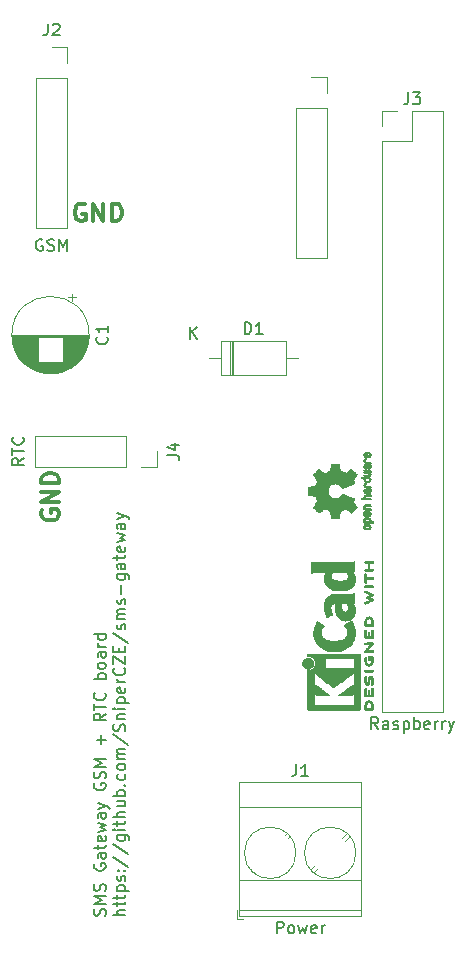
<source format=gbr>
%TF.GenerationSoftware,KiCad,Pcbnew,5.1.6+dfsg1-1*%
%TF.CreationDate,2021-04-08T11:29:05+02:00*%
%TF.ProjectId,gsm-rtc-board,67736d2d-7274-4632-9d62-6f6172642e6b,rev?*%
%TF.SameCoordinates,Original*%
%TF.FileFunction,Legend,Top*%
%TF.FilePolarity,Positive*%
%FSLAX46Y46*%
G04 Gerber Fmt 4.6, Leading zero omitted, Abs format (unit mm)*
G04 Created by KiCad (PCBNEW 5.1.6+dfsg1-1) date 2021-04-08 11:29:05*
%MOMM*%
%LPD*%
G01*
G04 APERTURE LIST*
%ADD10C,0.150000*%
%ADD11C,0.300000*%
%ADD12C,0.010000*%
%ADD13C,0.120000*%
G04 APERTURE END LIST*
D10*
X82329761Y-147712023D02*
X82377380Y-147569166D01*
X82377380Y-147331071D01*
X82329761Y-147235833D01*
X82282142Y-147188214D01*
X82186904Y-147140595D01*
X82091666Y-147140595D01*
X81996428Y-147188214D01*
X81948809Y-147235833D01*
X81901190Y-147331071D01*
X81853571Y-147521547D01*
X81805952Y-147616785D01*
X81758333Y-147664404D01*
X81663095Y-147712023D01*
X81567857Y-147712023D01*
X81472619Y-147664404D01*
X81425000Y-147616785D01*
X81377380Y-147521547D01*
X81377380Y-147283452D01*
X81425000Y-147140595D01*
X82377380Y-146712023D02*
X81377380Y-146712023D01*
X82091666Y-146378690D01*
X81377380Y-146045357D01*
X82377380Y-146045357D01*
X82329761Y-145616785D02*
X82377380Y-145473928D01*
X82377380Y-145235833D01*
X82329761Y-145140595D01*
X82282142Y-145092976D01*
X82186904Y-145045357D01*
X82091666Y-145045357D01*
X81996428Y-145092976D01*
X81948809Y-145140595D01*
X81901190Y-145235833D01*
X81853571Y-145426309D01*
X81805952Y-145521547D01*
X81758333Y-145569166D01*
X81663095Y-145616785D01*
X81567857Y-145616785D01*
X81472619Y-145569166D01*
X81425000Y-145521547D01*
X81377380Y-145426309D01*
X81377380Y-145188214D01*
X81425000Y-145045357D01*
X81425000Y-143331071D02*
X81377380Y-143426309D01*
X81377380Y-143569166D01*
X81425000Y-143712023D01*
X81520238Y-143807261D01*
X81615476Y-143854880D01*
X81805952Y-143902500D01*
X81948809Y-143902500D01*
X82139285Y-143854880D01*
X82234523Y-143807261D01*
X82329761Y-143712023D01*
X82377380Y-143569166D01*
X82377380Y-143473928D01*
X82329761Y-143331071D01*
X82282142Y-143283452D01*
X81948809Y-143283452D01*
X81948809Y-143473928D01*
X82377380Y-142426309D02*
X81853571Y-142426309D01*
X81758333Y-142473928D01*
X81710714Y-142569166D01*
X81710714Y-142759642D01*
X81758333Y-142854880D01*
X82329761Y-142426309D02*
X82377380Y-142521547D01*
X82377380Y-142759642D01*
X82329761Y-142854880D01*
X82234523Y-142902500D01*
X82139285Y-142902500D01*
X82044047Y-142854880D01*
X81996428Y-142759642D01*
X81996428Y-142521547D01*
X81948809Y-142426309D01*
X81710714Y-142092976D02*
X81710714Y-141712023D01*
X81377380Y-141950119D02*
X82234523Y-141950119D01*
X82329761Y-141902500D01*
X82377380Y-141807261D01*
X82377380Y-141712023D01*
X82329761Y-140997738D02*
X82377380Y-141092976D01*
X82377380Y-141283452D01*
X82329761Y-141378690D01*
X82234523Y-141426309D01*
X81853571Y-141426309D01*
X81758333Y-141378690D01*
X81710714Y-141283452D01*
X81710714Y-141092976D01*
X81758333Y-140997738D01*
X81853571Y-140950119D01*
X81948809Y-140950119D01*
X82044047Y-141426309D01*
X81710714Y-140616785D02*
X82377380Y-140426309D01*
X81901190Y-140235833D01*
X82377380Y-140045357D01*
X81710714Y-139854880D01*
X82377380Y-139045357D02*
X81853571Y-139045357D01*
X81758333Y-139092976D01*
X81710714Y-139188214D01*
X81710714Y-139378690D01*
X81758333Y-139473928D01*
X82329761Y-139045357D02*
X82377380Y-139140595D01*
X82377380Y-139378690D01*
X82329761Y-139473928D01*
X82234523Y-139521547D01*
X82139285Y-139521547D01*
X82044047Y-139473928D01*
X81996428Y-139378690D01*
X81996428Y-139140595D01*
X81948809Y-139045357D01*
X81710714Y-138664404D02*
X82377380Y-138426309D01*
X81710714Y-138188214D02*
X82377380Y-138426309D01*
X82615476Y-138521547D01*
X82663095Y-138569166D01*
X82710714Y-138664404D01*
X81425000Y-136521547D02*
X81377380Y-136616785D01*
X81377380Y-136759642D01*
X81425000Y-136902500D01*
X81520238Y-136997738D01*
X81615476Y-137045357D01*
X81805952Y-137092976D01*
X81948809Y-137092976D01*
X82139285Y-137045357D01*
X82234523Y-136997738D01*
X82329761Y-136902500D01*
X82377380Y-136759642D01*
X82377380Y-136664404D01*
X82329761Y-136521547D01*
X82282142Y-136473928D01*
X81948809Y-136473928D01*
X81948809Y-136664404D01*
X82329761Y-136092976D02*
X82377380Y-135950119D01*
X82377380Y-135712023D01*
X82329761Y-135616785D01*
X82282142Y-135569166D01*
X82186904Y-135521547D01*
X82091666Y-135521547D01*
X81996428Y-135569166D01*
X81948809Y-135616785D01*
X81901190Y-135712023D01*
X81853571Y-135902500D01*
X81805952Y-135997738D01*
X81758333Y-136045357D01*
X81663095Y-136092976D01*
X81567857Y-136092976D01*
X81472619Y-136045357D01*
X81425000Y-135997738D01*
X81377380Y-135902500D01*
X81377380Y-135664404D01*
X81425000Y-135521547D01*
X82377380Y-135092976D02*
X81377380Y-135092976D01*
X82091666Y-134759642D01*
X81377380Y-134426309D01*
X82377380Y-134426309D01*
X81996428Y-133188214D02*
X81996428Y-132426309D01*
X82377380Y-132807261D02*
X81615476Y-132807261D01*
X82377380Y-130616785D02*
X81901190Y-130950119D01*
X82377380Y-131188214D02*
X81377380Y-131188214D01*
X81377380Y-130807261D01*
X81425000Y-130712023D01*
X81472619Y-130664404D01*
X81567857Y-130616785D01*
X81710714Y-130616785D01*
X81805952Y-130664404D01*
X81853571Y-130712023D01*
X81901190Y-130807261D01*
X81901190Y-131188214D01*
X81377380Y-130331071D02*
X81377380Y-129759642D01*
X82377380Y-130045357D02*
X81377380Y-130045357D01*
X82282142Y-128854880D02*
X82329761Y-128902500D01*
X82377380Y-129045357D01*
X82377380Y-129140595D01*
X82329761Y-129283452D01*
X82234523Y-129378690D01*
X82139285Y-129426309D01*
X81948809Y-129473928D01*
X81805952Y-129473928D01*
X81615476Y-129426309D01*
X81520238Y-129378690D01*
X81425000Y-129283452D01*
X81377380Y-129140595D01*
X81377380Y-129045357D01*
X81425000Y-128902500D01*
X81472619Y-128854880D01*
X82377380Y-127664404D02*
X81377380Y-127664404D01*
X81758333Y-127664404D02*
X81710714Y-127569166D01*
X81710714Y-127378690D01*
X81758333Y-127283452D01*
X81805952Y-127235833D01*
X81901190Y-127188214D01*
X82186904Y-127188214D01*
X82282142Y-127235833D01*
X82329761Y-127283452D01*
X82377380Y-127378690D01*
X82377380Y-127569166D01*
X82329761Y-127664404D01*
X82377380Y-126616785D02*
X82329761Y-126712023D01*
X82282142Y-126759642D01*
X82186904Y-126807261D01*
X81901190Y-126807261D01*
X81805952Y-126759642D01*
X81758333Y-126712023D01*
X81710714Y-126616785D01*
X81710714Y-126473928D01*
X81758333Y-126378690D01*
X81805952Y-126331071D01*
X81901190Y-126283452D01*
X82186904Y-126283452D01*
X82282142Y-126331071D01*
X82329761Y-126378690D01*
X82377380Y-126473928D01*
X82377380Y-126616785D01*
X82377380Y-125426309D02*
X81853571Y-125426309D01*
X81758333Y-125473928D01*
X81710714Y-125569166D01*
X81710714Y-125759642D01*
X81758333Y-125854880D01*
X82329761Y-125426309D02*
X82377380Y-125521547D01*
X82377380Y-125759642D01*
X82329761Y-125854880D01*
X82234523Y-125902500D01*
X82139285Y-125902500D01*
X82044047Y-125854880D01*
X81996428Y-125759642D01*
X81996428Y-125521547D01*
X81948809Y-125426309D01*
X82377380Y-124950119D02*
X81710714Y-124950119D01*
X81901190Y-124950119D02*
X81805952Y-124902500D01*
X81758333Y-124854880D01*
X81710714Y-124759642D01*
X81710714Y-124664404D01*
X82377380Y-123902500D02*
X81377380Y-123902500D01*
X82329761Y-123902500D02*
X82377380Y-123997738D01*
X82377380Y-124188214D01*
X82329761Y-124283452D01*
X82282142Y-124331071D01*
X82186904Y-124378690D01*
X81901190Y-124378690D01*
X81805952Y-124331071D01*
X81758333Y-124283452D01*
X81710714Y-124188214D01*
X81710714Y-123997738D01*
X81758333Y-123902500D01*
X84027380Y-147664404D02*
X83027380Y-147664404D01*
X84027380Y-147235833D02*
X83503571Y-147235833D01*
X83408333Y-147283452D01*
X83360714Y-147378690D01*
X83360714Y-147521547D01*
X83408333Y-147616785D01*
X83455952Y-147664404D01*
X83360714Y-146902500D02*
X83360714Y-146521547D01*
X83027380Y-146759642D02*
X83884523Y-146759642D01*
X83979761Y-146712023D01*
X84027380Y-146616785D01*
X84027380Y-146521547D01*
X83360714Y-146331071D02*
X83360714Y-145950119D01*
X83027380Y-146188214D02*
X83884523Y-146188214D01*
X83979761Y-146140595D01*
X84027380Y-146045357D01*
X84027380Y-145950119D01*
X83360714Y-145616785D02*
X84360714Y-145616785D01*
X83408333Y-145616785D02*
X83360714Y-145521547D01*
X83360714Y-145331071D01*
X83408333Y-145235833D01*
X83455952Y-145188214D01*
X83551190Y-145140595D01*
X83836904Y-145140595D01*
X83932142Y-145188214D01*
X83979761Y-145235833D01*
X84027380Y-145331071D01*
X84027380Y-145521547D01*
X83979761Y-145616785D01*
X83979761Y-144759642D02*
X84027380Y-144664404D01*
X84027380Y-144473928D01*
X83979761Y-144378690D01*
X83884523Y-144331071D01*
X83836904Y-144331071D01*
X83741666Y-144378690D01*
X83694047Y-144473928D01*
X83694047Y-144616785D01*
X83646428Y-144712023D01*
X83551190Y-144759642D01*
X83503571Y-144759642D01*
X83408333Y-144712023D01*
X83360714Y-144616785D01*
X83360714Y-144473928D01*
X83408333Y-144378690D01*
X83932142Y-143902500D02*
X83979761Y-143854880D01*
X84027380Y-143902500D01*
X83979761Y-143950119D01*
X83932142Y-143902500D01*
X84027380Y-143902500D01*
X83408333Y-143902500D02*
X83455952Y-143854880D01*
X83503571Y-143902500D01*
X83455952Y-143950119D01*
X83408333Y-143902500D01*
X83503571Y-143902500D01*
X82979761Y-142712023D02*
X84265476Y-143569166D01*
X82979761Y-141664404D02*
X84265476Y-142521547D01*
X83360714Y-140902500D02*
X84170238Y-140902500D01*
X84265476Y-140950119D01*
X84313095Y-140997738D01*
X84360714Y-141092976D01*
X84360714Y-141235833D01*
X84313095Y-141331071D01*
X83979761Y-140902500D02*
X84027380Y-140997738D01*
X84027380Y-141188214D01*
X83979761Y-141283452D01*
X83932142Y-141331071D01*
X83836904Y-141378690D01*
X83551190Y-141378690D01*
X83455952Y-141331071D01*
X83408333Y-141283452D01*
X83360714Y-141188214D01*
X83360714Y-140997738D01*
X83408333Y-140902500D01*
X84027380Y-140426309D02*
X83360714Y-140426309D01*
X83027380Y-140426309D02*
X83075000Y-140473928D01*
X83122619Y-140426309D01*
X83075000Y-140378690D01*
X83027380Y-140426309D01*
X83122619Y-140426309D01*
X83360714Y-140092976D02*
X83360714Y-139712023D01*
X83027380Y-139950119D02*
X83884523Y-139950119D01*
X83979761Y-139902500D01*
X84027380Y-139807261D01*
X84027380Y-139712023D01*
X84027380Y-139378690D02*
X83027380Y-139378690D01*
X84027380Y-138950119D02*
X83503571Y-138950119D01*
X83408333Y-138997738D01*
X83360714Y-139092976D01*
X83360714Y-139235833D01*
X83408333Y-139331071D01*
X83455952Y-139378690D01*
X83360714Y-138045357D02*
X84027380Y-138045357D01*
X83360714Y-138473928D02*
X83884523Y-138473928D01*
X83979761Y-138426309D01*
X84027380Y-138331071D01*
X84027380Y-138188214D01*
X83979761Y-138092976D01*
X83932142Y-138045357D01*
X84027380Y-137569166D02*
X83027380Y-137569166D01*
X83408333Y-137569166D02*
X83360714Y-137473928D01*
X83360714Y-137283452D01*
X83408333Y-137188214D01*
X83455952Y-137140595D01*
X83551190Y-137092976D01*
X83836904Y-137092976D01*
X83932142Y-137140595D01*
X83979761Y-137188214D01*
X84027380Y-137283452D01*
X84027380Y-137473928D01*
X83979761Y-137569166D01*
X83932142Y-136664404D02*
X83979761Y-136616785D01*
X84027380Y-136664404D01*
X83979761Y-136712023D01*
X83932142Y-136664404D01*
X84027380Y-136664404D01*
X83979761Y-135759642D02*
X84027380Y-135854880D01*
X84027380Y-136045357D01*
X83979761Y-136140595D01*
X83932142Y-136188214D01*
X83836904Y-136235833D01*
X83551190Y-136235833D01*
X83455952Y-136188214D01*
X83408333Y-136140595D01*
X83360714Y-136045357D01*
X83360714Y-135854880D01*
X83408333Y-135759642D01*
X84027380Y-135188214D02*
X83979761Y-135283452D01*
X83932142Y-135331071D01*
X83836904Y-135378690D01*
X83551190Y-135378690D01*
X83455952Y-135331071D01*
X83408333Y-135283452D01*
X83360714Y-135188214D01*
X83360714Y-135045357D01*
X83408333Y-134950119D01*
X83455952Y-134902500D01*
X83551190Y-134854880D01*
X83836904Y-134854880D01*
X83932142Y-134902500D01*
X83979761Y-134950119D01*
X84027380Y-135045357D01*
X84027380Y-135188214D01*
X84027380Y-134426309D02*
X83360714Y-134426309D01*
X83455952Y-134426309D02*
X83408333Y-134378690D01*
X83360714Y-134283452D01*
X83360714Y-134140595D01*
X83408333Y-134045357D01*
X83503571Y-133997738D01*
X84027380Y-133997738D01*
X83503571Y-133997738D02*
X83408333Y-133950119D01*
X83360714Y-133854880D01*
X83360714Y-133712023D01*
X83408333Y-133616785D01*
X83503571Y-133569166D01*
X84027380Y-133569166D01*
X82979761Y-132378690D02*
X84265476Y-133235833D01*
X83979761Y-132092976D02*
X84027380Y-131950119D01*
X84027380Y-131712023D01*
X83979761Y-131616785D01*
X83932142Y-131569166D01*
X83836904Y-131521547D01*
X83741666Y-131521547D01*
X83646428Y-131569166D01*
X83598809Y-131616785D01*
X83551190Y-131712023D01*
X83503571Y-131902500D01*
X83455952Y-131997738D01*
X83408333Y-132045357D01*
X83313095Y-132092976D01*
X83217857Y-132092976D01*
X83122619Y-132045357D01*
X83075000Y-131997738D01*
X83027380Y-131902500D01*
X83027380Y-131664404D01*
X83075000Y-131521547D01*
X83360714Y-131092976D02*
X84027380Y-131092976D01*
X83455952Y-131092976D02*
X83408333Y-131045357D01*
X83360714Y-130950119D01*
X83360714Y-130807261D01*
X83408333Y-130712023D01*
X83503571Y-130664404D01*
X84027380Y-130664404D01*
X84027380Y-130188214D02*
X83360714Y-130188214D01*
X83027380Y-130188214D02*
X83075000Y-130235833D01*
X83122619Y-130188214D01*
X83075000Y-130140595D01*
X83027380Y-130188214D01*
X83122619Y-130188214D01*
X83360714Y-129712023D02*
X84360714Y-129712023D01*
X83408333Y-129712023D02*
X83360714Y-129616785D01*
X83360714Y-129426309D01*
X83408333Y-129331071D01*
X83455952Y-129283452D01*
X83551190Y-129235833D01*
X83836904Y-129235833D01*
X83932142Y-129283452D01*
X83979761Y-129331071D01*
X84027380Y-129426309D01*
X84027380Y-129616785D01*
X83979761Y-129712023D01*
X83979761Y-128426309D02*
X84027380Y-128521547D01*
X84027380Y-128712023D01*
X83979761Y-128807261D01*
X83884523Y-128854880D01*
X83503571Y-128854880D01*
X83408333Y-128807261D01*
X83360714Y-128712023D01*
X83360714Y-128521547D01*
X83408333Y-128426309D01*
X83503571Y-128378690D01*
X83598809Y-128378690D01*
X83694047Y-128854880D01*
X84027380Y-127950119D02*
X83360714Y-127950119D01*
X83551190Y-127950119D02*
X83455952Y-127902500D01*
X83408333Y-127854880D01*
X83360714Y-127759642D01*
X83360714Y-127664404D01*
X83932142Y-126759642D02*
X83979761Y-126807261D01*
X84027380Y-126950119D01*
X84027380Y-127045357D01*
X83979761Y-127188214D01*
X83884523Y-127283452D01*
X83789285Y-127331071D01*
X83598809Y-127378690D01*
X83455952Y-127378690D01*
X83265476Y-127331071D01*
X83170238Y-127283452D01*
X83075000Y-127188214D01*
X83027380Y-127045357D01*
X83027380Y-126950119D01*
X83075000Y-126807261D01*
X83122619Y-126759642D01*
X83027380Y-126426309D02*
X83027380Y-125759642D01*
X84027380Y-126426309D01*
X84027380Y-125759642D01*
X83503571Y-125378690D02*
X83503571Y-125045357D01*
X84027380Y-124902500D02*
X84027380Y-125378690D01*
X83027380Y-125378690D01*
X83027380Y-124902500D01*
X82979761Y-123759642D02*
X84265476Y-124616785D01*
X83979761Y-123473928D02*
X84027380Y-123378690D01*
X84027380Y-123188214D01*
X83979761Y-123092976D01*
X83884523Y-123045357D01*
X83836904Y-123045357D01*
X83741666Y-123092976D01*
X83694047Y-123188214D01*
X83694047Y-123331071D01*
X83646428Y-123426309D01*
X83551190Y-123473928D01*
X83503571Y-123473928D01*
X83408333Y-123426309D01*
X83360714Y-123331071D01*
X83360714Y-123188214D01*
X83408333Y-123092976D01*
X84027380Y-122616785D02*
X83360714Y-122616785D01*
X83455952Y-122616785D02*
X83408333Y-122569166D01*
X83360714Y-122473928D01*
X83360714Y-122331071D01*
X83408333Y-122235833D01*
X83503571Y-122188214D01*
X84027380Y-122188214D01*
X83503571Y-122188214D02*
X83408333Y-122140595D01*
X83360714Y-122045357D01*
X83360714Y-121902500D01*
X83408333Y-121807261D01*
X83503571Y-121759642D01*
X84027380Y-121759642D01*
X83979761Y-121331071D02*
X84027380Y-121235833D01*
X84027380Y-121045357D01*
X83979761Y-120950119D01*
X83884523Y-120902500D01*
X83836904Y-120902500D01*
X83741666Y-120950119D01*
X83694047Y-121045357D01*
X83694047Y-121188214D01*
X83646428Y-121283452D01*
X83551190Y-121331071D01*
X83503571Y-121331071D01*
X83408333Y-121283452D01*
X83360714Y-121188214D01*
X83360714Y-121045357D01*
X83408333Y-120950119D01*
X83646428Y-120473928D02*
X83646428Y-119712023D01*
X83360714Y-118807261D02*
X84170238Y-118807261D01*
X84265476Y-118854880D01*
X84313095Y-118902500D01*
X84360714Y-118997738D01*
X84360714Y-119140595D01*
X84313095Y-119235833D01*
X83979761Y-118807261D02*
X84027380Y-118902500D01*
X84027380Y-119092976D01*
X83979761Y-119188214D01*
X83932142Y-119235833D01*
X83836904Y-119283452D01*
X83551190Y-119283452D01*
X83455952Y-119235833D01*
X83408333Y-119188214D01*
X83360714Y-119092976D01*
X83360714Y-118902500D01*
X83408333Y-118807261D01*
X84027380Y-117902500D02*
X83503571Y-117902500D01*
X83408333Y-117950119D01*
X83360714Y-118045357D01*
X83360714Y-118235833D01*
X83408333Y-118331071D01*
X83979761Y-117902500D02*
X84027380Y-117997738D01*
X84027380Y-118235833D01*
X83979761Y-118331071D01*
X83884523Y-118378690D01*
X83789285Y-118378690D01*
X83694047Y-118331071D01*
X83646428Y-118235833D01*
X83646428Y-117997738D01*
X83598809Y-117902500D01*
X83360714Y-117569166D02*
X83360714Y-117188214D01*
X83027380Y-117426309D02*
X83884523Y-117426309D01*
X83979761Y-117378690D01*
X84027380Y-117283452D01*
X84027380Y-117188214D01*
X83979761Y-116473928D02*
X84027380Y-116569166D01*
X84027380Y-116759642D01*
X83979761Y-116854880D01*
X83884523Y-116902500D01*
X83503571Y-116902500D01*
X83408333Y-116854880D01*
X83360714Y-116759642D01*
X83360714Y-116569166D01*
X83408333Y-116473928D01*
X83503571Y-116426309D01*
X83598809Y-116426309D01*
X83694047Y-116902500D01*
X83360714Y-116092976D02*
X84027380Y-115902500D01*
X83551190Y-115712023D01*
X84027380Y-115521547D01*
X83360714Y-115331071D01*
X84027380Y-114521547D02*
X83503571Y-114521547D01*
X83408333Y-114569166D01*
X83360714Y-114664404D01*
X83360714Y-114854880D01*
X83408333Y-114950119D01*
X83979761Y-114521547D02*
X84027380Y-114616785D01*
X84027380Y-114854880D01*
X83979761Y-114950119D01*
X83884523Y-114997738D01*
X83789285Y-114997738D01*
X83694047Y-114950119D01*
X83646428Y-114854880D01*
X83646428Y-114616785D01*
X83598809Y-114521547D01*
X83360714Y-114140595D02*
X84027380Y-113902500D01*
X83360714Y-113664404D02*
X84027380Y-113902500D01*
X84265476Y-113997738D01*
X84313095Y-114045357D01*
X84360714Y-114140595D01*
D11*
X80607142Y-87500000D02*
X80464285Y-87428571D01*
X80250000Y-87428571D01*
X80035714Y-87500000D01*
X79892857Y-87642857D01*
X79821428Y-87785714D01*
X79750000Y-88071428D01*
X79750000Y-88285714D01*
X79821428Y-88571428D01*
X79892857Y-88714285D01*
X80035714Y-88857142D01*
X80250000Y-88928571D01*
X80392857Y-88928571D01*
X80607142Y-88857142D01*
X80678571Y-88785714D01*
X80678571Y-88285714D01*
X80392857Y-88285714D01*
X81321428Y-88928571D02*
X81321428Y-87428571D01*
X82178571Y-88928571D01*
X82178571Y-87428571D01*
X82892857Y-88928571D02*
X82892857Y-87428571D01*
X83250000Y-87428571D01*
X83464285Y-87500000D01*
X83607142Y-87642857D01*
X83678571Y-87785714D01*
X83750000Y-88071428D01*
X83750000Y-88285714D01*
X83678571Y-88571428D01*
X83607142Y-88714285D01*
X83464285Y-88857142D01*
X83250000Y-88928571D01*
X82892857Y-88928571D01*
X77000000Y-113392857D02*
X76928571Y-113535714D01*
X76928571Y-113750000D01*
X77000000Y-113964285D01*
X77142857Y-114107142D01*
X77285714Y-114178571D01*
X77571428Y-114250000D01*
X77785714Y-114250000D01*
X78071428Y-114178571D01*
X78214285Y-114107142D01*
X78357142Y-113964285D01*
X78428571Y-113750000D01*
X78428571Y-113607142D01*
X78357142Y-113392857D01*
X78285714Y-113321428D01*
X77785714Y-113321428D01*
X77785714Y-113607142D01*
X78428571Y-112678571D02*
X76928571Y-112678571D01*
X78428571Y-111821428D01*
X76928571Y-111821428D01*
X78428571Y-111107142D02*
X76928571Y-111107142D01*
X76928571Y-110750000D01*
X77000000Y-110535714D01*
X77142857Y-110392857D01*
X77285714Y-110321428D01*
X77571428Y-110250000D01*
X77785714Y-110250000D01*
X78071428Y-110321428D01*
X78214285Y-110392857D01*
X78357142Y-110535714D01*
X78428571Y-110750000D01*
X78428571Y-111107142D01*
D12*
%TO.C,REF\u002A\u002A*%
G36*
X99489054Y-126946400D02*
G01*
X99602993Y-126935535D01*
X99710616Y-126903918D01*
X99809615Y-126853015D01*
X99897684Y-126784293D01*
X99972516Y-126699219D01*
X100030384Y-126602232D01*
X100070005Y-126495964D01*
X100088573Y-126388950D01*
X100087434Y-126283300D01*
X100067930Y-126181125D01*
X100031406Y-126084534D01*
X99979205Y-125995638D01*
X99912673Y-125916546D01*
X99833152Y-125849369D01*
X99741987Y-125796217D01*
X99640523Y-125759199D01*
X99530102Y-125740427D01*
X99480206Y-125738489D01*
X99392267Y-125738489D01*
X99392267Y-125686560D01*
X99395111Y-125650253D01*
X99406911Y-125623355D01*
X99430649Y-125596249D01*
X99469031Y-125557867D01*
X101660602Y-125557867D01*
X101922739Y-125557876D01*
X102163241Y-125557908D01*
X102383048Y-125557972D01*
X102583101Y-125558076D01*
X102764344Y-125558227D01*
X102927716Y-125558434D01*
X103074160Y-125558706D01*
X103204617Y-125559050D01*
X103320029Y-125559474D01*
X103421338Y-125559987D01*
X103509484Y-125560597D01*
X103585410Y-125561312D01*
X103650057Y-125562140D01*
X103704367Y-125563089D01*
X103749280Y-125564167D01*
X103785740Y-125565383D01*
X103814687Y-125566745D01*
X103837063Y-125568261D01*
X103853809Y-125569938D01*
X103865868Y-125571786D01*
X103874180Y-125573813D01*
X103879687Y-125576025D01*
X103881537Y-125577108D01*
X103888549Y-125581271D01*
X103894996Y-125584805D01*
X103900900Y-125588635D01*
X103906286Y-125593682D01*
X103911178Y-125600871D01*
X103915598Y-125611123D01*
X103919572Y-125625364D01*
X103923121Y-125644514D01*
X103926270Y-125669499D01*
X103929042Y-125701240D01*
X103931461Y-125740662D01*
X103933551Y-125788686D01*
X103935335Y-125846237D01*
X103936837Y-125914237D01*
X103938080Y-125993610D01*
X103939089Y-126085279D01*
X103939885Y-126190166D01*
X103940494Y-126309196D01*
X103940939Y-126443290D01*
X103941243Y-126593373D01*
X103941430Y-126760367D01*
X103941524Y-126945196D01*
X103941548Y-127148783D01*
X103941525Y-127372050D01*
X103941480Y-127615922D01*
X103941437Y-127881321D01*
X103941432Y-127919704D01*
X103941389Y-128186682D01*
X103941318Y-128432002D01*
X103941213Y-128656583D01*
X103941066Y-128861345D01*
X103940869Y-129047206D01*
X103940616Y-129215088D01*
X103940300Y-129365908D01*
X103939913Y-129500587D01*
X103939447Y-129620044D01*
X103938897Y-129725199D01*
X103938253Y-129816971D01*
X103937511Y-129896279D01*
X103936661Y-129964043D01*
X103935697Y-130021182D01*
X103934611Y-130068617D01*
X103933397Y-130107266D01*
X103932047Y-130138049D01*
X103930555Y-130161885D01*
X103928911Y-130179694D01*
X103927111Y-130192395D01*
X103925145Y-130200908D01*
X103923477Y-130205266D01*
X103919906Y-130213728D01*
X103917270Y-130221497D01*
X103914634Y-130228602D01*
X103911062Y-130235073D01*
X103905621Y-130240939D01*
X103897375Y-130246229D01*
X103885390Y-130250974D01*
X103868731Y-130255202D01*
X103846463Y-130258943D01*
X103817652Y-130262227D01*
X103781363Y-130265083D01*
X103736661Y-130267540D01*
X103682611Y-130269629D01*
X103618279Y-130271378D01*
X103542730Y-130272817D01*
X103455030Y-130273976D01*
X103354243Y-130274883D01*
X103239434Y-130275569D01*
X103109670Y-130276063D01*
X102964015Y-130276395D01*
X102801535Y-130276593D01*
X102621295Y-130276687D01*
X102422360Y-130276708D01*
X102203796Y-130276685D01*
X101964668Y-130276646D01*
X101704040Y-130276622D01*
X101661889Y-130276622D01*
X101398992Y-130276636D01*
X101157732Y-130276661D01*
X100937165Y-130276671D01*
X100736352Y-130276642D01*
X100554349Y-130276548D01*
X100390216Y-130276362D01*
X100243011Y-130276059D01*
X100111792Y-130275614D01*
X100001867Y-130275034D01*
X100001867Y-129972197D01*
X100059711Y-129932407D01*
X100075479Y-129921236D01*
X100089441Y-129911166D01*
X100102784Y-129902138D01*
X100116693Y-129894097D01*
X100132356Y-129886986D01*
X100150958Y-129880747D01*
X100173686Y-129875325D01*
X100201727Y-129870662D01*
X100236267Y-129866701D01*
X100278492Y-129863385D01*
X100329589Y-129860659D01*
X100390744Y-129858464D01*
X100463144Y-129856745D01*
X100547975Y-129855444D01*
X100646422Y-129854505D01*
X100759674Y-129853870D01*
X100888916Y-129853484D01*
X101035334Y-129853288D01*
X101200116Y-129853227D01*
X101384447Y-129853243D01*
X101589513Y-129853280D01*
X101712133Y-129853289D01*
X101929082Y-129853265D01*
X102124642Y-129853231D01*
X102299999Y-129853243D01*
X102456341Y-129853358D01*
X102594857Y-129853630D01*
X102716734Y-129854118D01*
X102823160Y-129854876D01*
X102915322Y-129855962D01*
X102994409Y-129857431D01*
X103061608Y-129859340D01*
X103118107Y-129861744D01*
X103165093Y-129864701D01*
X103203755Y-129868266D01*
X103235280Y-129872495D01*
X103260855Y-129877446D01*
X103281670Y-129883173D01*
X103298911Y-129889733D01*
X103313765Y-129897183D01*
X103327422Y-129905579D01*
X103341069Y-129914976D01*
X103355893Y-129925432D01*
X103364783Y-129931523D01*
X103422400Y-129970296D01*
X103422400Y-129438732D01*
X103422365Y-129315483D01*
X103422215Y-129212987D01*
X103421878Y-129129420D01*
X103421286Y-129062956D01*
X103420367Y-129011771D01*
X103419051Y-128974041D01*
X103417269Y-128947940D01*
X103414951Y-128931644D01*
X103412026Y-128923328D01*
X103408424Y-128921168D01*
X103404075Y-128923339D01*
X103402645Y-128924535D01*
X103365573Y-128949685D01*
X103312772Y-128975583D01*
X103250770Y-128999192D01*
X103224357Y-129007461D01*
X103206416Y-129012078D01*
X103185355Y-129015979D01*
X103159089Y-129019248D01*
X103125532Y-129021966D01*
X103082599Y-129024215D01*
X103028204Y-129026077D01*
X102960262Y-129027636D01*
X102876688Y-129028972D01*
X102775395Y-129030169D01*
X102654300Y-129031308D01*
X102609600Y-129031685D01*
X102484449Y-129032702D01*
X102380082Y-129033460D01*
X102294707Y-129033903D01*
X102226533Y-129033970D01*
X102173765Y-129033605D01*
X102134614Y-129032748D01*
X102107285Y-129031341D01*
X102089986Y-129029325D01*
X102080926Y-129026643D01*
X102078312Y-129023236D01*
X102080351Y-129019044D01*
X102084667Y-129014571D01*
X102097602Y-129004216D01*
X102126676Y-128982158D01*
X102169759Y-128949957D01*
X102224718Y-128909174D01*
X102289423Y-128861370D01*
X102361742Y-128808105D01*
X102439544Y-128750940D01*
X102520698Y-128691437D01*
X102603072Y-128631155D01*
X102684536Y-128571655D01*
X102762957Y-128514498D01*
X102836204Y-128461245D01*
X102902147Y-128413457D01*
X102958654Y-128372693D01*
X103003593Y-128340516D01*
X103034834Y-128318485D01*
X103041466Y-128313917D01*
X103078369Y-128290996D01*
X103126359Y-128264188D01*
X103175897Y-128238789D01*
X103182577Y-128235568D01*
X103230772Y-128213890D01*
X103268334Y-128201304D01*
X103304160Y-128195574D01*
X103346200Y-128194456D01*
X103422400Y-128195090D01*
X103422400Y-127040651D01*
X103328669Y-127131815D01*
X103278775Y-127178612D01*
X103222295Y-127228899D01*
X103168026Y-127274944D01*
X103142673Y-127295369D01*
X103103128Y-127325807D01*
X103049916Y-127365862D01*
X102984667Y-127414361D01*
X102909011Y-127470135D01*
X102824577Y-127532011D01*
X102732994Y-127598819D01*
X102635892Y-127669387D01*
X102534901Y-127742545D01*
X102431650Y-127817121D01*
X102327768Y-127891944D01*
X102224885Y-127965843D01*
X102124631Y-128037646D01*
X102028636Y-128106184D01*
X101938527Y-128170284D01*
X101855936Y-128228775D01*
X101782492Y-128280486D01*
X101719824Y-128324247D01*
X101669561Y-128358885D01*
X101633334Y-128383230D01*
X101612771Y-128396111D01*
X101608668Y-128397869D01*
X101597342Y-128389910D01*
X101570162Y-128369115D01*
X101528829Y-128336847D01*
X101475044Y-128294470D01*
X101410506Y-128243347D01*
X101336918Y-128184841D01*
X101255978Y-128120314D01*
X101169388Y-128051131D01*
X101078848Y-127978653D01*
X100986060Y-127904246D01*
X100911702Y-127844517D01*
X100911702Y-126833511D01*
X100924659Y-126827602D01*
X100946908Y-126813272D01*
X100948391Y-126812225D01*
X100978544Y-126793438D01*
X101015375Y-126773791D01*
X101023511Y-126769892D01*
X101031940Y-126766356D01*
X101042059Y-126763230D01*
X101055260Y-126760486D01*
X101072938Y-126758092D01*
X101096484Y-126756019D01*
X101127293Y-126754235D01*
X101166757Y-126752712D01*
X101216269Y-126751419D01*
X101277223Y-126750326D01*
X101351011Y-126749403D01*
X101439028Y-126748619D01*
X101542665Y-126747945D01*
X101663316Y-126747350D01*
X101802374Y-126746805D01*
X101961232Y-126746279D01*
X102140089Y-126745745D01*
X102325207Y-126745206D01*
X102489145Y-126744772D01*
X102633303Y-126744509D01*
X102759079Y-126744484D01*
X102867871Y-126744765D01*
X102961077Y-126745419D01*
X103040097Y-126746514D01*
X103106328Y-126748118D01*
X103161170Y-126750297D01*
X103206021Y-126753119D01*
X103242278Y-126756651D01*
X103271341Y-126760961D01*
X103294609Y-126766117D01*
X103313479Y-126772185D01*
X103329351Y-126779233D01*
X103343622Y-126787329D01*
X103357691Y-126796540D01*
X103370158Y-126805040D01*
X103396452Y-126822176D01*
X103414037Y-126832322D01*
X103417257Y-126833511D01*
X103418334Y-126822604D01*
X103419335Y-126791411D01*
X103420235Y-126742223D01*
X103421010Y-126677333D01*
X103421637Y-126599030D01*
X103422091Y-126509607D01*
X103422349Y-126411356D01*
X103422400Y-126342445D01*
X103422180Y-126237452D01*
X103421548Y-126140610D01*
X103420549Y-126054107D01*
X103419227Y-125980132D01*
X103417626Y-125920874D01*
X103415791Y-125878520D01*
X103413765Y-125855260D01*
X103412493Y-125851378D01*
X103397591Y-125859076D01*
X103389560Y-125867074D01*
X103372434Y-125880246D01*
X103342183Y-125897485D01*
X103317622Y-125909407D01*
X103258711Y-125936045D01*
X102081845Y-125939120D01*
X100904978Y-125942195D01*
X100904978Y-126387853D01*
X100905142Y-126485670D01*
X100905611Y-126576064D01*
X100906347Y-126656630D01*
X100907316Y-126724962D01*
X100908480Y-126778656D01*
X100909803Y-126815305D01*
X100911249Y-126832504D01*
X100911702Y-126833511D01*
X100911702Y-127844517D01*
X100892722Y-127829270D01*
X100800537Y-127755090D01*
X100711204Y-127683069D01*
X100626424Y-127614569D01*
X100547898Y-127550955D01*
X100477326Y-127493588D01*
X100416409Y-127443833D01*
X100366847Y-127403052D01*
X100346178Y-127385888D01*
X100245516Y-127299596D01*
X100162259Y-127222997D01*
X100094438Y-127154183D01*
X100040089Y-127091248D01*
X100032722Y-127081867D01*
X100002117Y-127042356D01*
X100001867Y-128174116D01*
X100049844Y-128168827D01*
X100107188Y-128172130D01*
X100175463Y-128193661D01*
X100255212Y-128233635D01*
X100327495Y-128278943D01*
X100350140Y-128295161D01*
X100387696Y-128323214D01*
X100438021Y-128361430D01*
X100498973Y-128408137D01*
X100568411Y-128461661D01*
X100644194Y-128520331D01*
X100724180Y-128582475D01*
X100806228Y-128646421D01*
X100888196Y-128710495D01*
X100967943Y-128773027D01*
X101043327Y-128832343D01*
X101112207Y-128886771D01*
X101172442Y-128934639D01*
X101221889Y-128974275D01*
X101258408Y-129004006D01*
X101279858Y-129022161D01*
X101283156Y-129025220D01*
X101275149Y-129028079D01*
X101244855Y-129030293D01*
X101192556Y-129031857D01*
X101118531Y-129032767D01*
X101023063Y-129033020D01*
X100906434Y-129032613D01*
X100786445Y-129031704D01*
X100654333Y-129030382D01*
X100542594Y-129028857D01*
X100449025Y-129026881D01*
X100371419Y-129024206D01*
X100307574Y-129020582D01*
X100255283Y-129015761D01*
X100212344Y-129009494D01*
X100176551Y-129001532D01*
X100145700Y-128991627D01*
X100117586Y-128979531D01*
X100090005Y-128964993D01*
X100064966Y-128950311D01*
X100001867Y-128912314D01*
X100001867Y-129972197D01*
X100001867Y-130275034D01*
X99995617Y-130275001D01*
X99893544Y-130274195D01*
X99804633Y-130273170D01*
X99727941Y-130271900D01*
X99662527Y-130270360D01*
X99607449Y-130268524D01*
X99561765Y-130266367D01*
X99524534Y-130263863D01*
X99494813Y-130260987D01*
X99471662Y-130257713D01*
X99454139Y-130254015D01*
X99441301Y-130249869D01*
X99432208Y-130245247D01*
X99425918Y-130240126D01*
X99421488Y-130234478D01*
X99417978Y-130228279D01*
X99414445Y-130221504D01*
X99410876Y-130215508D01*
X99408300Y-130210275D01*
X99405972Y-130202099D01*
X99403878Y-130189886D01*
X99402007Y-130172541D01*
X99400347Y-130148969D01*
X99398884Y-130118077D01*
X99397608Y-130078768D01*
X99396504Y-130029950D01*
X99395561Y-129970527D01*
X99394767Y-129899404D01*
X99394109Y-129815488D01*
X99393575Y-129717683D01*
X99393153Y-129604894D01*
X99392829Y-129476029D01*
X99392592Y-129329991D01*
X99392430Y-129165686D01*
X99392330Y-128982020D01*
X99392280Y-128777897D01*
X99392267Y-128566753D01*
X99392267Y-126946400D01*
X99489054Y-126946400D01*
G37*
X99489054Y-126946400D02*
X99602993Y-126935535D01*
X99710616Y-126903918D01*
X99809615Y-126853015D01*
X99897684Y-126784293D01*
X99972516Y-126699219D01*
X100030384Y-126602232D01*
X100070005Y-126495964D01*
X100088573Y-126388950D01*
X100087434Y-126283300D01*
X100067930Y-126181125D01*
X100031406Y-126084534D01*
X99979205Y-125995638D01*
X99912673Y-125916546D01*
X99833152Y-125849369D01*
X99741987Y-125796217D01*
X99640523Y-125759199D01*
X99530102Y-125740427D01*
X99480206Y-125738489D01*
X99392267Y-125738489D01*
X99392267Y-125686560D01*
X99395111Y-125650253D01*
X99406911Y-125623355D01*
X99430649Y-125596249D01*
X99469031Y-125557867D01*
X101660602Y-125557867D01*
X101922739Y-125557876D01*
X102163241Y-125557908D01*
X102383048Y-125557972D01*
X102583101Y-125558076D01*
X102764344Y-125558227D01*
X102927716Y-125558434D01*
X103074160Y-125558706D01*
X103204617Y-125559050D01*
X103320029Y-125559474D01*
X103421338Y-125559987D01*
X103509484Y-125560597D01*
X103585410Y-125561312D01*
X103650057Y-125562140D01*
X103704367Y-125563089D01*
X103749280Y-125564167D01*
X103785740Y-125565383D01*
X103814687Y-125566745D01*
X103837063Y-125568261D01*
X103853809Y-125569938D01*
X103865868Y-125571786D01*
X103874180Y-125573813D01*
X103879687Y-125576025D01*
X103881537Y-125577108D01*
X103888549Y-125581271D01*
X103894996Y-125584805D01*
X103900900Y-125588635D01*
X103906286Y-125593682D01*
X103911178Y-125600871D01*
X103915598Y-125611123D01*
X103919572Y-125625364D01*
X103923121Y-125644514D01*
X103926270Y-125669499D01*
X103929042Y-125701240D01*
X103931461Y-125740662D01*
X103933551Y-125788686D01*
X103935335Y-125846237D01*
X103936837Y-125914237D01*
X103938080Y-125993610D01*
X103939089Y-126085279D01*
X103939885Y-126190166D01*
X103940494Y-126309196D01*
X103940939Y-126443290D01*
X103941243Y-126593373D01*
X103941430Y-126760367D01*
X103941524Y-126945196D01*
X103941548Y-127148783D01*
X103941525Y-127372050D01*
X103941480Y-127615922D01*
X103941437Y-127881321D01*
X103941432Y-127919704D01*
X103941389Y-128186682D01*
X103941318Y-128432002D01*
X103941213Y-128656583D01*
X103941066Y-128861345D01*
X103940869Y-129047206D01*
X103940616Y-129215088D01*
X103940300Y-129365908D01*
X103939913Y-129500587D01*
X103939447Y-129620044D01*
X103938897Y-129725199D01*
X103938253Y-129816971D01*
X103937511Y-129896279D01*
X103936661Y-129964043D01*
X103935697Y-130021182D01*
X103934611Y-130068617D01*
X103933397Y-130107266D01*
X103932047Y-130138049D01*
X103930555Y-130161885D01*
X103928911Y-130179694D01*
X103927111Y-130192395D01*
X103925145Y-130200908D01*
X103923477Y-130205266D01*
X103919906Y-130213728D01*
X103917270Y-130221497D01*
X103914634Y-130228602D01*
X103911062Y-130235073D01*
X103905621Y-130240939D01*
X103897375Y-130246229D01*
X103885390Y-130250974D01*
X103868731Y-130255202D01*
X103846463Y-130258943D01*
X103817652Y-130262227D01*
X103781363Y-130265083D01*
X103736661Y-130267540D01*
X103682611Y-130269629D01*
X103618279Y-130271378D01*
X103542730Y-130272817D01*
X103455030Y-130273976D01*
X103354243Y-130274883D01*
X103239434Y-130275569D01*
X103109670Y-130276063D01*
X102964015Y-130276395D01*
X102801535Y-130276593D01*
X102621295Y-130276687D01*
X102422360Y-130276708D01*
X102203796Y-130276685D01*
X101964668Y-130276646D01*
X101704040Y-130276622D01*
X101661889Y-130276622D01*
X101398992Y-130276636D01*
X101157732Y-130276661D01*
X100937165Y-130276671D01*
X100736352Y-130276642D01*
X100554349Y-130276548D01*
X100390216Y-130276362D01*
X100243011Y-130276059D01*
X100111792Y-130275614D01*
X100001867Y-130275034D01*
X100001867Y-129972197D01*
X100059711Y-129932407D01*
X100075479Y-129921236D01*
X100089441Y-129911166D01*
X100102784Y-129902138D01*
X100116693Y-129894097D01*
X100132356Y-129886986D01*
X100150958Y-129880747D01*
X100173686Y-129875325D01*
X100201727Y-129870662D01*
X100236267Y-129866701D01*
X100278492Y-129863385D01*
X100329589Y-129860659D01*
X100390744Y-129858464D01*
X100463144Y-129856745D01*
X100547975Y-129855444D01*
X100646422Y-129854505D01*
X100759674Y-129853870D01*
X100888916Y-129853484D01*
X101035334Y-129853288D01*
X101200116Y-129853227D01*
X101384447Y-129853243D01*
X101589513Y-129853280D01*
X101712133Y-129853289D01*
X101929082Y-129853265D01*
X102124642Y-129853231D01*
X102299999Y-129853243D01*
X102456341Y-129853358D01*
X102594857Y-129853630D01*
X102716734Y-129854118D01*
X102823160Y-129854876D01*
X102915322Y-129855962D01*
X102994409Y-129857431D01*
X103061608Y-129859340D01*
X103118107Y-129861744D01*
X103165093Y-129864701D01*
X103203755Y-129868266D01*
X103235280Y-129872495D01*
X103260855Y-129877446D01*
X103281670Y-129883173D01*
X103298911Y-129889733D01*
X103313765Y-129897183D01*
X103327422Y-129905579D01*
X103341069Y-129914976D01*
X103355893Y-129925432D01*
X103364783Y-129931523D01*
X103422400Y-129970296D01*
X103422400Y-129438732D01*
X103422365Y-129315483D01*
X103422215Y-129212987D01*
X103421878Y-129129420D01*
X103421286Y-129062956D01*
X103420367Y-129011771D01*
X103419051Y-128974041D01*
X103417269Y-128947940D01*
X103414951Y-128931644D01*
X103412026Y-128923328D01*
X103408424Y-128921168D01*
X103404075Y-128923339D01*
X103402645Y-128924535D01*
X103365573Y-128949685D01*
X103312772Y-128975583D01*
X103250770Y-128999192D01*
X103224357Y-129007461D01*
X103206416Y-129012078D01*
X103185355Y-129015979D01*
X103159089Y-129019248D01*
X103125532Y-129021966D01*
X103082599Y-129024215D01*
X103028204Y-129026077D01*
X102960262Y-129027636D01*
X102876688Y-129028972D01*
X102775395Y-129030169D01*
X102654300Y-129031308D01*
X102609600Y-129031685D01*
X102484449Y-129032702D01*
X102380082Y-129033460D01*
X102294707Y-129033903D01*
X102226533Y-129033970D01*
X102173765Y-129033605D01*
X102134614Y-129032748D01*
X102107285Y-129031341D01*
X102089986Y-129029325D01*
X102080926Y-129026643D01*
X102078312Y-129023236D01*
X102080351Y-129019044D01*
X102084667Y-129014571D01*
X102097602Y-129004216D01*
X102126676Y-128982158D01*
X102169759Y-128949957D01*
X102224718Y-128909174D01*
X102289423Y-128861370D01*
X102361742Y-128808105D01*
X102439544Y-128750940D01*
X102520698Y-128691437D01*
X102603072Y-128631155D01*
X102684536Y-128571655D01*
X102762957Y-128514498D01*
X102836204Y-128461245D01*
X102902147Y-128413457D01*
X102958654Y-128372693D01*
X103003593Y-128340516D01*
X103034834Y-128318485D01*
X103041466Y-128313917D01*
X103078369Y-128290996D01*
X103126359Y-128264188D01*
X103175897Y-128238789D01*
X103182577Y-128235568D01*
X103230772Y-128213890D01*
X103268334Y-128201304D01*
X103304160Y-128195574D01*
X103346200Y-128194456D01*
X103422400Y-128195090D01*
X103422400Y-127040651D01*
X103328669Y-127131815D01*
X103278775Y-127178612D01*
X103222295Y-127228899D01*
X103168026Y-127274944D01*
X103142673Y-127295369D01*
X103103128Y-127325807D01*
X103049916Y-127365862D01*
X102984667Y-127414361D01*
X102909011Y-127470135D01*
X102824577Y-127532011D01*
X102732994Y-127598819D01*
X102635892Y-127669387D01*
X102534901Y-127742545D01*
X102431650Y-127817121D01*
X102327768Y-127891944D01*
X102224885Y-127965843D01*
X102124631Y-128037646D01*
X102028636Y-128106184D01*
X101938527Y-128170284D01*
X101855936Y-128228775D01*
X101782492Y-128280486D01*
X101719824Y-128324247D01*
X101669561Y-128358885D01*
X101633334Y-128383230D01*
X101612771Y-128396111D01*
X101608668Y-128397869D01*
X101597342Y-128389910D01*
X101570162Y-128369115D01*
X101528829Y-128336847D01*
X101475044Y-128294470D01*
X101410506Y-128243347D01*
X101336918Y-128184841D01*
X101255978Y-128120314D01*
X101169388Y-128051131D01*
X101078848Y-127978653D01*
X100986060Y-127904246D01*
X100911702Y-127844517D01*
X100911702Y-126833511D01*
X100924659Y-126827602D01*
X100946908Y-126813272D01*
X100948391Y-126812225D01*
X100978544Y-126793438D01*
X101015375Y-126773791D01*
X101023511Y-126769892D01*
X101031940Y-126766356D01*
X101042059Y-126763230D01*
X101055260Y-126760486D01*
X101072938Y-126758092D01*
X101096484Y-126756019D01*
X101127293Y-126754235D01*
X101166757Y-126752712D01*
X101216269Y-126751419D01*
X101277223Y-126750326D01*
X101351011Y-126749403D01*
X101439028Y-126748619D01*
X101542665Y-126747945D01*
X101663316Y-126747350D01*
X101802374Y-126746805D01*
X101961232Y-126746279D01*
X102140089Y-126745745D01*
X102325207Y-126745206D01*
X102489145Y-126744772D01*
X102633303Y-126744509D01*
X102759079Y-126744484D01*
X102867871Y-126744765D01*
X102961077Y-126745419D01*
X103040097Y-126746514D01*
X103106328Y-126748118D01*
X103161170Y-126750297D01*
X103206021Y-126753119D01*
X103242278Y-126756651D01*
X103271341Y-126760961D01*
X103294609Y-126766117D01*
X103313479Y-126772185D01*
X103329351Y-126779233D01*
X103343622Y-126787329D01*
X103357691Y-126796540D01*
X103370158Y-126805040D01*
X103396452Y-126822176D01*
X103414037Y-126832322D01*
X103417257Y-126833511D01*
X103418334Y-126822604D01*
X103419335Y-126791411D01*
X103420235Y-126742223D01*
X103421010Y-126677333D01*
X103421637Y-126599030D01*
X103422091Y-126509607D01*
X103422349Y-126411356D01*
X103422400Y-126342445D01*
X103422180Y-126237452D01*
X103421548Y-126140610D01*
X103420549Y-126054107D01*
X103419227Y-125980132D01*
X103417626Y-125920874D01*
X103415791Y-125878520D01*
X103413765Y-125855260D01*
X103412493Y-125851378D01*
X103397591Y-125859076D01*
X103389560Y-125867074D01*
X103372434Y-125880246D01*
X103342183Y-125897485D01*
X103317622Y-125909407D01*
X103258711Y-125936045D01*
X102081845Y-125939120D01*
X100904978Y-125942195D01*
X100904978Y-126387853D01*
X100905142Y-126485670D01*
X100905611Y-126576064D01*
X100906347Y-126656630D01*
X100907316Y-126724962D01*
X100908480Y-126778656D01*
X100909803Y-126815305D01*
X100911249Y-126832504D01*
X100911702Y-126833511D01*
X100911702Y-127844517D01*
X100892722Y-127829270D01*
X100800537Y-127755090D01*
X100711204Y-127683069D01*
X100626424Y-127614569D01*
X100547898Y-127550955D01*
X100477326Y-127493588D01*
X100416409Y-127443833D01*
X100366847Y-127403052D01*
X100346178Y-127385888D01*
X100245516Y-127299596D01*
X100162259Y-127222997D01*
X100094438Y-127154183D01*
X100040089Y-127091248D01*
X100032722Y-127081867D01*
X100002117Y-127042356D01*
X100001867Y-128174116D01*
X100049844Y-128168827D01*
X100107188Y-128172130D01*
X100175463Y-128193661D01*
X100255212Y-128233635D01*
X100327495Y-128278943D01*
X100350140Y-128295161D01*
X100387696Y-128323214D01*
X100438021Y-128361430D01*
X100498973Y-128408137D01*
X100568411Y-128461661D01*
X100644194Y-128520331D01*
X100724180Y-128582475D01*
X100806228Y-128646421D01*
X100888196Y-128710495D01*
X100967943Y-128773027D01*
X101043327Y-128832343D01*
X101112207Y-128886771D01*
X101172442Y-128934639D01*
X101221889Y-128974275D01*
X101258408Y-129004006D01*
X101279858Y-129022161D01*
X101283156Y-129025220D01*
X101275149Y-129028079D01*
X101244855Y-129030293D01*
X101192556Y-129031857D01*
X101118531Y-129032767D01*
X101023063Y-129033020D01*
X100906434Y-129032613D01*
X100786445Y-129031704D01*
X100654333Y-129030382D01*
X100542594Y-129028857D01*
X100449025Y-129026881D01*
X100371419Y-129024206D01*
X100307574Y-129020582D01*
X100255283Y-129015761D01*
X100212344Y-129009494D01*
X100176551Y-129001532D01*
X100145700Y-128991627D01*
X100117586Y-128979531D01*
X100090005Y-128964993D01*
X100064966Y-128950311D01*
X100001867Y-128912314D01*
X100001867Y-129972197D01*
X100001867Y-130275034D01*
X99995617Y-130275001D01*
X99893544Y-130274195D01*
X99804633Y-130273170D01*
X99727941Y-130271900D01*
X99662527Y-130270360D01*
X99607449Y-130268524D01*
X99561765Y-130266367D01*
X99524534Y-130263863D01*
X99494813Y-130260987D01*
X99471662Y-130257713D01*
X99454139Y-130254015D01*
X99441301Y-130249869D01*
X99432208Y-130245247D01*
X99425918Y-130240126D01*
X99421488Y-130234478D01*
X99417978Y-130228279D01*
X99414445Y-130221504D01*
X99410876Y-130215508D01*
X99408300Y-130210275D01*
X99405972Y-130202099D01*
X99403878Y-130189886D01*
X99402007Y-130172541D01*
X99400347Y-130148969D01*
X99398884Y-130118077D01*
X99397608Y-130078768D01*
X99396504Y-130029950D01*
X99395561Y-129970527D01*
X99394767Y-129899404D01*
X99394109Y-129815488D01*
X99393575Y-129717683D01*
X99393153Y-129604894D01*
X99392829Y-129476029D01*
X99392592Y-129329991D01*
X99392430Y-129165686D01*
X99392330Y-128982020D01*
X99392280Y-128777897D01*
X99392267Y-128566753D01*
X99392267Y-126946400D01*
X99489054Y-126946400D01*
G36*
X99949071Y-123671571D02*
G01*
X99970245Y-123511430D01*
X100010385Y-123347490D01*
X100069889Y-123177687D01*
X100149154Y-122999957D01*
X100154699Y-122988690D01*
X100182725Y-122930995D01*
X100206802Y-122879448D01*
X100225249Y-122837809D01*
X100236386Y-122809838D01*
X100238933Y-122800267D01*
X100243941Y-122781050D01*
X100248147Y-122776439D01*
X100258580Y-122781542D01*
X100284868Y-122797582D01*
X100324257Y-122822712D01*
X100373991Y-122855086D01*
X100431315Y-122892857D01*
X100493476Y-122934178D01*
X100557718Y-122977202D01*
X100621285Y-123020083D01*
X100681425Y-123060974D01*
X100735380Y-123098029D01*
X100780397Y-123129400D01*
X100813721Y-123153241D01*
X100832597Y-123167706D01*
X100834787Y-123169691D01*
X100830138Y-123179809D01*
X100812962Y-123202150D01*
X100786440Y-123232720D01*
X100771964Y-123248464D01*
X100696682Y-123344953D01*
X100641241Y-123451664D01*
X100606141Y-123567168D01*
X100591880Y-123690038D01*
X100593051Y-123759439D01*
X100610212Y-123880577D01*
X100646094Y-123989795D01*
X100700959Y-124087418D01*
X100775070Y-124173772D01*
X100868688Y-124249185D01*
X100982076Y-124313982D01*
X101068667Y-124351399D01*
X101204366Y-124395252D01*
X101351850Y-124427572D01*
X101507314Y-124448443D01*
X101666956Y-124457949D01*
X101826973Y-124456173D01*
X101983561Y-124443197D01*
X102132918Y-124419106D01*
X102271240Y-124383982D01*
X102394724Y-124337908D01*
X102428978Y-124321627D01*
X102543064Y-124253380D01*
X102639557Y-124172921D01*
X102717670Y-124081430D01*
X102776617Y-123980089D01*
X102815612Y-123870080D01*
X102833868Y-123752585D01*
X102835211Y-123711117D01*
X102824290Y-123589559D01*
X102791474Y-123469122D01*
X102737439Y-123351334D01*
X102662865Y-123237723D01*
X102584539Y-123146315D01*
X102540008Y-123099785D01*
X102837271Y-122918517D01*
X102911433Y-122873420D01*
X102979646Y-122832181D01*
X103039459Y-122796265D01*
X103088420Y-122767134D01*
X103124079Y-122746250D01*
X103143984Y-122735076D01*
X103147079Y-122733625D01*
X103156718Y-122741854D01*
X103173999Y-122767433D01*
X103197283Y-122807127D01*
X103224934Y-122857703D01*
X103255315Y-122915926D01*
X103286790Y-122978563D01*
X103317722Y-123042379D01*
X103346473Y-123104140D01*
X103371408Y-123160612D01*
X103390889Y-123208562D01*
X103399318Y-123232014D01*
X103437133Y-123365779D01*
X103462136Y-123503673D01*
X103475140Y-123651378D01*
X103477468Y-123778167D01*
X103476373Y-123846122D01*
X103474275Y-123911723D01*
X103471434Y-123969153D01*
X103468106Y-124012597D01*
X103466422Y-124026702D01*
X103437587Y-124165716D01*
X103392468Y-124307243D01*
X103333750Y-124444725D01*
X103264120Y-124571606D01*
X103211441Y-124649111D01*
X103103239Y-124776519D01*
X102976671Y-124894822D01*
X102834866Y-125001828D01*
X102680951Y-125095348D01*
X102518053Y-125173190D01*
X102400756Y-125217044D01*
X102217128Y-125267292D01*
X102022581Y-125300791D01*
X101821325Y-125317551D01*
X101617568Y-125317584D01*
X101415521Y-125300899D01*
X101219392Y-125267507D01*
X101033391Y-125217420D01*
X101021803Y-125213603D01*
X100859750Y-125150719D01*
X100711832Y-125073972D01*
X100573865Y-124980758D01*
X100441661Y-124868473D01*
X100396399Y-124824608D01*
X100272457Y-124688466D01*
X100169915Y-124548509D01*
X100087656Y-124402589D01*
X100024564Y-124248558D01*
X99979523Y-124084268D01*
X99962033Y-123988711D01*
X99946466Y-123829977D01*
X99949071Y-123671571D01*
G37*
X99949071Y-123671571D02*
X99970245Y-123511430D01*
X100010385Y-123347490D01*
X100069889Y-123177687D01*
X100149154Y-122999957D01*
X100154699Y-122988690D01*
X100182725Y-122930995D01*
X100206802Y-122879448D01*
X100225249Y-122837809D01*
X100236386Y-122809838D01*
X100238933Y-122800267D01*
X100243941Y-122781050D01*
X100248147Y-122776439D01*
X100258580Y-122781542D01*
X100284868Y-122797582D01*
X100324257Y-122822712D01*
X100373991Y-122855086D01*
X100431315Y-122892857D01*
X100493476Y-122934178D01*
X100557718Y-122977202D01*
X100621285Y-123020083D01*
X100681425Y-123060974D01*
X100735380Y-123098029D01*
X100780397Y-123129400D01*
X100813721Y-123153241D01*
X100832597Y-123167706D01*
X100834787Y-123169691D01*
X100830138Y-123179809D01*
X100812962Y-123202150D01*
X100786440Y-123232720D01*
X100771964Y-123248464D01*
X100696682Y-123344953D01*
X100641241Y-123451664D01*
X100606141Y-123567168D01*
X100591880Y-123690038D01*
X100593051Y-123759439D01*
X100610212Y-123880577D01*
X100646094Y-123989795D01*
X100700959Y-124087418D01*
X100775070Y-124173772D01*
X100868688Y-124249185D01*
X100982076Y-124313982D01*
X101068667Y-124351399D01*
X101204366Y-124395252D01*
X101351850Y-124427572D01*
X101507314Y-124448443D01*
X101666956Y-124457949D01*
X101826973Y-124456173D01*
X101983561Y-124443197D01*
X102132918Y-124419106D01*
X102271240Y-124383982D01*
X102394724Y-124337908D01*
X102428978Y-124321627D01*
X102543064Y-124253380D01*
X102639557Y-124172921D01*
X102717670Y-124081430D01*
X102776617Y-123980089D01*
X102815612Y-123870080D01*
X102833868Y-123752585D01*
X102835211Y-123711117D01*
X102824290Y-123589559D01*
X102791474Y-123469122D01*
X102737439Y-123351334D01*
X102662865Y-123237723D01*
X102584539Y-123146315D01*
X102540008Y-123099785D01*
X102837271Y-122918517D01*
X102911433Y-122873420D01*
X102979646Y-122832181D01*
X103039459Y-122796265D01*
X103088420Y-122767134D01*
X103124079Y-122746250D01*
X103143984Y-122735076D01*
X103147079Y-122733625D01*
X103156718Y-122741854D01*
X103173999Y-122767433D01*
X103197283Y-122807127D01*
X103224934Y-122857703D01*
X103255315Y-122915926D01*
X103286790Y-122978563D01*
X103317722Y-123042379D01*
X103346473Y-123104140D01*
X103371408Y-123160612D01*
X103390889Y-123208562D01*
X103399318Y-123232014D01*
X103437133Y-123365779D01*
X103462136Y-123503673D01*
X103475140Y-123651378D01*
X103477468Y-123778167D01*
X103476373Y-123846122D01*
X103474275Y-123911723D01*
X103471434Y-123969153D01*
X103468106Y-124012597D01*
X103466422Y-124026702D01*
X103437587Y-124165716D01*
X103392468Y-124307243D01*
X103333750Y-124444725D01*
X103264120Y-124571606D01*
X103211441Y-124649111D01*
X103103239Y-124776519D01*
X102976671Y-124894822D01*
X102834866Y-125001828D01*
X102680951Y-125095348D01*
X102518053Y-125173190D01*
X102400756Y-125217044D01*
X102217128Y-125267292D01*
X102022581Y-125300791D01*
X101821325Y-125317551D01*
X101617568Y-125317584D01*
X101415521Y-125300899D01*
X101219392Y-125267507D01*
X101033391Y-125217420D01*
X101021803Y-125213603D01*
X100859750Y-125150719D01*
X100711832Y-125073972D01*
X100573865Y-124980758D01*
X100441661Y-124868473D01*
X100396399Y-124824608D01*
X100272457Y-124688466D01*
X100169915Y-124548509D01*
X100087656Y-124402589D01*
X100024564Y-124248558D01*
X99979523Y-124084268D01*
X99962033Y-123988711D01*
X99946466Y-123829977D01*
X99949071Y-123671571D01*
G36*
X100866552Y-121326426D02*
G01*
X100886567Y-121174508D01*
X100920202Y-121039244D01*
X100967725Y-120919761D01*
X101029405Y-120815185D01*
X101092965Y-120737576D01*
X101167099Y-120668735D01*
X101246871Y-120614994D01*
X101339091Y-120572090D01*
X101382161Y-120556616D01*
X101421142Y-120543756D01*
X101457289Y-120532554D01*
X101492434Y-120522880D01*
X101528410Y-120514604D01*
X101567050Y-120507597D01*
X101610185Y-120501728D01*
X101659649Y-120496869D01*
X101717273Y-120492890D01*
X101784891Y-120489660D01*
X101864334Y-120487051D01*
X101957436Y-120484933D01*
X102066027Y-120483176D01*
X102191942Y-120481651D01*
X102337012Y-120480228D01*
X102479778Y-120478975D01*
X102635968Y-120477649D01*
X102771239Y-120476444D01*
X102887246Y-120475234D01*
X102985645Y-120473894D01*
X103068093Y-120472300D01*
X103136246Y-120470325D01*
X103191760Y-120467844D01*
X103236292Y-120464731D01*
X103271498Y-120460862D01*
X103299034Y-120456111D01*
X103320556Y-120450352D01*
X103337722Y-120443461D01*
X103352186Y-120435311D01*
X103365606Y-120425777D01*
X103379638Y-120414734D01*
X103385071Y-120410434D01*
X103407910Y-120394614D01*
X103423463Y-120387578D01*
X103423922Y-120387556D01*
X103426121Y-120398433D01*
X103428147Y-120429418D01*
X103429942Y-120478043D01*
X103431451Y-120541837D01*
X103432616Y-120618331D01*
X103433380Y-120705056D01*
X103433686Y-120799543D01*
X103433689Y-120810450D01*
X103433689Y-121233343D01*
X103337622Y-121236605D01*
X103241556Y-121239867D01*
X103292543Y-121301956D01*
X103360057Y-121399286D01*
X103414749Y-121509187D01*
X103444978Y-121595651D01*
X103459666Y-121664722D01*
X103469659Y-121748075D01*
X103474646Y-121837841D01*
X103474313Y-121926155D01*
X103468351Y-122005149D01*
X103462638Y-122041378D01*
X103424776Y-122181397D01*
X103369932Y-122307822D01*
X103298924Y-122419740D01*
X103212568Y-122516238D01*
X103111679Y-122596400D01*
X102997076Y-122659313D01*
X102870984Y-122703688D01*
X102814401Y-122716022D01*
X102752202Y-122723632D01*
X102677363Y-122727261D01*
X102643467Y-122727755D01*
X102640282Y-122727690D01*
X102640282Y-121967752D01*
X102715333Y-121958459D01*
X102779160Y-121930272D01*
X102834798Y-121881803D01*
X102839211Y-121876746D01*
X102874037Y-121828452D01*
X102896620Y-121776743D01*
X102908540Y-121716011D01*
X102911383Y-121640648D01*
X102910978Y-121622541D01*
X102908325Y-121568722D01*
X102902909Y-121528692D01*
X102892745Y-121493676D01*
X102875850Y-121454897D01*
X102870672Y-121444255D01*
X102834844Y-121383604D01*
X102792212Y-121336785D01*
X102776973Y-121324048D01*
X102720462Y-121279378D01*
X102524586Y-121279378D01*
X102445939Y-121279914D01*
X102387988Y-121281604D01*
X102348875Y-121284572D01*
X102326741Y-121288943D01*
X102320274Y-121293028D01*
X102317111Y-121308953D01*
X102314488Y-121342736D01*
X102312655Y-121389660D01*
X102311857Y-121445007D01*
X102311842Y-121453894D01*
X102317096Y-121574670D01*
X102333263Y-121677340D01*
X102360961Y-121763894D01*
X102400808Y-121836319D01*
X102447758Y-121891249D01*
X102505645Y-121935796D01*
X102568693Y-121960520D01*
X102640282Y-121967752D01*
X102640282Y-122727690D01*
X102549712Y-122725822D01*
X102470812Y-122717478D01*
X102399590Y-122701232D01*
X102328864Y-122675595D01*
X102276493Y-122651599D01*
X102181196Y-122592980D01*
X102093170Y-122514883D01*
X102014017Y-122419685D01*
X101945340Y-122309762D01*
X101888741Y-122187490D01*
X101845821Y-122055245D01*
X101830882Y-121990578D01*
X101808777Y-121854396D01*
X101794194Y-121705951D01*
X101787813Y-121554495D01*
X101789445Y-121427936D01*
X101796224Y-121266050D01*
X101737245Y-121273470D01*
X101638092Y-121292762D01*
X101557372Y-121323896D01*
X101494466Y-121367731D01*
X101448756Y-121425129D01*
X101419622Y-121496952D01*
X101406447Y-121584059D01*
X101408611Y-121687314D01*
X101412612Y-121725289D01*
X101437780Y-121866480D01*
X101478814Y-122003293D01*
X101516815Y-122097822D01*
X101536190Y-122142982D01*
X101551760Y-122181415D01*
X101561405Y-122207766D01*
X101563452Y-122215454D01*
X101554374Y-122225198D01*
X101525405Y-122241917D01*
X101476217Y-122265768D01*
X101406484Y-122296907D01*
X101315879Y-122335493D01*
X101300089Y-122342090D01*
X101227772Y-122372147D01*
X101162425Y-122399126D01*
X101106906Y-122421864D01*
X101064072Y-122439194D01*
X101036781Y-122449952D01*
X101027942Y-122453059D01*
X101023187Y-122443060D01*
X101017910Y-122416783D01*
X101014231Y-122388511D01*
X101009474Y-122358354D01*
X101000028Y-122310567D01*
X100986820Y-122249388D01*
X100970776Y-122179054D01*
X100952820Y-122103806D01*
X100945797Y-122075245D01*
X100920209Y-121970184D01*
X100900147Y-121882520D01*
X100884969Y-121807932D01*
X100874035Y-121742097D01*
X100866704Y-121680693D01*
X100862335Y-121619398D01*
X100860287Y-121553890D01*
X100859889Y-121495872D01*
X100866552Y-121326426D01*
G37*
X100866552Y-121326426D02*
X100886567Y-121174508D01*
X100920202Y-121039244D01*
X100967725Y-120919761D01*
X101029405Y-120815185D01*
X101092965Y-120737576D01*
X101167099Y-120668735D01*
X101246871Y-120614994D01*
X101339091Y-120572090D01*
X101382161Y-120556616D01*
X101421142Y-120543756D01*
X101457289Y-120532554D01*
X101492434Y-120522880D01*
X101528410Y-120514604D01*
X101567050Y-120507597D01*
X101610185Y-120501728D01*
X101659649Y-120496869D01*
X101717273Y-120492890D01*
X101784891Y-120489660D01*
X101864334Y-120487051D01*
X101957436Y-120484933D01*
X102066027Y-120483176D01*
X102191942Y-120481651D01*
X102337012Y-120480228D01*
X102479778Y-120478975D01*
X102635968Y-120477649D01*
X102771239Y-120476444D01*
X102887246Y-120475234D01*
X102985645Y-120473894D01*
X103068093Y-120472300D01*
X103136246Y-120470325D01*
X103191760Y-120467844D01*
X103236292Y-120464731D01*
X103271498Y-120460862D01*
X103299034Y-120456111D01*
X103320556Y-120450352D01*
X103337722Y-120443461D01*
X103352186Y-120435311D01*
X103365606Y-120425777D01*
X103379638Y-120414734D01*
X103385071Y-120410434D01*
X103407910Y-120394614D01*
X103423463Y-120387578D01*
X103423922Y-120387556D01*
X103426121Y-120398433D01*
X103428147Y-120429418D01*
X103429942Y-120478043D01*
X103431451Y-120541837D01*
X103432616Y-120618331D01*
X103433380Y-120705056D01*
X103433686Y-120799543D01*
X103433689Y-120810450D01*
X103433689Y-121233343D01*
X103337622Y-121236605D01*
X103241556Y-121239867D01*
X103292543Y-121301956D01*
X103360057Y-121399286D01*
X103414749Y-121509187D01*
X103444978Y-121595651D01*
X103459666Y-121664722D01*
X103469659Y-121748075D01*
X103474646Y-121837841D01*
X103474313Y-121926155D01*
X103468351Y-122005149D01*
X103462638Y-122041378D01*
X103424776Y-122181397D01*
X103369932Y-122307822D01*
X103298924Y-122419740D01*
X103212568Y-122516238D01*
X103111679Y-122596400D01*
X102997076Y-122659313D01*
X102870984Y-122703688D01*
X102814401Y-122716022D01*
X102752202Y-122723632D01*
X102677363Y-122727261D01*
X102643467Y-122727755D01*
X102640282Y-122727690D01*
X102640282Y-121967752D01*
X102715333Y-121958459D01*
X102779160Y-121930272D01*
X102834798Y-121881803D01*
X102839211Y-121876746D01*
X102874037Y-121828452D01*
X102896620Y-121776743D01*
X102908540Y-121716011D01*
X102911383Y-121640648D01*
X102910978Y-121622541D01*
X102908325Y-121568722D01*
X102902909Y-121528692D01*
X102892745Y-121493676D01*
X102875850Y-121454897D01*
X102870672Y-121444255D01*
X102834844Y-121383604D01*
X102792212Y-121336785D01*
X102776973Y-121324048D01*
X102720462Y-121279378D01*
X102524586Y-121279378D01*
X102445939Y-121279914D01*
X102387988Y-121281604D01*
X102348875Y-121284572D01*
X102326741Y-121288943D01*
X102320274Y-121293028D01*
X102317111Y-121308953D01*
X102314488Y-121342736D01*
X102312655Y-121389660D01*
X102311857Y-121445007D01*
X102311842Y-121453894D01*
X102317096Y-121574670D01*
X102333263Y-121677340D01*
X102360961Y-121763894D01*
X102400808Y-121836319D01*
X102447758Y-121891249D01*
X102505645Y-121935796D01*
X102568693Y-121960520D01*
X102640282Y-121967752D01*
X102640282Y-122727690D01*
X102549712Y-122725822D01*
X102470812Y-122717478D01*
X102399590Y-122701232D01*
X102328864Y-122675595D01*
X102276493Y-122651599D01*
X102181196Y-122592980D01*
X102093170Y-122514883D01*
X102014017Y-122419685D01*
X101945340Y-122309762D01*
X101888741Y-122187490D01*
X101845821Y-122055245D01*
X101830882Y-121990578D01*
X101808777Y-121854396D01*
X101794194Y-121705951D01*
X101787813Y-121554495D01*
X101789445Y-121427936D01*
X101796224Y-121266050D01*
X101737245Y-121273470D01*
X101638092Y-121292762D01*
X101557372Y-121323896D01*
X101494466Y-121367731D01*
X101448756Y-121425129D01*
X101419622Y-121496952D01*
X101406447Y-121584059D01*
X101408611Y-121687314D01*
X101412612Y-121725289D01*
X101437780Y-121866480D01*
X101478814Y-122003293D01*
X101516815Y-122097822D01*
X101536190Y-122142982D01*
X101551760Y-122181415D01*
X101561405Y-122207766D01*
X101563452Y-122215454D01*
X101554374Y-122225198D01*
X101525405Y-122241917D01*
X101476217Y-122265768D01*
X101406484Y-122296907D01*
X101315879Y-122335493D01*
X101300089Y-122342090D01*
X101227772Y-122372147D01*
X101162425Y-122399126D01*
X101106906Y-122421864D01*
X101064072Y-122439194D01*
X101036781Y-122449952D01*
X101027942Y-122453059D01*
X101023187Y-122443060D01*
X101017910Y-122416783D01*
X101014231Y-122388511D01*
X101009474Y-122358354D01*
X101000028Y-122310567D01*
X100986820Y-122249388D01*
X100970776Y-122179054D01*
X100952820Y-122103806D01*
X100945797Y-122075245D01*
X100920209Y-121970184D01*
X100900147Y-121882520D01*
X100884969Y-121807932D01*
X100874035Y-121742097D01*
X100866704Y-121680693D01*
X100862335Y-121619398D01*
X100860287Y-121553890D01*
X100859889Y-121495872D01*
X100866552Y-121326426D01*
G36*
X101472245Y-117813493D02*
G01*
X101706662Y-117813474D01*
X101919603Y-117813448D01*
X102112168Y-117813375D01*
X102285459Y-117813218D01*
X102440576Y-117812936D01*
X102578620Y-117812491D01*
X102700692Y-117811844D01*
X102807894Y-117810955D01*
X102901326Y-117809787D01*
X102982090Y-117808299D01*
X103051286Y-117806454D01*
X103110015Y-117804211D01*
X103159379Y-117801531D01*
X103200478Y-117798377D01*
X103234413Y-117794708D01*
X103262286Y-117790487D01*
X103285198Y-117785673D01*
X103304249Y-117780227D01*
X103320540Y-117774112D01*
X103335173Y-117767288D01*
X103349249Y-117759715D01*
X103363868Y-117751355D01*
X103372974Y-117746161D01*
X103433689Y-117711896D01*
X103433689Y-118570045D01*
X103337733Y-118570045D01*
X103294370Y-118570776D01*
X103261205Y-118572728D01*
X103243424Y-118575537D01*
X103241778Y-118576779D01*
X103248662Y-118588201D01*
X103266505Y-118610916D01*
X103285879Y-118633615D01*
X103326614Y-118688200D01*
X103367617Y-118757679D01*
X103405123Y-118834730D01*
X103435364Y-118912035D01*
X103445012Y-118942887D01*
X103459578Y-119011384D01*
X103469539Y-119094236D01*
X103474583Y-119183629D01*
X103474396Y-119271752D01*
X103468666Y-119350793D01*
X103462858Y-119388489D01*
X103424797Y-119526586D01*
X103367073Y-119653887D01*
X103290211Y-119769708D01*
X103194739Y-119873363D01*
X103081179Y-119964167D01*
X102970381Y-120030969D01*
X102853625Y-120085836D01*
X102734276Y-120127837D01*
X102608283Y-120157833D01*
X102471594Y-120176689D01*
X102320158Y-120185268D01*
X102242711Y-120185994D01*
X102185934Y-120183900D01*
X102185934Y-119354783D01*
X102279002Y-119354576D01*
X102366692Y-119351663D01*
X102443772Y-119346000D01*
X102505009Y-119337545D01*
X102517350Y-119334962D01*
X102624633Y-119303160D01*
X102711658Y-119261502D01*
X102778642Y-119209637D01*
X102825805Y-119147219D01*
X102853365Y-119073900D01*
X102861541Y-118989331D01*
X102850551Y-118893165D01*
X102834829Y-118829689D01*
X102816639Y-118780546D01*
X102790791Y-118726417D01*
X102767089Y-118685756D01*
X102720721Y-118615200D01*
X101570530Y-118615200D01*
X101526962Y-118682608D01*
X101486040Y-118761133D01*
X101459389Y-118845319D01*
X101447465Y-118930443D01*
X101450722Y-119011784D01*
X101469615Y-119084620D01*
X101485184Y-119116574D01*
X101528181Y-119174499D01*
X101584953Y-119223456D01*
X101657575Y-119264610D01*
X101748121Y-119299126D01*
X101858666Y-119328167D01*
X101864533Y-119329448D01*
X101926788Y-119339619D01*
X102004594Y-119347261D01*
X102092720Y-119352330D01*
X102185934Y-119354783D01*
X102185934Y-120183900D01*
X102029895Y-120178143D01*
X101834059Y-120156198D01*
X101655332Y-120120214D01*
X101493845Y-120070241D01*
X101349726Y-120006332D01*
X101223106Y-119928538D01*
X101114115Y-119836911D01*
X101022883Y-119731503D01*
X100991932Y-119686338D01*
X100935785Y-119585389D01*
X100896174Y-119482099D01*
X100872014Y-119372011D01*
X100862219Y-119250670D01*
X100863265Y-119158164D01*
X100874231Y-119028510D01*
X100896046Y-118915916D01*
X100929714Y-118817125D01*
X100976236Y-118728879D01*
X101010448Y-118680014D01*
X101032362Y-118650647D01*
X101047333Y-118628957D01*
X101051733Y-118620747D01*
X101040904Y-118619132D01*
X101010251Y-118617841D01*
X100962526Y-118616862D01*
X100900479Y-118616183D01*
X100826862Y-118615790D01*
X100744427Y-118615670D01*
X100655925Y-118615812D01*
X100564107Y-118616203D01*
X100471724Y-118616829D01*
X100381528Y-118617680D01*
X100296271Y-118618740D01*
X100218703Y-118619999D01*
X100151576Y-118621444D01*
X100097641Y-118623062D01*
X100059650Y-118624839D01*
X100052667Y-118625331D01*
X99982251Y-118632908D01*
X99927102Y-118644469D01*
X99879981Y-118662208D01*
X99833647Y-118688318D01*
X99824067Y-118694585D01*
X99787378Y-118719017D01*
X99787378Y-117813689D01*
X101472245Y-117813493D01*
G37*
X101472245Y-117813493D02*
X101706662Y-117813474D01*
X101919603Y-117813448D01*
X102112168Y-117813375D01*
X102285459Y-117813218D01*
X102440576Y-117812936D01*
X102578620Y-117812491D01*
X102700692Y-117811844D01*
X102807894Y-117810955D01*
X102901326Y-117809787D01*
X102982090Y-117808299D01*
X103051286Y-117806454D01*
X103110015Y-117804211D01*
X103159379Y-117801531D01*
X103200478Y-117798377D01*
X103234413Y-117794708D01*
X103262286Y-117790487D01*
X103285198Y-117785673D01*
X103304249Y-117780227D01*
X103320540Y-117774112D01*
X103335173Y-117767288D01*
X103349249Y-117759715D01*
X103363868Y-117751355D01*
X103372974Y-117746161D01*
X103433689Y-117711896D01*
X103433689Y-118570045D01*
X103337733Y-118570045D01*
X103294370Y-118570776D01*
X103261205Y-118572728D01*
X103243424Y-118575537D01*
X103241778Y-118576779D01*
X103248662Y-118588201D01*
X103266505Y-118610916D01*
X103285879Y-118633615D01*
X103326614Y-118688200D01*
X103367617Y-118757679D01*
X103405123Y-118834730D01*
X103435364Y-118912035D01*
X103445012Y-118942887D01*
X103459578Y-119011384D01*
X103469539Y-119094236D01*
X103474583Y-119183629D01*
X103474396Y-119271752D01*
X103468666Y-119350793D01*
X103462858Y-119388489D01*
X103424797Y-119526586D01*
X103367073Y-119653887D01*
X103290211Y-119769708D01*
X103194739Y-119873363D01*
X103081179Y-119964167D01*
X102970381Y-120030969D01*
X102853625Y-120085836D01*
X102734276Y-120127837D01*
X102608283Y-120157833D01*
X102471594Y-120176689D01*
X102320158Y-120185268D01*
X102242711Y-120185994D01*
X102185934Y-120183900D01*
X102185934Y-119354783D01*
X102279002Y-119354576D01*
X102366692Y-119351663D01*
X102443772Y-119346000D01*
X102505009Y-119337545D01*
X102517350Y-119334962D01*
X102624633Y-119303160D01*
X102711658Y-119261502D01*
X102778642Y-119209637D01*
X102825805Y-119147219D01*
X102853365Y-119073900D01*
X102861541Y-118989331D01*
X102850551Y-118893165D01*
X102834829Y-118829689D01*
X102816639Y-118780546D01*
X102790791Y-118726417D01*
X102767089Y-118685756D01*
X102720721Y-118615200D01*
X101570530Y-118615200D01*
X101526962Y-118682608D01*
X101486040Y-118761133D01*
X101459389Y-118845319D01*
X101447465Y-118930443D01*
X101450722Y-119011784D01*
X101469615Y-119084620D01*
X101485184Y-119116574D01*
X101528181Y-119174499D01*
X101584953Y-119223456D01*
X101657575Y-119264610D01*
X101748121Y-119299126D01*
X101858666Y-119328167D01*
X101864533Y-119329448D01*
X101926788Y-119339619D01*
X102004594Y-119347261D01*
X102092720Y-119352330D01*
X102185934Y-119354783D01*
X102185934Y-120183900D01*
X102029895Y-120178143D01*
X101834059Y-120156198D01*
X101655332Y-120120214D01*
X101493845Y-120070241D01*
X101349726Y-120006332D01*
X101223106Y-119928538D01*
X101114115Y-119836911D01*
X101022883Y-119731503D01*
X100991932Y-119686338D01*
X100935785Y-119585389D01*
X100896174Y-119482099D01*
X100872014Y-119372011D01*
X100862219Y-119250670D01*
X100863265Y-119158164D01*
X100874231Y-119028510D01*
X100896046Y-118915916D01*
X100929714Y-118817125D01*
X100976236Y-118728879D01*
X101010448Y-118680014D01*
X101032362Y-118650647D01*
X101047333Y-118628957D01*
X101051733Y-118620747D01*
X101040904Y-118619132D01*
X101010251Y-118617841D01*
X100962526Y-118616862D01*
X100900479Y-118616183D01*
X100826862Y-118615790D01*
X100744427Y-118615670D01*
X100655925Y-118615812D01*
X100564107Y-118616203D01*
X100471724Y-118616829D01*
X100381528Y-118617680D01*
X100296271Y-118618740D01*
X100218703Y-118619999D01*
X100151576Y-118621444D01*
X100097641Y-118623062D01*
X100059650Y-118624839D01*
X100052667Y-118625331D01*
X99982251Y-118632908D01*
X99927102Y-118644469D01*
X99879981Y-118662208D01*
X99833647Y-118688318D01*
X99824067Y-118694585D01*
X99787378Y-118719017D01*
X99787378Y-117813689D01*
X101472245Y-117813493D01*
G36*
X99026571Y-126273043D02*
G01*
X99050809Y-126176768D01*
X99093641Y-126090184D01*
X99153419Y-126015373D01*
X99228494Y-125954418D01*
X99317220Y-125909399D01*
X99413530Y-125883136D01*
X99510795Y-125877286D01*
X99604654Y-125892140D01*
X99692511Y-125925840D01*
X99771770Y-125976528D01*
X99839836Y-126042345D01*
X99894112Y-126121434D01*
X99932002Y-126211934D01*
X99944426Y-126263200D01*
X99951947Y-126307698D01*
X99954919Y-126341999D01*
X99953094Y-126374960D01*
X99946225Y-126415434D01*
X99939250Y-126448531D01*
X99907741Y-126541947D01*
X99856617Y-126625619D01*
X99787429Y-126697665D01*
X99701728Y-126756200D01*
X99674489Y-126770148D01*
X99638122Y-126786586D01*
X99607582Y-126796894D01*
X99575450Y-126802460D01*
X99534307Y-126804669D01*
X99488222Y-126804948D01*
X99403865Y-126800861D01*
X99334586Y-126787446D01*
X99273961Y-126762256D01*
X99215567Y-126722846D01*
X99171302Y-126684298D01*
X99105484Y-126612406D01*
X99060053Y-126537313D01*
X99032850Y-126454562D01*
X99022576Y-126376928D01*
X99026571Y-126273043D01*
G37*
X99026571Y-126273043D02*
X99050809Y-126176768D01*
X99093641Y-126090184D01*
X99153419Y-126015373D01*
X99228494Y-125954418D01*
X99317220Y-125909399D01*
X99413530Y-125883136D01*
X99510795Y-125877286D01*
X99604654Y-125892140D01*
X99692511Y-125925840D01*
X99771770Y-125976528D01*
X99839836Y-126042345D01*
X99894112Y-126121434D01*
X99932002Y-126211934D01*
X99944426Y-126263200D01*
X99951947Y-126307698D01*
X99954919Y-126341999D01*
X99953094Y-126374960D01*
X99946225Y-126415434D01*
X99939250Y-126448531D01*
X99907741Y-126541947D01*
X99856617Y-126625619D01*
X99787429Y-126697665D01*
X99701728Y-126756200D01*
X99674489Y-126770148D01*
X99638122Y-126786586D01*
X99607582Y-126796894D01*
X99575450Y-126802460D01*
X99534307Y-126804669D01*
X99488222Y-126804948D01*
X99403865Y-126800861D01*
X99334586Y-126787446D01*
X99273961Y-126762256D01*
X99215567Y-126722846D01*
X99171302Y-126684298D01*
X99105484Y-126612406D01*
X99060053Y-126537313D01*
X99032850Y-126454562D01*
X99022576Y-126376928D01*
X99026571Y-126273043D01*
G36*
X104269066Y-130121371D02*
G01*
X104269467Y-130081889D01*
X104272259Y-129966200D01*
X104280550Y-129869311D01*
X104295232Y-129787919D01*
X104317193Y-129718723D01*
X104347322Y-129658420D01*
X104386510Y-129603708D01*
X104403532Y-129584167D01*
X104443363Y-129551750D01*
X104497413Y-129522520D01*
X104557323Y-129499991D01*
X104614739Y-129487679D01*
X104635956Y-129486400D01*
X104694769Y-129494417D01*
X104759013Y-129515899D01*
X104819821Y-129546999D01*
X104868330Y-129583866D01*
X104874182Y-129589854D01*
X104915321Y-129640579D01*
X104947435Y-129696125D01*
X104971365Y-129759696D01*
X104987953Y-129834494D01*
X104998041Y-129923722D01*
X105002469Y-130030582D01*
X105002845Y-130079528D01*
X105002545Y-130141762D01*
X105001292Y-130185528D01*
X104998554Y-130214931D01*
X104993801Y-130234079D01*
X104986501Y-130247077D01*
X104980267Y-130254045D01*
X104972694Y-130260626D01*
X104962924Y-130265788D01*
X104948340Y-130269703D01*
X104926326Y-130272543D01*
X104894264Y-130274480D01*
X104849536Y-130275684D01*
X104789526Y-130276328D01*
X104711617Y-130276583D01*
X104635956Y-130276622D01*
X104535041Y-130276870D01*
X104454427Y-130276817D01*
X104415822Y-130275857D01*
X104415822Y-130129867D01*
X104856089Y-130129867D01*
X104856004Y-130036734D01*
X104854396Y-129980693D01*
X104850256Y-129921999D01*
X104844464Y-129873028D01*
X104844226Y-129871538D01*
X104825090Y-129792392D01*
X104795287Y-129731002D01*
X104752878Y-129684305D01*
X104706961Y-129654635D01*
X104656026Y-129636353D01*
X104608200Y-129637771D01*
X104556933Y-129658988D01*
X104503899Y-129700489D01*
X104464600Y-129757998D01*
X104438331Y-129832750D01*
X104429035Y-129882708D01*
X104422507Y-129939416D01*
X104417782Y-129999519D01*
X104415817Y-130050639D01*
X104415808Y-130053667D01*
X104415822Y-130129867D01*
X104415822Y-130275857D01*
X104391851Y-130275260D01*
X104345055Y-130270998D01*
X104311778Y-130262830D01*
X104289759Y-130249556D01*
X104276739Y-130229974D01*
X104270457Y-130202883D01*
X104268653Y-130167082D01*
X104269066Y-130121371D01*
G37*
X104269066Y-130121371D02*
X104269467Y-130081889D01*
X104272259Y-129966200D01*
X104280550Y-129869311D01*
X104295232Y-129787919D01*
X104317193Y-129718723D01*
X104347322Y-129658420D01*
X104386510Y-129603708D01*
X104403532Y-129584167D01*
X104443363Y-129551750D01*
X104497413Y-129522520D01*
X104557323Y-129499991D01*
X104614739Y-129487679D01*
X104635956Y-129486400D01*
X104694769Y-129494417D01*
X104759013Y-129515899D01*
X104819821Y-129546999D01*
X104868330Y-129583866D01*
X104874182Y-129589854D01*
X104915321Y-129640579D01*
X104947435Y-129696125D01*
X104971365Y-129759696D01*
X104987953Y-129834494D01*
X104998041Y-129923722D01*
X105002469Y-130030582D01*
X105002845Y-130079528D01*
X105002545Y-130141762D01*
X105001292Y-130185528D01*
X104998554Y-130214931D01*
X104993801Y-130234079D01*
X104986501Y-130247077D01*
X104980267Y-130254045D01*
X104972694Y-130260626D01*
X104962924Y-130265788D01*
X104948340Y-130269703D01*
X104926326Y-130272543D01*
X104894264Y-130274480D01*
X104849536Y-130275684D01*
X104789526Y-130276328D01*
X104711617Y-130276583D01*
X104635956Y-130276622D01*
X104535041Y-130276870D01*
X104454427Y-130276817D01*
X104415822Y-130275857D01*
X104415822Y-130129867D01*
X104856089Y-130129867D01*
X104856004Y-130036734D01*
X104854396Y-129980693D01*
X104850256Y-129921999D01*
X104844464Y-129873028D01*
X104844226Y-129871538D01*
X104825090Y-129792392D01*
X104795287Y-129731002D01*
X104752878Y-129684305D01*
X104706961Y-129654635D01*
X104656026Y-129636353D01*
X104608200Y-129637771D01*
X104556933Y-129658988D01*
X104503899Y-129700489D01*
X104464600Y-129757998D01*
X104438331Y-129832750D01*
X104429035Y-129882708D01*
X104422507Y-129939416D01*
X104417782Y-129999519D01*
X104415817Y-130050639D01*
X104415808Y-130053667D01*
X104415822Y-130129867D01*
X104415822Y-130275857D01*
X104391851Y-130275260D01*
X104345055Y-130270998D01*
X104311778Y-130262830D01*
X104289759Y-130249556D01*
X104276739Y-130229974D01*
X104270457Y-130202883D01*
X104268653Y-130167082D01*
X104269066Y-130121371D01*
G36*
X104269146Y-128712794D02*
G01*
X104269518Y-128643386D01*
X104270385Y-128590997D01*
X104271946Y-128552847D01*
X104274403Y-128526159D01*
X104277957Y-128508153D01*
X104282810Y-128496049D01*
X104289161Y-128487069D01*
X104292084Y-128483818D01*
X104323142Y-128464043D01*
X104358828Y-128460482D01*
X104390510Y-128473491D01*
X104396913Y-128479506D01*
X104403121Y-128489235D01*
X104407910Y-128504901D01*
X104411514Y-128529408D01*
X104414164Y-128565661D01*
X104416095Y-128616565D01*
X104417539Y-128685026D01*
X104418418Y-128747617D01*
X104421467Y-128995334D01*
X104486378Y-128998719D01*
X104551289Y-129002105D01*
X104551289Y-128833958D01*
X104551919Y-128760959D01*
X104554553Y-128707517D01*
X104560309Y-128670628D01*
X104570304Y-128647288D01*
X104585656Y-128634494D01*
X104607482Y-128629242D01*
X104627738Y-128628445D01*
X104652592Y-128630923D01*
X104670906Y-128640277D01*
X104683637Y-128659383D01*
X104691741Y-128691118D01*
X104696176Y-128738359D01*
X104697899Y-128803983D01*
X104698045Y-128839801D01*
X104698045Y-129000978D01*
X104856089Y-129000978D01*
X104856089Y-128752622D01*
X104856202Y-128671213D01*
X104856712Y-128609342D01*
X104857870Y-128563968D01*
X104859930Y-128532054D01*
X104863146Y-128510559D01*
X104867772Y-128496443D01*
X104874059Y-128486668D01*
X104878667Y-128481689D01*
X104905560Y-128464610D01*
X104929467Y-128459111D01*
X104958667Y-128466963D01*
X104980267Y-128481689D01*
X104987066Y-128489546D01*
X104992346Y-128499688D01*
X104996298Y-128514844D01*
X104999113Y-128537741D01*
X105000982Y-128571109D01*
X105002098Y-128617675D01*
X105002651Y-128680167D01*
X105002833Y-128761314D01*
X105002845Y-128803422D01*
X105002765Y-128893598D01*
X105002398Y-128963924D01*
X105001552Y-129017129D01*
X105000036Y-129055940D01*
X104997659Y-129083087D01*
X104994229Y-129101298D01*
X104989554Y-129113300D01*
X104983444Y-129121822D01*
X104980267Y-129125156D01*
X104972670Y-129131755D01*
X104962870Y-129136927D01*
X104948239Y-129140846D01*
X104926152Y-129143684D01*
X104893982Y-129145615D01*
X104849103Y-129146812D01*
X104788889Y-129147448D01*
X104710713Y-129147697D01*
X104637923Y-129147734D01*
X104544707Y-129147700D01*
X104471431Y-129147465D01*
X104415458Y-129146830D01*
X104374151Y-129145594D01*
X104344872Y-129143556D01*
X104324984Y-129140517D01*
X104311850Y-129136277D01*
X104302832Y-129130635D01*
X104295293Y-129123391D01*
X104293612Y-129121606D01*
X104286172Y-129112945D01*
X104280409Y-129102882D01*
X104276112Y-129088625D01*
X104273064Y-129067383D01*
X104271051Y-129036364D01*
X104269860Y-128992777D01*
X104269275Y-128933831D01*
X104269083Y-128856734D01*
X104269067Y-128802001D01*
X104269146Y-128712794D01*
G37*
X104269146Y-128712794D02*
X104269518Y-128643386D01*
X104270385Y-128590997D01*
X104271946Y-128552847D01*
X104274403Y-128526159D01*
X104277957Y-128508153D01*
X104282810Y-128496049D01*
X104289161Y-128487069D01*
X104292084Y-128483818D01*
X104323142Y-128464043D01*
X104358828Y-128460482D01*
X104390510Y-128473491D01*
X104396913Y-128479506D01*
X104403121Y-128489235D01*
X104407910Y-128504901D01*
X104411514Y-128529408D01*
X104414164Y-128565661D01*
X104416095Y-128616565D01*
X104417539Y-128685026D01*
X104418418Y-128747617D01*
X104421467Y-128995334D01*
X104486378Y-128998719D01*
X104551289Y-129002105D01*
X104551289Y-128833958D01*
X104551919Y-128760959D01*
X104554553Y-128707517D01*
X104560309Y-128670628D01*
X104570304Y-128647288D01*
X104585656Y-128634494D01*
X104607482Y-128629242D01*
X104627738Y-128628445D01*
X104652592Y-128630923D01*
X104670906Y-128640277D01*
X104683637Y-128659383D01*
X104691741Y-128691118D01*
X104696176Y-128738359D01*
X104697899Y-128803983D01*
X104698045Y-128839801D01*
X104698045Y-129000978D01*
X104856089Y-129000978D01*
X104856089Y-128752622D01*
X104856202Y-128671213D01*
X104856712Y-128609342D01*
X104857870Y-128563968D01*
X104859930Y-128532054D01*
X104863146Y-128510559D01*
X104867772Y-128496443D01*
X104874059Y-128486668D01*
X104878667Y-128481689D01*
X104905560Y-128464610D01*
X104929467Y-128459111D01*
X104958667Y-128466963D01*
X104980267Y-128481689D01*
X104987066Y-128489546D01*
X104992346Y-128499688D01*
X104996298Y-128514844D01*
X104999113Y-128537741D01*
X105000982Y-128571109D01*
X105002098Y-128617675D01*
X105002651Y-128680167D01*
X105002833Y-128761314D01*
X105002845Y-128803422D01*
X105002765Y-128893598D01*
X105002398Y-128963924D01*
X105001552Y-129017129D01*
X105000036Y-129055940D01*
X104997659Y-129083087D01*
X104994229Y-129101298D01*
X104989554Y-129113300D01*
X104983444Y-129121822D01*
X104980267Y-129125156D01*
X104972670Y-129131755D01*
X104962870Y-129136927D01*
X104948239Y-129140846D01*
X104926152Y-129143684D01*
X104893982Y-129145615D01*
X104849103Y-129146812D01*
X104788889Y-129147448D01*
X104710713Y-129147697D01*
X104637923Y-129147734D01*
X104544707Y-129147700D01*
X104471431Y-129147465D01*
X104415458Y-129146830D01*
X104374151Y-129145594D01*
X104344872Y-129143556D01*
X104324984Y-129140517D01*
X104311850Y-129136277D01*
X104302832Y-129130635D01*
X104295293Y-129123391D01*
X104293612Y-129121606D01*
X104286172Y-129112945D01*
X104280409Y-129102882D01*
X104276112Y-129088625D01*
X104273064Y-129067383D01*
X104271051Y-129036364D01*
X104269860Y-128992777D01*
X104269275Y-128933831D01*
X104269083Y-128856734D01*
X104269067Y-128802001D01*
X104269146Y-128712794D01*
G36*
X104270351Y-127691703D02*
G01*
X104275581Y-127616888D01*
X104283750Y-127547306D01*
X104294550Y-127487002D01*
X104307673Y-127440020D01*
X104322813Y-127410406D01*
X104327269Y-127405860D01*
X104361850Y-127390054D01*
X104397351Y-127394847D01*
X104427725Y-127419364D01*
X104428596Y-127420534D01*
X104437954Y-127434954D01*
X104442876Y-127450008D01*
X104443473Y-127471005D01*
X104439861Y-127503257D01*
X104432154Y-127552073D01*
X104431505Y-127556000D01*
X104422569Y-127628739D01*
X104418161Y-127707217D01*
X104418119Y-127785927D01*
X104422279Y-127859361D01*
X104430479Y-127922011D01*
X104442557Y-127968370D01*
X104443771Y-127971416D01*
X104462615Y-128005048D01*
X104481685Y-128016864D01*
X104500439Y-128007614D01*
X104518337Y-127978047D01*
X104534837Y-127928911D01*
X104549396Y-127860957D01*
X104556406Y-127815645D01*
X104569889Y-127721456D01*
X104582214Y-127646544D01*
X104594449Y-127587717D01*
X104607661Y-127541785D01*
X104622917Y-127505555D01*
X104641285Y-127475838D01*
X104663831Y-127449442D01*
X104685971Y-127428230D01*
X104716819Y-127403065D01*
X104743345Y-127390681D01*
X104776026Y-127386808D01*
X104787995Y-127386667D01*
X104827712Y-127389576D01*
X104857259Y-127401202D01*
X104883486Y-127421323D01*
X104923576Y-127462216D01*
X104954149Y-127507817D01*
X104976203Y-127561513D01*
X104990735Y-127626692D01*
X104998741Y-127706744D01*
X105001218Y-127805057D01*
X105001177Y-127821289D01*
X104999818Y-127886849D01*
X104996730Y-127951866D01*
X104992356Y-128009252D01*
X104987140Y-128051922D01*
X104986541Y-128055372D01*
X104976491Y-128097796D01*
X104963796Y-128133780D01*
X104952190Y-128154150D01*
X104921572Y-128173107D01*
X104885918Y-128174427D01*
X104854144Y-128158085D01*
X104850551Y-128154429D01*
X104839876Y-128139315D01*
X104835276Y-128120415D01*
X104836059Y-128091162D01*
X104840127Y-128055651D01*
X104843762Y-128015970D01*
X104846828Y-127960345D01*
X104849053Y-127895406D01*
X104850164Y-127827785D01*
X104850237Y-127810000D01*
X104849964Y-127742128D01*
X104848646Y-127692454D01*
X104845827Y-127656610D01*
X104841050Y-127630224D01*
X104833857Y-127608926D01*
X104827867Y-127596126D01*
X104811233Y-127568000D01*
X104796168Y-127550068D01*
X104791897Y-127547447D01*
X104774263Y-127552976D01*
X104757192Y-127579260D01*
X104741458Y-127624478D01*
X104727838Y-127686808D01*
X104724804Y-127705171D01*
X104709738Y-127801090D01*
X104697146Y-127877641D01*
X104686111Y-127937780D01*
X104675720Y-127984460D01*
X104665056Y-128020637D01*
X104653205Y-128049265D01*
X104639251Y-128073298D01*
X104622281Y-128095692D01*
X104601378Y-128119402D01*
X104594049Y-128127380D01*
X104566699Y-128155353D01*
X104545029Y-128170160D01*
X104520232Y-128175952D01*
X104488983Y-128176889D01*
X104427705Y-128166575D01*
X104375640Y-128135752D01*
X104332958Y-128084595D01*
X104299825Y-128013283D01*
X104284964Y-127962400D01*
X104275366Y-127907100D01*
X104269936Y-127840853D01*
X104268367Y-127767706D01*
X104270351Y-127691703D01*
G37*
X104270351Y-127691703D02*
X104275581Y-127616888D01*
X104283750Y-127547306D01*
X104294550Y-127487002D01*
X104307673Y-127440020D01*
X104322813Y-127410406D01*
X104327269Y-127405860D01*
X104361850Y-127390054D01*
X104397351Y-127394847D01*
X104427725Y-127419364D01*
X104428596Y-127420534D01*
X104437954Y-127434954D01*
X104442876Y-127450008D01*
X104443473Y-127471005D01*
X104439861Y-127503257D01*
X104432154Y-127552073D01*
X104431505Y-127556000D01*
X104422569Y-127628739D01*
X104418161Y-127707217D01*
X104418119Y-127785927D01*
X104422279Y-127859361D01*
X104430479Y-127922011D01*
X104442557Y-127968370D01*
X104443771Y-127971416D01*
X104462615Y-128005048D01*
X104481685Y-128016864D01*
X104500439Y-128007614D01*
X104518337Y-127978047D01*
X104534837Y-127928911D01*
X104549396Y-127860957D01*
X104556406Y-127815645D01*
X104569889Y-127721456D01*
X104582214Y-127646544D01*
X104594449Y-127587717D01*
X104607661Y-127541785D01*
X104622917Y-127505555D01*
X104641285Y-127475838D01*
X104663831Y-127449442D01*
X104685971Y-127428230D01*
X104716819Y-127403065D01*
X104743345Y-127390681D01*
X104776026Y-127386808D01*
X104787995Y-127386667D01*
X104827712Y-127389576D01*
X104857259Y-127401202D01*
X104883486Y-127421323D01*
X104923576Y-127462216D01*
X104954149Y-127507817D01*
X104976203Y-127561513D01*
X104990735Y-127626692D01*
X104998741Y-127706744D01*
X105001218Y-127805057D01*
X105001177Y-127821289D01*
X104999818Y-127886849D01*
X104996730Y-127951866D01*
X104992356Y-128009252D01*
X104987140Y-128051922D01*
X104986541Y-128055372D01*
X104976491Y-128097796D01*
X104963796Y-128133780D01*
X104952190Y-128154150D01*
X104921572Y-128173107D01*
X104885918Y-128174427D01*
X104854144Y-128158085D01*
X104850551Y-128154429D01*
X104839876Y-128139315D01*
X104835276Y-128120415D01*
X104836059Y-128091162D01*
X104840127Y-128055651D01*
X104843762Y-128015970D01*
X104846828Y-127960345D01*
X104849053Y-127895406D01*
X104850164Y-127827785D01*
X104850237Y-127810000D01*
X104849964Y-127742128D01*
X104848646Y-127692454D01*
X104845827Y-127656610D01*
X104841050Y-127630224D01*
X104833857Y-127608926D01*
X104827867Y-127596126D01*
X104811233Y-127568000D01*
X104796168Y-127550068D01*
X104791897Y-127547447D01*
X104774263Y-127552976D01*
X104757192Y-127579260D01*
X104741458Y-127624478D01*
X104727838Y-127686808D01*
X104724804Y-127705171D01*
X104709738Y-127801090D01*
X104697146Y-127877641D01*
X104686111Y-127937780D01*
X104675720Y-127984460D01*
X104665056Y-128020637D01*
X104653205Y-128049265D01*
X104639251Y-128073298D01*
X104622281Y-128095692D01*
X104601378Y-128119402D01*
X104594049Y-128127380D01*
X104566699Y-128155353D01*
X104545029Y-128170160D01*
X104520232Y-128175952D01*
X104488983Y-128176889D01*
X104427705Y-128166575D01*
X104375640Y-128135752D01*
X104332958Y-128084595D01*
X104299825Y-128013283D01*
X104284964Y-127962400D01*
X104275366Y-127907100D01*
X104269936Y-127840853D01*
X104268367Y-127767706D01*
X104270351Y-127691703D01*
G36*
X104291645Y-126923822D02*
G01*
X104299218Y-126917242D01*
X104308987Y-126912079D01*
X104323571Y-126908164D01*
X104345585Y-126905324D01*
X104377648Y-126903387D01*
X104422375Y-126902183D01*
X104482385Y-126901539D01*
X104560294Y-126901284D01*
X104635956Y-126901245D01*
X104729802Y-126901314D01*
X104803689Y-126901638D01*
X104860232Y-126902386D01*
X104902049Y-126903732D01*
X104931757Y-126905846D01*
X104951973Y-126908900D01*
X104965314Y-126913066D01*
X104974398Y-126918516D01*
X104980267Y-126923822D01*
X104999947Y-126956826D01*
X104998181Y-126991991D01*
X104976717Y-127023455D01*
X104968337Y-127030684D01*
X104958614Y-127036334D01*
X104944861Y-127040599D01*
X104924389Y-127043673D01*
X104894512Y-127045752D01*
X104852541Y-127047030D01*
X104795789Y-127047701D01*
X104721567Y-127047959D01*
X104637537Y-127048000D01*
X104324485Y-127048000D01*
X104296776Y-127020291D01*
X104273463Y-126986137D01*
X104272623Y-126953006D01*
X104291645Y-126923822D01*
G37*
X104291645Y-126923822D02*
X104299218Y-126917242D01*
X104308987Y-126912079D01*
X104323571Y-126908164D01*
X104345585Y-126905324D01*
X104377648Y-126903387D01*
X104422375Y-126902183D01*
X104482385Y-126901539D01*
X104560294Y-126901284D01*
X104635956Y-126901245D01*
X104729802Y-126901314D01*
X104803689Y-126901638D01*
X104860232Y-126902386D01*
X104902049Y-126903732D01*
X104931757Y-126905846D01*
X104951973Y-126908900D01*
X104965314Y-126913066D01*
X104974398Y-126918516D01*
X104980267Y-126923822D01*
X104999947Y-126956826D01*
X104998181Y-126991991D01*
X104976717Y-127023455D01*
X104968337Y-127030684D01*
X104958614Y-127036334D01*
X104944861Y-127040599D01*
X104924389Y-127043673D01*
X104894512Y-127045752D01*
X104852541Y-127047030D01*
X104795789Y-127047701D01*
X104721567Y-127047959D01*
X104637537Y-127048000D01*
X104324485Y-127048000D01*
X104296776Y-127020291D01*
X104273463Y-126986137D01*
X104272623Y-126953006D01*
X104291645Y-126923822D01*
G36*
X104274599Y-125950081D02*
G01*
X104286095Y-125881565D01*
X104303967Y-125828943D01*
X104327499Y-125794708D01*
X104340924Y-125785379D01*
X104372148Y-125775893D01*
X104400395Y-125782277D01*
X104427182Y-125802430D01*
X104439713Y-125833745D01*
X104438696Y-125879183D01*
X104431906Y-125914326D01*
X104418971Y-125992419D01*
X104417742Y-126072226D01*
X104428241Y-126161555D01*
X104432690Y-126186229D01*
X104456108Y-126269291D01*
X104490945Y-126334273D01*
X104536604Y-126380461D01*
X104592494Y-126407145D01*
X104621388Y-126412663D01*
X104680012Y-126409051D01*
X104731879Y-126385729D01*
X104775978Y-126344824D01*
X104811299Y-126288459D01*
X104836829Y-126218760D01*
X104851559Y-126137852D01*
X104854478Y-126047860D01*
X104844575Y-125950910D01*
X104843641Y-125945436D01*
X104836459Y-125906875D01*
X104829521Y-125885494D01*
X104819227Y-125876227D01*
X104801976Y-125874006D01*
X104792841Y-125873956D01*
X104754489Y-125873956D01*
X104754489Y-125942431D01*
X104750347Y-126002900D01*
X104737147Y-126044165D01*
X104713730Y-126068175D01*
X104678936Y-126076877D01*
X104674394Y-126076983D01*
X104644654Y-126071892D01*
X104623419Y-126054433D01*
X104609366Y-126021939D01*
X104601173Y-125971743D01*
X104598161Y-125923123D01*
X104596433Y-125852456D01*
X104599070Y-125801198D01*
X104608800Y-125766239D01*
X104628353Y-125744470D01*
X104660456Y-125732780D01*
X104707838Y-125728060D01*
X104770071Y-125727200D01*
X104839535Y-125728609D01*
X104886786Y-125732848D01*
X104912012Y-125739936D01*
X104913988Y-125741311D01*
X104945508Y-125780228D01*
X104970470Y-125837286D01*
X104988340Y-125908869D01*
X104998586Y-125991358D01*
X105000673Y-126081139D01*
X104994068Y-126174592D01*
X104985956Y-126229556D01*
X104961554Y-126315766D01*
X104921662Y-126395892D01*
X104869887Y-126462977D01*
X104859539Y-126473173D01*
X104816035Y-126506302D01*
X104762118Y-126536194D01*
X104705592Y-126559357D01*
X104654259Y-126572298D01*
X104634544Y-126573858D01*
X104593419Y-126567218D01*
X104542252Y-126549568D01*
X104488394Y-126524297D01*
X104439195Y-126494789D01*
X104406334Y-126468719D01*
X104357452Y-126407765D01*
X104318545Y-126328969D01*
X104290494Y-126235157D01*
X104274179Y-126129150D01*
X104270192Y-126032000D01*
X104274599Y-125950081D01*
G37*
X104274599Y-125950081D02*
X104286095Y-125881565D01*
X104303967Y-125828943D01*
X104327499Y-125794708D01*
X104340924Y-125785379D01*
X104372148Y-125775893D01*
X104400395Y-125782277D01*
X104427182Y-125802430D01*
X104439713Y-125833745D01*
X104438696Y-125879183D01*
X104431906Y-125914326D01*
X104418971Y-125992419D01*
X104417742Y-126072226D01*
X104428241Y-126161555D01*
X104432690Y-126186229D01*
X104456108Y-126269291D01*
X104490945Y-126334273D01*
X104536604Y-126380461D01*
X104592494Y-126407145D01*
X104621388Y-126412663D01*
X104680012Y-126409051D01*
X104731879Y-126385729D01*
X104775978Y-126344824D01*
X104811299Y-126288459D01*
X104836829Y-126218760D01*
X104851559Y-126137852D01*
X104854478Y-126047860D01*
X104844575Y-125950910D01*
X104843641Y-125945436D01*
X104836459Y-125906875D01*
X104829521Y-125885494D01*
X104819227Y-125876227D01*
X104801976Y-125874006D01*
X104792841Y-125873956D01*
X104754489Y-125873956D01*
X104754489Y-125942431D01*
X104750347Y-126002900D01*
X104737147Y-126044165D01*
X104713730Y-126068175D01*
X104678936Y-126076877D01*
X104674394Y-126076983D01*
X104644654Y-126071892D01*
X104623419Y-126054433D01*
X104609366Y-126021939D01*
X104601173Y-125971743D01*
X104598161Y-125923123D01*
X104596433Y-125852456D01*
X104599070Y-125801198D01*
X104608800Y-125766239D01*
X104628353Y-125744470D01*
X104660456Y-125732780D01*
X104707838Y-125728060D01*
X104770071Y-125727200D01*
X104839535Y-125728609D01*
X104886786Y-125732848D01*
X104912012Y-125739936D01*
X104913988Y-125741311D01*
X104945508Y-125780228D01*
X104970470Y-125837286D01*
X104988340Y-125908869D01*
X104998586Y-125991358D01*
X105000673Y-126081139D01*
X104994068Y-126174592D01*
X104985956Y-126229556D01*
X104961554Y-126315766D01*
X104921662Y-126395892D01*
X104869887Y-126462977D01*
X104859539Y-126473173D01*
X104816035Y-126506302D01*
X104762118Y-126536194D01*
X104705592Y-126559357D01*
X104654259Y-126572298D01*
X104634544Y-126573858D01*
X104593419Y-126567218D01*
X104542252Y-126549568D01*
X104488394Y-126524297D01*
X104439195Y-126494789D01*
X104406334Y-126468719D01*
X104357452Y-126407765D01*
X104318545Y-126328969D01*
X104290494Y-126235157D01*
X104274179Y-126129150D01*
X104270192Y-126032000D01*
X104274599Y-125950081D01*
G36*
X104273448Y-125300114D02*
G01*
X104287273Y-125276548D01*
X104309881Y-125245735D01*
X104342338Y-125206078D01*
X104385708Y-125155980D01*
X104441058Y-125093843D01*
X104509451Y-125018072D01*
X104588084Y-124931334D01*
X104751878Y-124750711D01*
X104532029Y-124745067D01*
X104456351Y-124743029D01*
X104399994Y-124741063D01*
X104359706Y-124738734D01*
X104332235Y-124735606D01*
X104314329Y-124731245D01*
X104302737Y-124725216D01*
X104294208Y-124717084D01*
X104290623Y-124712772D01*
X104271670Y-124678241D01*
X104274441Y-124645383D01*
X104290633Y-124619318D01*
X104312199Y-124592667D01*
X104627151Y-124589352D01*
X104719779Y-124588435D01*
X104792544Y-124587968D01*
X104848161Y-124588113D01*
X104889342Y-124589032D01*
X104918803Y-124590887D01*
X104939255Y-124593839D01*
X104953413Y-124598050D01*
X104963991Y-124603682D01*
X104972474Y-124609927D01*
X104988207Y-124623439D01*
X104998636Y-124636883D01*
X105002639Y-124652124D01*
X104999094Y-124671026D01*
X104986879Y-124695455D01*
X104964871Y-124727273D01*
X104931949Y-124768348D01*
X104886991Y-124820542D01*
X104828875Y-124885722D01*
X104762099Y-124959556D01*
X104521458Y-125224845D01*
X104740589Y-125230489D01*
X104816128Y-125232531D01*
X104872354Y-125234502D01*
X104912524Y-125236839D01*
X104939896Y-125239981D01*
X104957728Y-125244364D01*
X104969279Y-125250424D01*
X104977807Y-125258600D01*
X104981282Y-125262784D01*
X105000372Y-125299765D01*
X104997493Y-125334708D01*
X104973100Y-125365136D01*
X104963286Y-125372097D01*
X104951826Y-125377523D01*
X104935968Y-125381603D01*
X104912963Y-125384529D01*
X104880062Y-125386492D01*
X104834516Y-125387683D01*
X104773573Y-125388292D01*
X104694486Y-125388511D01*
X104635956Y-125388534D01*
X104544407Y-125388460D01*
X104472687Y-125388113D01*
X104418045Y-125387301D01*
X104377732Y-125385833D01*
X104348998Y-125383519D01*
X104329093Y-125380167D01*
X104315268Y-125375588D01*
X104304772Y-125369589D01*
X104298811Y-125365136D01*
X104284691Y-125353850D01*
X104274029Y-125343301D01*
X104267892Y-125331893D01*
X104267343Y-125318030D01*
X104273448Y-125300114D01*
G37*
X104273448Y-125300114D02*
X104287273Y-125276548D01*
X104309881Y-125245735D01*
X104342338Y-125206078D01*
X104385708Y-125155980D01*
X104441058Y-125093843D01*
X104509451Y-125018072D01*
X104588084Y-124931334D01*
X104751878Y-124750711D01*
X104532029Y-124745067D01*
X104456351Y-124743029D01*
X104399994Y-124741063D01*
X104359706Y-124738734D01*
X104332235Y-124735606D01*
X104314329Y-124731245D01*
X104302737Y-124725216D01*
X104294208Y-124717084D01*
X104290623Y-124712772D01*
X104271670Y-124678241D01*
X104274441Y-124645383D01*
X104290633Y-124619318D01*
X104312199Y-124592667D01*
X104627151Y-124589352D01*
X104719779Y-124588435D01*
X104792544Y-124587968D01*
X104848161Y-124588113D01*
X104889342Y-124589032D01*
X104918803Y-124590887D01*
X104939255Y-124593839D01*
X104953413Y-124598050D01*
X104963991Y-124603682D01*
X104972474Y-124609927D01*
X104988207Y-124623439D01*
X104998636Y-124636883D01*
X105002639Y-124652124D01*
X104999094Y-124671026D01*
X104986879Y-124695455D01*
X104964871Y-124727273D01*
X104931949Y-124768348D01*
X104886991Y-124820542D01*
X104828875Y-124885722D01*
X104762099Y-124959556D01*
X104521458Y-125224845D01*
X104740589Y-125230489D01*
X104816128Y-125232531D01*
X104872354Y-125234502D01*
X104912524Y-125236839D01*
X104939896Y-125239981D01*
X104957728Y-125244364D01*
X104969279Y-125250424D01*
X104977807Y-125258600D01*
X104981282Y-125262784D01*
X105000372Y-125299765D01*
X104997493Y-125334708D01*
X104973100Y-125365136D01*
X104963286Y-125372097D01*
X104951826Y-125377523D01*
X104935968Y-125381603D01*
X104912963Y-125384529D01*
X104880062Y-125386492D01*
X104834516Y-125387683D01*
X104773573Y-125388292D01*
X104694486Y-125388511D01*
X104635956Y-125388534D01*
X104544407Y-125388460D01*
X104472687Y-125388113D01*
X104418045Y-125387301D01*
X104377732Y-125385833D01*
X104348998Y-125383519D01*
X104329093Y-125380167D01*
X104315268Y-125375588D01*
X104304772Y-125369589D01*
X104298811Y-125365136D01*
X104284691Y-125353850D01*
X104274029Y-125343301D01*
X104267892Y-125331893D01*
X104267343Y-125318030D01*
X104273448Y-125300114D01*
G36*
X104269260Y-123769657D02*
G01*
X104270174Y-123693299D01*
X104272311Y-123634783D01*
X104276175Y-123591745D01*
X104282267Y-123561817D01*
X104291090Y-123542632D01*
X104303146Y-123531824D01*
X104318939Y-123527027D01*
X104338970Y-123525873D01*
X104341335Y-123525867D01*
X104363992Y-123526869D01*
X104381503Y-123531604D01*
X104394574Y-123542667D01*
X104403913Y-123562652D01*
X104410227Y-123594154D01*
X104414222Y-123639768D01*
X104416606Y-123702087D01*
X104418086Y-123783707D01*
X104418414Y-123808723D01*
X104421467Y-124050800D01*
X104486378Y-124054186D01*
X104551289Y-124057571D01*
X104551289Y-123889424D01*
X104551531Y-123823734D01*
X104552556Y-123776828D01*
X104554811Y-123744917D01*
X104558742Y-123724209D01*
X104564798Y-123710916D01*
X104573424Y-123701245D01*
X104573493Y-123701183D01*
X104607112Y-123683644D01*
X104643448Y-123684278D01*
X104674423Y-123702686D01*
X104677607Y-123706329D01*
X104685812Y-123719259D01*
X104691521Y-123736976D01*
X104695162Y-123763430D01*
X104697167Y-123802568D01*
X104697964Y-123858338D01*
X104698045Y-123894006D01*
X104698045Y-124056445D01*
X104856089Y-124056445D01*
X104856089Y-123809839D01*
X104856231Y-123728420D01*
X104856814Y-123666590D01*
X104858068Y-123621363D01*
X104860227Y-123589752D01*
X104863523Y-123568769D01*
X104868189Y-123555427D01*
X104874457Y-123546739D01*
X104876733Y-123544550D01*
X104908280Y-123528386D01*
X104944168Y-123527203D01*
X104975285Y-123540464D01*
X104985271Y-123550957D01*
X104990769Y-123561871D01*
X104995022Y-123578783D01*
X104998180Y-123604367D01*
X105000392Y-123641299D01*
X105001806Y-123692254D01*
X105002572Y-123759906D01*
X105002838Y-123846931D01*
X105002845Y-123866606D01*
X105002787Y-123955089D01*
X105002467Y-124023773D01*
X105001667Y-124075436D01*
X105000167Y-124112855D01*
X104997749Y-124138810D01*
X104994194Y-124156078D01*
X104989282Y-124167438D01*
X104982795Y-124175668D01*
X104978138Y-124180183D01*
X104969889Y-124186979D01*
X104959669Y-124192288D01*
X104944800Y-124196294D01*
X104922602Y-124199179D01*
X104890393Y-124201126D01*
X104845496Y-124202319D01*
X104785228Y-124202939D01*
X104706911Y-124203171D01*
X104640994Y-124203200D01*
X104548628Y-124203129D01*
X104476117Y-124202792D01*
X104420737Y-124202002D01*
X104379765Y-124200574D01*
X104350478Y-124198321D01*
X104330153Y-124195057D01*
X104316066Y-124190596D01*
X104305495Y-124184752D01*
X104298811Y-124179803D01*
X104269067Y-124156406D01*
X104269067Y-123866226D01*
X104269260Y-123769657D01*
G37*
X104269260Y-123769657D02*
X104270174Y-123693299D01*
X104272311Y-123634783D01*
X104276175Y-123591745D01*
X104282267Y-123561817D01*
X104291090Y-123542632D01*
X104303146Y-123531824D01*
X104318939Y-123527027D01*
X104338970Y-123525873D01*
X104341335Y-123525867D01*
X104363992Y-123526869D01*
X104381503Y-123531604D01*
X104394574Y-123542667D01*
X104403913Y-123562652D01*
X104410227Y-123594154D01*
X104414222Y-123639768D01*
X104416606Y-123702087D01*
X104418086Y-123783707D01*
X104418414Y-123808723D01*
X104421467Y-124050800D01*
X104486378Y-124054186D01*
X104551289Y-124057571D01*
X104551289Y-123889424D01*
X104551531Y-123823734D01*
X104552556Y-123776828D01*
X104554811Y-123744917D01*
X104558742Y-123724209D01*
X104564798Y-123710916D01*
X104573424Y-123701245D01*
X104573493Y-123701183D01*
X104607112Y-123683644D01*
X104643448Y-123684278D01*
X104674423Y-123702686D01*
X104677607Y-123706329D01*
X104685812Y-123719259D01*
X104691521Y-123736976D01*
X104695162Y-123763430D01*
X104697167Y-123802568D01*
X104697964Y-123858338D01*
X104698045Y-123894006D01*
X104698045Y-124056445D01*
X104856089Y-124056445D01*
X104856089Y-123809839D01*
X104856231Y-123728420D01*
X104856814Y-123666590D01*
X104858068Y-123621363D01*
X104860227Y-123589752D01*
X104863523Y-123568769D01*
X104868189Y-123555427D01*
X104874457Y-123546739D01*
X104876733Y-123544550D01*
X104908280Y-123528386D01*
X104944168Y-123527203D01*
X104975285Y-123540464D01*
X104985271Y-123550957D01*
X104990769Y-123561871D01*
X104995022Y-123578783D01*
X104998180Y-123604367D01*
X105000392Y-123641299D01*
X105001806Y-123692254D01*
X105002572Y-123759906D01*
X105002838Y-123846931D01*
X105002845Y-123866606D01*
X105002787Y-123955089D01*
X105002467Y-124023773D01*
X105001667Y-124075436D01*
X105000167Y-124112855D01*
X104997749Y-124138810D01*
X104994194Y-124156078D01*
X104989282Y-124167438D01*
X104982795Y-124175668D01*
X104978138Y-124180183D01*
X104969889Y-124186979D01*
X104959669Y-124192288D01*
X104944800Y-124196294D01*
X104922602Y-124199179D01*
X104890393Y-124201126D01*
X104845496Y-124202319D01*
X104785228Y-124202939D01*
X104706911Y-124203171D01*
X104640994Y-124203200D01*
X104548628Y-124203129D01*
X104476117Y-124202792D01*
X104420737Y-124202002D01*
X104379765Y-124200574D01*
X104350478Y-124198321D01*
X104330153Y-124195057D01*
X104316066Y-124190596D01*
X104305495Y-124184752D01*
X104298811Y-124179803D01*
X104269067Y-124156406D01*
X104269067Y-123866226D01*
X104269260Y-123769657D01*
G36*
X104269275Y-122981691D02*
G01*
X104273636Y-122852712D01*
X104286861Y-122743009D01*
X104309741Y-122650774D01*
X104343070Y-122574198D01*
X104387638Y-122511473D01*
X104444236Y-122460788D01*
X104513658Y-122420337D01*
X104515351Y-122419541D01*
X104577483Y-122395399D01*
X104632509Y-122386797D01*
X104687887Y-122393769D01*
X104751073Y-122416346D01*
X104760689Y-122420628D01*
X104816966Y-122449828D01*
X104860451Y-122482644D01*
X104897417Y-122524998D01*
X104934135Y-122582810D01*
X104936052Y-122586169D01*
X104960227Y-122636496D01*
X104978282Y-122693379D01*
X104990839Y-122760473D01*
X104998522Y-122841435D01*
X105001953Y-122939918D01*
X105002251Y-122974714D01*
X105002845Y-123140406D01*
X104973100Y-123163803D01*
X104963319Y-123170743D01*
X104951897Y-123176158D01*
X104936095Y-123180235D01*
X104913175Y-123183163D01*
X104880396Y-123185133D01*
X104856089Y-123185775D01*
X104856089Y-123029156D01*
X104856089Y-122935274D01*
X104854483Y-122880336D01*
X104850255Y-122823940D01*
X104844292Y-122777655D01*
X104843790Y-122774861D01*
X104821736Y-122692652D01*
X104788600Y-122628886D01*
X104742847Y-122581548D01*
X104682939Y-122548618D01*
X104667061Y-122542892D01*
X104642333Y-122537279D01*
X104617902Y-122539709D01*
X104585400Y-122551533D01*
X104569434Y-122558660D01*
X104527006Y-122582000D01*
X104497240Y-122610120D01*
X104476511Y-122641060D01*
X104449537Y-122703034D01*
X104429998Y-122782349D01*
X104418746Y-122874747D01*
X104416270Y-122941667D01*
X104415822Y-123029156D01*
X104856089Y-123029156D01*
X104856089Y-123185775D01*
X104835021Y-123186332D01*
X104774311Y-123186950D01*
X104695526Y-123187175D01*
X104633920Y-123187200D01*
X104324485Y-123187200D01*
X104296776Y-123159491D01*
X104285544Y-123147194D01*
X104277853Y-123133897D01*
X104273040Y-123115328D01*
X104270446Y-123087214D01*
X104269410Y-123045283D01*
X104269270Y-122985263D01*
X104269275Y-122981691D01*
G37*
X104269275Y-122981691D02*
X104273636Y-122852712D01*
X104286861Y-122743009D01*
X104309741Y-122650774D01*
X104343070Y-122574198D01*
X104387638Y-122511473D01*
X104444236Y-122460788D01*
X104513658Y-122420337D01*
X104515351Y-122419541D01*
X104577483Y-122395399D01*
X104632509Y-122386797D01*
X104687887Y-122393769D01*
X104751073Y-122416346D01*
X104760689Y-122420628D01*
X104816966Y-122449828D01*
X104860451Y-122482644D01*
X104897417Y-122524998D01*
X104934135Y-122582810D01*
X104936052Y-122586169D01*
X104960227Y-122636496D01*
X104978282Y-122693379D01*
X104990839Y-122760473D01*
X104998522Y-122841435D01*
X105001953Y-122939918D01*
X105002251Y-122974714D01*
X105002845Y-123140406D01*
X104973100Y-123163803D01*
X104963319Y-123170743D01*
X104951897Y-123176158D01*
X104936095Y-123180235D01*
X104913175Y-123183163D01*
X104880396Y-123185133D01*
X104856089Y-123185775D01*
X104856089Y-123029156D01*
X104856089Y-122935274D01*
X104854483Y-122880336D01*
X104850255Y-122823940D01*
X104844292Y-122777655D01*
X104843790Y-122774861D01*
X104821736Y-122692652D01*
X104788600Y-122628886D01*
X104742847Y-122581548D01*
X104682939Y-122548618D01*
X104667061Y-122542892D01*
X104642333Y-122537279D01*
X104617902Y-122539709D01*
X104585400Y-122551533D01*
X104569434Y-122558660D01*
X104527006Y-122582000D01*
X104497240Y-122610120D01*
X104476511Y-122641060D01*
X104449537Y-122703034D01*
X104429998Y-122782349D01*
X104418746Y-122874747D01*
X104416270Y-122941667D01*
X104415822Y-123029156D01*
X104856089Y-123029156D01*
X104856089Y-123185775D01*
X104835021Y-123186332D01*
X104774311Y-123186950D01*
X104695526Y-123187175D01*
X104633920Y-123187200D01*
X104324485Y-123187200D01*
X104296776Y-123159491D01*
X104285544Y-123147194D01*
X104277853Y-123133897D01*
X104273040Y-123115328D01*
X104270446Y-123087214D01*
X104269410Y-123045283D01*
X104269270Y-122985263D01*
X104269275Y-122981691D01*
G36*
X104271034Y-120255335D02*
G01*
X104278035Y-120235745D01*
X104278377Y-120234990D01*
X104298678Y-120208387D01*
X104319561Y-120193730D01*
X104329352Y-120190862D01*
X104342361Y-120191004D01*
X104360895Y-120195039D01*
X104387257Y-120203854D01*
X104423752Y-120218331D01*
X104472687Y-120239355D01*
X104536365Y-120267812D01*
X104617093Y-120304585D01*
X104661216Y-120324825D01*
X104739985Y-120361375D01*
X104812423Y-120395685D01*
X104875880Y-120426448D01*
X104927708Y-120452352D01*
X104965259Y-120472090D01*
X104985884Y-120484350D01*
X104988733Y-120486776D01*
X105001302Y-120517817D01*
X104999619Y-120552879D01*
X104984332Y-120581000D01*
X104983089Y-120582146D01*
X104966154Y-120593332D01*
X104933170Y-120612096D01*
X104888380Y-120636125D01*
X104836032Y-120663103D01*
X104816742Y-120672799D01*
X104670150Y-120745986D01*
X104829393Y-120825760D01*
X104884415Y-120854233D01*
X104932132Y-120880650D01*
X104968893Y-120902852D01*
X104991044Y-120918681D01*
X104995741Y-120924046D01*
X105002102Y-120965743D01*
X104988733Y-121000151D01*
X104974446Y-121010272D01*
X104942692Y-121027786D01*
X104896597Y-121051265D01*
X104839285Y-121079280D01*
X104773880Y-121110401D01*
X104703507Y-121143201D01*
X104631291Y-121176250D01*
X104560355Y-121208119D01*
X104493825Y-121237381D01*
X104434826Y-121262605D01*
X104386481Y-121282364D01*
X104351915Y-121295228D01*
X104334253Y-121299769D01*
X104333613Y-121299723D01*
X104311388Y-121288674D01*
X104288753Y-121266590D01*
X104287768Y-121265290D01*
X104272425Y-121238147D01*
X104272574Y-121213042D01*
X104275466Y-121203632D01*
X104281718Y-121192166D01*
X104294014Y-121179990D01*
X104314908Y-121165643D01*
X104346949Y-121147664D01*
X104392688Y-121124593D01*
X104454677Y-121094970D01*
X104511898Y-121068255D01*
X104578226Y-121037520D01*
X104637874Y-121009979D01*
X104687725Y-120987062D01*
X104724664Y-120970202D01*
X104745573Y-120960827D01*
X104748845Y-120959460D01*
X104743497Y-120953311D01*
X104721109Y-120939178D01*
X104684946Y-120918943D01*
X104638277Y-120894485D01*
X104619022Y-120884752D01*
X104554004Y-120851783D01*
X104506654Y-120826357D01*
X104474219Y-120806388D01*
X104453946Y-120789790D01*
X104443082Y-120774476D01*
X104438875Y-120758360D01*
X104438400Y-120747857D01*
X104440042Y-120729330D01*
X104446831Y-120713096D01*
X104461566Y-120696965D01*
X104487044Y-120678749D01*
X104526061Y-120656261D01*
X104581414Y-120627311D01*
X104612903Y-120611338D01*
X104663087Y-120585430D01*
X104704704Y-120562833D01*
X104734242Y-120545542D01*
X104748189Y-120535550D01*
X104748770Y-120534191D01*
X104737793Y-120527739D01*
X104709290Y-120513292D01*
X104666244Y-120492297D01*
X104611638Y-120466203D01*
X104548454Y-120436454D01*
X104517071Y-120421820D01*
X104436078Y-120383750D01*
X104373756Y-120353095D01*
X104328071Y-120328263D01*
X104296989Y-120307663D01*
X104278478Y-120289702D01*
X104270504Y-120272790D01*
X104271034Y-120255335D01*
G37*
X104271034Y-120255335D02*
X104278035Y-120235745D01*
X104278377Y-120234990D01*
X104298678Y-120208387D01*
X104319561Y-120193730D01*
X104329352Y-120190862D01*
X104342361Y-120191004D01*
X104360895Y-120195039D01*
X104387257Y-120203854D01*
X104423752Y-120218331D01*
X104472687Y-120239355D01*
X104536365Y-120267812D01*
X104617093Y-120304585D01*
X104661216Y-120324825D01*
X104739985Y-120361375D01*
X104812423Y-120395685D01*
X104875880Y-120426448D01*
X104927708Y-120452352D01*
X104965259Y-120472090D01*
X104985884Y-120484350D01*
X104988733Y-120486776D01*
X105001302Y-120517817D01*
X104999619Y-120552879D01*
X104984332Y-120581000D01*
X104983089Y-120582146D01*
X104966154Y-120593332D01*
X104933170Y-120612096D01*
X104888380Y-120636125D01*
X104836032Y-120663103D01*
X104816742Y-120672799D01*
X104670150Y-120745986D01*
X104829393Y-120825760D01*
X104884415Y-120854233D01*
X104932132Y-120880650D01*
X104968893Y-120902852D01*
X104991044Y-120918681D01*
X104995741Y-120924046D01*
X105002102Y-120965743D01*
X104988733Y-121000151D01*
X104974446Y-121010272D01*
X104942692Y-121027786D01*
X104896597Y-121051265D01*
X104839285Y-121079280D01*
X104773880Y-121110401D01*
X104703507Y-121143201D01*
X104631291Y-121176250D01*
X104560355Y-121208119D01*
X104493825Y-121237381D01*
X104434826Y-121262605D01*
X104386481Y-121282364D01*
X104351915Y-121295228D01*
X104334253Y-121299769D01*
X104333613Y-121299723D01*
X104311388Y-121288674D01*
X104288753Y-121266590D01*
X104287768Y-121265290D01*
X104272425Y-121238147D01*
X104272574Y-121213042D01*
X104275466Y-121203632D01*
X104281718Y-121192166D01*
X104294014Y-121179990D01*
X104314908Y-121165643D01*
X104346949Y-121147664D01*
X104392688Y-121124593D01*
X104454677Y-121094970D01*
X104511898Y-121068255D01*
X104578226Y-121037520D01*
X104637874Y-121009979D01*
X104687725Y-120987062D01*
X104724664Y-120970202D01*
X104745573Y-120960827D01*
X104748845Y-120959460D01*
X104743497Y-120953311D01*
X104721109Y-120939178D01*
X104684946Y-120918943D01*
X104638277Y-120894485D01*
X104619022Y-120884752D01*
X104554004Y-120851783D01*
X104506654Y-120826357D01*
X104474219Y-120806388D01*
X104453946Y-120789790D01*
X104443082Y-120774476D01*
X104438875Y-120758360D01*
X104438400Y-120747857D01*
X104440042Y-120729330D01*
X104446831Y-120713096D01*
X104461566Y-120696965D01*
X104487044Y-120678749D01*
X104526061Y-120656261D01*
X104581414Y-120627311D01*
X104612903Y-120611338D01*
X104663087Y-120585430D01*
X104704704Y-120562833D01*
X104734242Y-120545542D01*
X104748189Y-120535550D01*
X104748770Y-120534191D01*
X104737793Y-120527739D01*
X104709290Y-120513292D01*
X104666244Y-120492297D01*
X104611638Y-120466203D01*
X104548454Y-120436454D01*
X104517071Y-120421820D01*
X104436078Y-120383750D01*
X104373756Y-120353095D01*
X104328071Y-120328263D01*
X104296989Y-120307663D01*
X104278478Y-120289702D01*
X104270504Y-120272790D01*
X104271034Y-120255335D01*
G36*
X104275877Y-119811386D02*
G01*
X104290647Y-119787673D01*
X104312227Y-119761022D01*
X104633773Y-119761022D01*
X104727830Y-119761107D01*
X104801932Y-119761471D01*
X104858704Y-119762276D01*
X104900768Y-119763687D01*
X104930748Y-119765867D01*
X104951267Y-119768979D01*
X104964949Y-119773186D01*
X104974416Y-119778652D01*
X104979082Y-119782528D01*
X104999575Y-119813966D01*
X104998739Y-119849767D01*
X104981264Y-119881127D01*
X104959684Y-119907778D01*
X104312227Y-119907778D01*
X104290647Y-119881127D01*
X104274949Y-119855406D01*
X104269067Y-119834400D01*
X104275877Y-119811386D01*
G37*
X104275877Y-119811386D02*
X104290647Y-119787673D01*
X104312227Y-119761022D01*
X104633773Y-119761022D01*
X104727830Y-119761107D01*
X104801932Y-119761471D01*
X104858704Y-119762276D01*
X104900768Y-119763687D01*
X104930748Y-119765867D01*
X104951267Y-119768979D01*
X104964949Y-119773186D01*
X104974416Y-119778652D01*
X104979082Y-119782528D01*
X104999575Y-119813966D01*
X104998739Y-119849767D01*
X104981264Y-119881127D01*
X104959684Y-119907778D01*
X104312227Y-119907778D01*
X104290647Y-119881127D01*
X104274949Y-119855406D01*
X104269067Y-119834400D01*
X104275877Y-119811386D01*
G36*
X104269163Y-119036935D02*
G01*
X104269542Y-118958228D01*
X104270333Y-118897137D01*
X104271670Y-118851183D01*
X104273683Y-118817886D01*
X104276506Y-118794764D01*
X104280269Y-118779338D01*
X104285105Y-118769129D01*
X104288822Y-118764187D01*
X104321358Y-118738543D01*
X104355138Y-118735441D01*
X104385826Y-118751289D01*
X104398089Y-118761652D01*
X104406450Y-118772804D01*
X104411657Y-118788965D01*
X104414457Y-118814358D01*
X104415596Y-118853202D01*
X104415821Y-118909720D01*
X104415822Y-118920820D01*
X104415822Y-119066756D01*
X104686756Y-119066756D01*
X104772154Y-119066852D01*
X104837864Y-119067289D01*
X104886774Y-119068288D01*
X104921773Y-119070072D01*
X104945749Y-119072863D01*
X104961593Y-119076883D01*
X104972191Y-119082355D01*
X104980267Y-119089334D01*
X105000112Y-119122266D01*
X104998548Y-119156646D01*
X104975906Y-119187824D01*
X104973100Y-119190114D01*
X104962492Y-119197571D01*
X104950081Y-119203253D01*
X104932850Y-119207399D01*
X104907784Y-119210250D01*
X104871867Y-119212046D01*
X104822083Y-119213028D01*
X104755417Y-119213436D01*
X104679589Y-119213511D01*
X104415822Y-119213511D01*
X104415822Y-119352873D01*
X104415418Y-119412678D01*
X104413840Y-119454082D01*
X104410547Y-119481252D01*
X104404992Y-119498354D01*
X104396631Y-119509557D01*
X104395178Y-119510917D01*
X104361939Y-119527275D01*
X104324362Y-119525828D01*
X104291645Y-119507022D01*
X104285298Y-119499750D01*
X104280266Y-119490373D01*
X104276396Y-119476391D01*
X104273537Y-119455304D01*
X104271535Y-119424611D01*
X104270239Y-119381811D01*
X104269498Y-119324405D01*
X104269158Y-119249890D01*
X104269068Y-119155767D01*
X104269067Y-119135740D01*
X104269163Y-119036935D01*
G37*
X104269163Y-119036935D02*
X104269542Y-118958228D01*
X104270333Y-118897137D01*
X104271670Y-118851183D01*
X104273683Y-118817886D01*
X104276506Y-118794764D01*
X104280269Y-118779338D01*
X104285105Y-118769129D01*
X104288822Y-118764187D01*
X104321358Y-118738543D01*
X104355138Y-118735441D01*
X104385826Y-118751289D01*
X104398089Y-118761652D01*
X104406450Y-118772804D01*
X104411657Y-118788965D01*
X104414457Y-118814358D01*
X104415596Y-118853202D01*
X104415821Y-118909720D01*
X104415822Y-118920820D01*
X104415822Y-119066756D01*
X104686756Y-119066756D01*
X104772154Y-119066852D01*
X104837864Y-119067289D01*
X104886774Y-119068288D01*
X104921773Y-119070072D01*
X104945749Y-119072863D01*
X104961593Y-119076883D01*
X104972191Y-119082355D01*
X104980267Y-119089334D01*
X105000112Y-119122266D01*
X104998548Y-119156646D01*
X104975906Y-119187824D01*
X104973100Y-119190114D01*
X104962492Y-119197571D01*
X104950081Y-119203253D01*
X104932850Y-119207399D01*
X104907784Y-119210250D01*
X104871867Y-119212046D01*
X104822083Y-119213028D01*
X104755417Y-119213436D01*
X104679589Y-119213511D01*
X104415822Y-119213511D01*
X104415822Y-119352873D01*
X104415418Y-119412678D01*
X104413840Y-119454082D01*
X104410547Y-119481252D01*
X104404992Y-119498354D01*
X104396631Y-119509557D01*
X104395178Y-119510917D01*
X104361939Y-119527275D01*
X104324362Y-119525828D01*
X104291645Y-119507022D01*
X104285298Y-119499750D01*
X104280266Y-119490373D01*
X104276396Y-119476391D01*
X104273537Y-119455304D01*
X104271535Y-119424611D01*
X104270239Y-119381811D01*
X104269498Y-119324405D01*
X104269158Y-119249890D01*
X104269068Y-119155767D01*
X104269067Y-119135740D01*
X104269163Y-119036935D01*
G36*
X104274533Y-117771177D02*
G01*
X104296776Y-117739798D01*
X104324485Y-117712089D01*
X104633920Y-117712089D01*
X104725799Y-117712162D01*
X104797840Y-117712505D01*
X104852780Y-117713308D01*
X104893360Y-117714759D01*
X104922317Y-117717048D01*
X104942391Y-117720364D01*
X104956321Y-117724895D01*
X104966845Y-117730831D01*
X104973100Y-117735486D01*
X104997673Y-117766217D01*
X105000341Y-117801504D01*
X104985271Y-117833755D01*
X104976374Y-117844412D01*
X104964557Y-117851536D01*
X104945526Y-117855833D01*
X104914992Y-117858009D01*
X104868662Y-117858772D01*
X104832871Y-117858845D01*
X104698045Y-117858845D01*
X104698045Y-118355556D01*
X104820700Y-118355556D01*
X104876787Y-118356069D01*
X104915333Y-118358124D01*
X104941361Y-118362492D01*
X104959897Y-118369944D01*
X104973100Y-118378953D01*
X104997604Y-118409856D01*
X105000506Y-118444804D01*
X104983089Y-118478262D01*
X104973959Y-118487396D01*
X104961855Y-118493848D01*
X104943001Y-118498103D01*
X104913620Y-118500648D01*
X104869937Y-118501971D01*
X104808175Y-118502557D01*
X104794000Y-118502625D01*
X104677631Y-118503109D01*
X104581727Y-118503359D01*
X104504177Y-118503277D01*
X104442869Y-118502769D01*
X104395690Y-118501738D01*
X104360530Y-118500087D01*
X104335276Y-118497721D01*
X104317817Y-118494543D01*
X104306041Y-118490456D01*
X104297835Y-118485366D01*
X104291645Y-118479734D01*
X104271844Y-118447872D01*
X104274533Y-118414643D01*
X104296776Y-118383265D01*
X104311126Y-118370567D01*
X104326978Y-118362474D01*
X104349554Y-118357958D01*
X104384078Y-118355994D01*
X104435776Y-118355556D01*
X104551289Y-118355556D01*
X104551289Y-117858845D01*
X104432756Y-117858845D01*
X104378148Y-117858338D01*
X104341275Y-117856302D01*
X104317307Y-117851965D01*
X104301415Y-117844553D01*
X104291645Y-117836267D01*
X104271844Y-117804406D01*
X104274533Y-117771177D01*
G37*
X104274533Y-117771177D02*
X104296776Y-117739798D01*
X104324485Y-117712089D01*
X104633920Y-117712089D01*
X104725799Y-117712162D01*
X104797840Y-117712505D01*
X104852780Y-117713308D01*
X104893360Y-117714759D01*
X104922317Y-117717048D01*
X104942391Y-117720364D01*
X104956321Y-117724895D01*
X104966845Y-117730831D01*
X104973100Y-117735486D01*
X104997673Y-117766217D01*
X105000341Y-117801504D01*
X104985271Y-117833755D01*
X104976374Y-117844412D01*
X104964557Y-117851536D01*
X104945526Y-117855833D01*
X104914992Y-117858009D01*
X104868662Y-117858772D01*
X104832871Y-117858845D01*
X104698045Y-117858845D01*
X104698045Y-118355556D01*
X104820700Y-118355556D01*
X104876787Y-118356069D01*
X104915333Y-118358124D01*
X104941361Y-118362492D01*
X104959897Y-118369944D01*
X104973100Y-118378953D01*
X104997604Y-118409856D01*
X105000506Y-118444804D01*
X104983089Y-118478262D01*
X104973959Y-118487396D01*
X104961855Y-118493848D01*
X104943001Y-118498103D01*
X104913620Y-118500648D01*
X104869937Y-118501971D01*
X104808175Y-118502557D01*
X104794000Y-118502625D01*
X104677631Y-118503109D01*
X104581727Y-118503359D01*
X104504177Y-118503277D01*
X104442869Y-118502769D01*
X104395690Y-118501738D01*
X104360530Y-118500087D01*
X104335276Y-118497721D01*
X104317817Y-118494543D01*
X104306041Y-118490456D01*
X104297835Y-118485366D01*
X104291645Y-118479734D01*
X104271844Y-118447872D01*
X104274533Y-118414643D01*
X104296776Y-118383265D01*
X104311126Y-118370567D01*
X104326978Y-118362474D01*
X104349554Y-118357958D01*
X104384078Y-118355994D01*
X104435776Y-118355556D01*
X104551289Y-118355556D01*
X104551289Y-117858845D01*
X104432756Y-117858845D01*
X104378148Y-117858338D01*
X104341275Y-117856302D01*
X104317307Y-117851965D01*
X104301415Y-117844553D01*
X104291645Y-117836267D01*
X104271844Y-117804406D01*
X104274533Y-117771177D01*
G36*
X104169918Y-114150256D02*
G01*
X104197568Y-114094799D01*
X104248480Y-114045852D01*
X104267338Y-114032371D01*
X104292015Y-114017686D01*
X104318816Y-114008158D01*
X104354587Y-114002707D01*
X104406169Y-114000253D01*
X104474267Y-113999714D01*
X104567588Y-114002148D01*
X104637657Y-114010606D01*
X104689931Y-114026826D01*
X104729869Y-114052546D01*
X104762929Y-114089503D01*
X104764886Y-114092218D01*
X104784908Y-114128640D01*
X104794815Y-114172498D01*
X104797257Y-114228276D01*
X104797257Y-114318952D01*
X104885283Y-114318990D01*
X104934308Y-114319834D01*
X104963065Y-114324976D01*
X104980311Y-114338413D01*
X104994808Y-114364142D01*
X104997769Y-114370321D01*
X105011648Y-114399236D01*
X105020414Y-114421624D01*
X105021171Y-114438271D01*
X105011023Y-114449964D01*
X104987073Y-114457490D01*
X104946426Y-114461634D01*
X104886186Y-114463185D01*
X104803455Y-114462929D01*
X104695339Y-114461651D01*
X104663000Y-114461252D01*
X104551524Y-114459815D01*
X104478603Y-114458528D01*
X104478603Y-114319029D01*
X104540499Y-114318245D01*
X104580997Y-114314760D01*
X104607708Y-114306876D01*
X104628244Y-114292895D01*
X104638260Y-114283403D01*
X104667567Y-114244596D01*
X104669952Y-114210237D01*
X104645750Y-114174784D01*
X104644857Y-114173886D01*
X104626153Y-114159461D01*
X104600732Y-114150687D01*
X104561584Y-114146261D01*
X104501697Y-114144882D01*
X104488430Y-114144857D01*
X104405901Y-114148188D01*
X104348691Y-114159031D01*
X104313766Y-114178660D01*
X104298094Y-114208350D01*
X104296514Y-114225509D01*
X104303926Y-114266234D01*
X104328330Y-114294168D01*
X104372980Y-114310983D01*
X104441130Y-114318350D01*
X104478603Y-114319029D01*
X104478603Y-114458528D01*
X104465245Y-114458292D01*
X104400333Y-114456323D01*
X104352958Y-114453550D01*
X104319290Y-114449612D01*
X104295498Y-114444151D01*
X104277753Y-114436808D01*
X104262224Y-114427223D01*
X104256381Y-114423113D01*
X104201185Y-114368595D01*
X104169890Y-114299664D01*
X104161165Y-114219928D01*
X104169918Y-114150256D01*
G37*
X104169918Y-114150256D02*
X104197568Y-114094799D01*
X104248480Y-114045852D01*
X104267338Y-114032371D01*
X104292015Y-114017686D01*
X104318816Y-114008158D01*
X104354587Y-114002707D01*
X104406169Y-114000253D01*
X104474267Y-113999714D01*
X104567588Y-114002148D01*
X104637657Y-114010606D01*
X104689931Y-114026826D01*
X104729869Y-114052546D01*
X104762929Y-114089503D01*
X104764886Y-114092218D01*
X104784908Y-114128640D01*
X104794815Y-114172498D01*
X104797257Y-114228276D01*
X104797257Y-114318952D01*
X104885283Y-114318990D01*
X104934308Y-114319834D01*
X104963065Y-114324976D01*
X104980311Y-114338413D01*
X104994808Y-114364142D01*
X104997769Y-114370321D01*
X105011648Y-114399236D01*
X105020414Y-114421624D01*
X105021171Y-114438271D01*
X105011023Y-114449964D01*
X104987073Y-114457490D01*
X104946426Y-114461634D01*
X104886186Y-114463185D01*
X104803455Y-114462929D01*
X104695339Y-114461651D01*
X104663000Y-114461252D01*
X104551524Y-114459815D01*
X104478603Y-114458528D01*
X104478603Y-114319029D01*
X104540499Y-114318245D01*
X104580997Y-114314760D01*
X104607708Y-114306876D01*
X104628244Y-114292895D01*
X104638260Y-114283403D01*
X104667567Y-114244596D01*
X104669952Y-114210237D01*
X104645750Y-114174784D01*
X104644857Y-114173886D01*
X104626153Y-114159461D01*
X104600732Y-114150687D01*
X104561584Y-114146261D01*
X104501697Y-114144882D01*
X104488430Y-114144857D01*
X104405901Y-114148188D01*
X104348691Y-114159031D01*
X104313766Y-114178660D01*
X104298094Y-114208350D01*
X104296514Y-114225509D01*
X104303926Y-114266234D01*
X104328330Y-114294168D01*
X104372980Y-114310983D01*
X104441130Y-114318350D01*
X104478603Y-114319029D01*
X104478603Y-114458528D01*
X104465245Y-114458292D01*
X104400333Y-114456323D01*
X104352958Y-114453550D01*
X104319290Y-114449612D01*
X104295498Y-114444151D01*
X104277753Y-114436808D01*
X104262224Y-114427223D01*
X104256381Y-114423113D01*
X104201185Y-114368595D01*
X104169890Y-114299664D01*
X104161165Y-114219928D01*
X104169918Y-114150256D01*
G36*
X104177780Y-113033907D02*
G01*
X104204723Y-112987328D01*
X104231466Y-112954943D01*
X104259484Y-112931258D01*
X104293748Y-112914941D01*
X104339227Y-112904661D01*
X104400892Y-112899086D01*
X104483711Y-112896884D01*
X104543246Y-112896629D01*
X104762391Y-112896629D01*
X104790044Y-112958314D01*
X104817697Y-113020000D01*
X104577670Y-113027257D01*
X104488028Y-113030256D01*
X104422962Y-113033402D01*
X104378026Y-113037299D01*
X104348770Y-113042553D01*
X104330748Y-113049769D01*
X104319511Y-113059550D01*
X104317079Y-113062688D01*
X104298083Y-113110239D01*
X104305600Y-113158303D01*
X104325543Y-113186914D01*
X104339675Y-113198553D01*
X104358220Y-113206609D01*
X104386334Y-113211729D01*
X104429173Y-113214559D01*
X104491895Y-113215744D01*
X104557261Y-113215943D01*
X104639268Y-113215982D01*
X104697316Y-113217386D01*
X104736465Y-113222086D01*
X104761780Y-113232013D01*
X104778323Y-113249097D01*
X104791156Y-113275268D01*
X104804491Y-113310225D01*
X104819007Y-113348404D01*
X104561389Y-113343859D01*
X104468519Y-113342029D01*
X104399889Y-113339888D01*
X104350711Y-113336819D01*
X104316198Y-113332206D01*
X104291562Y-113325432D01*
X104272016Y-113315881D01*
X104254770Y-113304366D01*
X104199680Y-113248810D01*
X104167822Y-113181020D01*
X104160191Y-113107287D01*
X104177780Y-113033907D01*
G37*
X104177780Y-113033907D02*
X104204723Y-112987328D01*
X104231466Y-112954943D01*
X104259484Y-112931258D01*
X104293748Y-112914941D01*
X104339227Y-112904661D01*
X104400892Y-112899086D01*
X104483711Y-112896884D01*
X104543246Y-112896629D01*
X104762391Y-112896629D01*
X104790044Y-112958314D01*
X104817697Y-113020000D01*
X104577670Y-113027257D01*
X104488028Y-113030256D01*
X104422962Y-113033402D01*
X104378026Y-113037299D01*
X104348770Y-113042553D01*
X104330748Y-113049769D01*
X104319511Y-113059550D01*
X104317079Y-113062688D01*
X104298083Y-113110239D01*
X104305600Y-113158303D01*
X104325543Y-113186914D01*
X104339675Y-113198553D01*
X104358220Y-113206609D01*
X104386334Y-113211729D01*
X104429173Y-113214559D01*
X104491895Y-113215744D01*
X104557261Y-113215943D01*
X104639268Y-113215982D01*
X104697316Y-113217386D01*
X104736465Y-113222086D01*
X104761780Y-113232013D01*
X104778323Y-113249097D01*
X104791156Y-113275268D01*
X104804491Y-113310225D01*
X104819007Y-113348404D01*
X104561389Y-113343859D01*
X104468519Y-113342029D01*
X104399889Y-113339888D01*
X104350711Y-113336819D01*
X104316198Y-113332206D01*
X104291562Y-113325432D01*
X104272016Y-113315881D01*
X104254770Y-113304366D01*
X104199680Y-113248810D01*
X104167822Y-113181020D01*
X104160191Y-113107287D01*
X104177780Y-113033907D01*
G36*
X104171962Y-114708885D02*
G01*
X104207733Y-114640855D01*
X104265301Y-114590649D01*
X104302312Y-114572815D01*
X104357882Y-114558937D01*
X104428096Y-114551833D01*
X104504727Y-114551160D01*
X104579552Y-114556573D01*
X104644342Y-114567730D01*
X104690873Y-114584286D01*
X104698887Y-114589374D01*
X104758707Y-114649645D01*
X104794535Y-114721231D01*
X104805020Y-114798908D01*
X104788810Y-114877452D01*
X104779092Y-114899311D01*
X104749143Y-114941878D01*
X104709433Y-114979237D01*
X104704397Y-114982768D01*
X104680124Y-114997119D01*
X104654178Y-115006606D01*
X104620022Y-115012210D01*
X104571119Y-115014914D01*
X104500935Y-115015701D01*
X104485200Y-115015714D01*
X104480192Y-115015678D01*
X104480192Y-114870571D01*
X104546430Y-114869727D01*
X104590386Y-114866404D01*
X104618779Y-114859417D01*
X104638325Y-114847584D01*
X104644857Y-114841543D01*
X104669680Y-114806814D01*
X104668548Y-114773097D01*
X104647016Y-114739005D01*
X104624029Y-114718671D01*
X104590478Y-114706629D01*
X104537569Y-114699866D01*
X104531399Y-114699402D01*
X104435513Y-114698248D01*
X104364299Y-114710312D01*
X104318194Y-114735430D01*
X104297635Y-114773440D01*
X104296514Y-114787008D01*
X104302152Y-114822636D01*
X104321686Y-114847006D01*
X104359042Y-114861907D01*
X104418150Y-114869125D01*
X104480192Y-114870571D01*
X104480192Y-115015678D01*
X104410413Y-115015174D01*
X104358159Y-115012904D01*
X104321949Y-115007932D01*
X104295299Y-114999287D01*
X104271722Y-114985995D01*
X104267338Y-114983057D01*
X104208249Y-114933687D01*
X104173947Y-114879891D01*
X104160331Y-114814398D01*
X104159665Y-114792158D01*
X104171962Y-114708885D01*
G37*
X104171962Y-114708885D02*
X104207733Y-114640855D01*
X104265301Y-114590649D01*
X104302312Y-114572815D01*
X104357882Y-114558937D01*
X104428096Y-114551833D01*
X104504727Y-114551160D01*
X104579552Y-114556573D01*
X104644342Y-114567730D01*
X104690873Y-114584286D01*
X104698887Y-114589374D01*
X104758707Y-114649645D01*
X104794535Y-114721231D01*
X104805020Y-114798908D01*
X104788810Y-114877452D01*
X104779092Y-114899311D01*
X104749143Y-114941878D01*
X104709433Y-114979237D01*
X104704397Y-114982768D01*
X104680124Y-114997119D01*
X104654178Y-115006606D01*
X104620022Y-115012210D01*
X104571119Y-115014914D01*
X104500935Y-115015701D01*
X104485200Y-115015714D01*
X104480192Y-115015678D01*
X104480192Y-114870571D01*
X104546430Y-114869727D01*
X104590386Y-114866404D01*
X104618779Y-114859417D01*
X104638325Y-114847584D01*
X104644857Y-114841543D01*
X104669680Y-114806814D01*
X104668548Y-114773097D01*
X104647016Y-114739005D01*
X104624029Y-114718671D01*
X104590478Y-114706629D01*
X104537569Y-114699866D01*
X104531399Y-114699402D01*
X104435513Y-114698248D01*
X104364299Y-114710312D01*
X104318194Y-114735430D01*
X104297635Y-114773440D01*
X104296514Y-114787008D01*
X104302152Y-114822636D01*
X104321686Y-114847006D01*
X104359042Y-114861907D01*
X104418150Y-114869125D01*
X104480192Y-114870571D01*
X104480192Y-115015678D01*
X104410413Y-115015174D01*
X104358159Y-115012904D01*
X104321949Y-115007932D01*
X104295299Y-114999287D01*
X104271722Y-114985995D01*
X104267338Y-114983057D01*
X104208249Y-114933687D01*
X104173947Y-114879891D01*
X104160331Y-114814398D01*
X104159665Y-114792158D01*
X104171962Y-114708885D01*
G36*
X104181239Y-113581697D02*
G01*
X104219735Y-113524473D01*
X104275335Y-113480251D01*
X104346086Y-113453833D01*
X104398162Y-113448490D01*
X104419893Y-113449097D01*
X104436531Y-113454178D01*
X104451437Y-113468145D01*
X104467973Y-113495411D01*
X104489498Y-113540388D01*
X104519374Y-113607489D01*
X104519524Y-113607829D01*
X104547813Y-113669593D01*
X104572933Y-113720241D01*
X104592179Y-113754596D01*
X104602848Y-113767482D01*
X104602934Y-113767486D01*
X104626166Y-113756128D01*
X104651774Y-113729569D01*
X104670221Y-113699077D01*
X104673886Y-113683630D01*
X104661212Y-113641485D01*
X104629471Y-113605192D01*
X104594572Y-113587483D01*
X104568845Y-113570448D01*
X104539546Y-113537078D01*
X104514235Y-113497851D01*
X104500471Y-113463244D01*
X104499714Y-113456007D01*
X104512160Y-113447861D01*
X104543972Y-113447370D01*
X104586866Y-113453357D01*
X104632558Y-113464643D01*
X104672761Y-113480050D01*
X104674322Y-113480829D01*
X104739062Y-113527196D01*
X104783097Y-113587289D01*
X104804711Y-113655535D01*
X104802185Y-113726362D01*
X104773804Y-113794196D01*
X104771808Y-113797212D01*
X104723448Y-113850573D01*
X104660352Y-113885660D01*
X104577387Y-113905078D01*
X104554078Y-113907684D01*
X104444055Y-113912299D01*
X104392748Y-113906767D01*
X104392748Y-113767486D01*
X104424753Y-113765676D01*
X104434093Y-113755778D01*
X104427105Y-113731102D01*
X104410587Y-113692205D01*
X104389881Y-113648725D01*
X104389333Y-113647644D01*
X104369949Y-113610791D01*
X104357013Y-113596000D01*
X104343451Y-113599647D01*
X104325632Y-113615005D01*
X104299845Y-113654077D01*
X104297950Y-113696154D01*
X104316717Y-113733897D01*
X104352915Y-113759966D01*
X104392748Y-113767486D01*
X104392748Y-113906767D01*
X104356027Y-113902806D01*
X104286212Y-113878450D01*
X104237302Y-113844544D01*
X104187878Y-113783347D01*
X104163359Y-113715937D01*
X104161797Y-113647120D01*
X104181239Y-113581697D01*
G37*
X104181239Y-113581697D02*
X104219735Y-113524473D01*
X104275335Y-113480251D01*
X104346086Y-113453833D01*
X104398162Y-113448490D01*
X104419893Y-113449097D01*
X104436531Y-113454178D01*
X104451437Y-113468145D01*
X104467973Y-113495411D01*
X104489498Y-113540388D01*
X104519374Y-113607489D01*
X104519524Y-113607829D01*
X104547813Y-113669593D01*
X104572933Y-113720241D01*
X104592179Y-113754596D01*
X104602848Y-113767482D01*
X104602934Y-113767486D01*
X104626166Y-113756128D01*
X104651774Y-113729569D01*
X104670221Y-113699077D01*
X104673886Y-113683630D01*
X104661212Y-113641485D01*
X104629471Y-113605192D01*
X104594572Y-113587483D01*
X104568845Y-113570448D01*
X104539546Y-113537078D01*
X104514235Y-113497851D01*
X104500471Y-113463244D01*
X104499714Y-113456007D01*
X104512160Y-113447861D01*
X104543972Y-113447370D01*
X104586866Y-113453357D01*
X104632558Y-113464643D01*
X104672761Y-113480050D01*
X104674322Y-113480829D01*
X104739062Y-113527196D01*
X104783097Y-113587289D01*
X104804711Y-113655535D01*
X104802185Y-113726362D01*
X104773804Y-113794196D01*
X104771808Y-113797212D01*
X104723448Y-113850573D01*
X104660352Y-113885660D01*
X104577387Y-113905078D01*
X104554078Y-113907684D01*
X104444055Y-113912299D01*
X104392748Y-113906767D01*
X104392748Y-113767486D01*
X104424753Y-113765676D01*
X104434093Y-113755778D01*
X104427105Y-113731102D01*
X104410587Y-113692205D01*
X104389881Y-113648725D01*
X104389333Y-113647644D01*
X104369949Y-113610791D01*
X104357013Y-113596000D01*
X104343451Y-113599647D01*
X104325632Y-113615005D01*
X104299845Y-113654077D01*
X104297950Y-113696154D01*
X104316717Y-113733897D01*
X104352915Y-113759966D01*
X104392748Y-113767486D01*
X104392748Y-113906767D01*
X104356027Y-113902806D01*
X104286212Y-113878450D01*
X104237302Y-113844544D01*
X104187878Y-113783347D01*
X104163359Y-113715937D01*
X104161797Y-113647120D01*
X104181239Y-113581697D01*
G36*
X104101289Y-112374114D02*
G01*
X104160613Y-112369861D01*
X104195572Y-112364975D01*
X104210820Y-112358205D01*
X104211015Y-112348298D01*
X104209195Y-112345086D01*
X104196015Y-112302356D01*
X104196785Y-112246773D01*
X104210333Y-112190263D01*
X104227861Y-112154918D01*
X104255861Y-112118679D01*
X104287549Y-112092187D01*
X104327813Y-112074001D01*
X104381543Y-112062678D01*
X104453626Y-112056778D01*
X104548951Y-112054857D01*
X104567237Y-112054823D01*
X104772646Y-112054800D01*
X104788580Y-112100509D01*
X104799420Y-112132973D01*
X104804468Y-112150785D01*
X104804514Y-112151309D01*
X104790828Y-112153063D01*
X104753076Y-112154556D01*
X104696224Y-112155674D01*
X104625234Y-112156303D01*
X104582073Y-112156400D01*
X104496973Y-112156602D01*
X104435981Y-112157642D01*
X104394177Y-112160169D01*
X104366642Y-112164836D01*
X104348456Y-112172293D01*
X104334698Y-112183189D01*
X104328073Y-112189993D01*
X104301375Y-112236728D01*
X104299375Y-112287728D01*
X104321955Y-112333999D01*
X104330107Y-112342556D01*
X104345436Y-112355107D01*
X104363618Y-112363812D01*
X104389909Y-112369369D01*
X104429562Y-112372474D01*
X104487832Y-112373824D01*
X104568173Y-112374114D01*
X104772646Y-112374114D01*
X104788580Y-112419823D01*
X104799420Y-112452287D01*
X104804468Y-112470099D01*
X104804514Y-112470623D01*
X104790623Y-112471963D01*
X104751439Y-112473172D01*
X104690700Y-112474199D01*
X104612141Y-112474998D01*
X104519498Y-112475519D01*
X104416509Y-112475714D01*
X104019342Y-112475714D01*
X103999444Y-112428543D01*
X103979547Y-112381371D01*
X104101289Y-112374114D01*
G37*
X104101289Y-112374114D02*
X104160613Y-112369861D01*
X104195572Y-112364975D01*
X104210820Y-112358205D01*
X104211015Y-112348298D01*
X104209195Y-112345086D01*
X104196015Y-112302356D01*
X104196785Y-112246773D01*
X104210333Y-112190263D01*
X104227861Y-112154918D01*
X104255861Y-112118679D01*
X104287549Y-112092187D01*
X104327813Y-112074001D01*
X104381543Y-112062678D01*
X104453626Y-112056778D01*
X104548951Y-112054857D01*
X104567237Y-112054823D01*
X104772646Y-112054800D01*
X104788580Y-112100509D01*
X104799420Y-112132973D01*
X104804468Y-112150785D01*
X104804514Y-112151309D01*
X104790828Y-112153063D01*
X104753076Y-112154556D01*
X104696224Y-112155674D01*
X104625234Y-112156303D01*
X104582073Y-112156400D01*
X104496973Y-112156602D01*
X104435981Y-112157642D01*
X104394177Y-112160169D01*
X104366642Y-112164836D01*
X104348456Y-112172293D01*
X104334698Y-112183189D01*
X104328073Y-112189993D01*
X104301375Y-112236728D01*
X104299375Y-112287728D01*
X104321955Y-112333999D01*
X104330107Y-112342556D01*
X104345436Y-112355107D01*
X104363618Y-112363812D01*
X104389909Y-112369369D01*
X104429562Y-112372474D01*
X104487832Y-112373824D01*
X104568173Y-112374114D01*
X104772646Y-112374114D01*
X104788580Y-112419823D01*
X104799420Y-112452287D01*
X104804468Y-112470099D01*
X104804514Y-112470623D01*
X104790623Y-112471963D01*
X104751439Y-112473172D01*
X104690700Y-112474199D01*
X104612141Y-112474998D01*
X104519498Y-112475519D01*
X104416509Y-112475714D01*
X104019342Y-112475714D01*
X103999444Y-112428543D01*
X103979547Y-112381371D01*
X104101289Y-112374114D01*
G36*
X104200968Y-111710256D02*
G01*
X104222087Y-111653384D01*
X104222493Y-111652733D01*
X104248380Y-111617560D01*
X104278633Y-111591593D01*
X104318058Y-111573330D01*
X104371462Y-111561268D01*
X104443651Y-111553904D01*
X104539432Y-111549736D01*
X104553078Y-111549371D01*
X104758842Y-111544124D01*
X104781678Y-111588284D01*
X104797110Y-111620237D01*
X104804423Y-111639530D01*
X104804514Y-111640422D01*
X104791022Y-111643761D01*
X104754626Y-111646413D01*
X104701452Y-111648044D01*
X104658393Y-111648400D01*
X104588641Y-111648408D01*
X104544837Y-111651597D01*
X104523944Y-111662712D01*
X104522925Y-111686499D01*
X104538741Y-111727704D01*
X104567815Y-111789914D01*
X104591963Y-111835659D01*
X104612913Y-111859187D01*
X104635747Y-111866104D01*
X104636877Y-111866114D01*
X104676212Y-111854701D01*
X104697462Y-111820908D01*
X104700539Y-111769191D01*
X104700006Y-111731939D01*
X104710735Y-111712297D01*
X104736505Y-111700048D01*
X104769337Y-111692998D01*
X104787966Y-111703158D01*
X104790632Y-111706983D01*
X104801340Y-111742999D01*
X104802856Y-111793434D01*
X104795759Y-111845374D01*
X104782788Y-111882178D01*
X104739585Y-111933062D01*
X104679446Y-111961986D01*
X104632462Y-111967714D01*
X104590082Y-111963343D01*
X104555488Y-111947525D01*
X104524763Y-111916203D01*
X104493990Y-111865322D01*
X104459252Y-111790824D01*
X104457288Y-111786286D01*
X104426287Y-111719179D01*
X104400862Y-111677768D01*
X104378014Y-111660019D01*
X104354745Y-111663893D01*
X104328056Y-111687357D01*
X104321914Y-111694373D01*
X104298100Y-111741370D01*
X104299103Y-111790067D01*
X104322451Y-111832478D01*
X104365675Y-111860616D01*
X104374160Y-111863231D01*
X104415308Y-111888692D01*
X104435128Y-111920999D01*
X104454770Y-111967714D01*
X104403950Y-111967714D01*
X104330082Y-111953504D01*
X104262327Y-111911325D01*
X104239661Y-111889376D01*
X104210569Y-111839483D01*
X104197400Y-111776033D01*
X104200968Y-111710256D01*
G37*
X104200968Y-111710256D02*
X104222087Y-111653384D01*
X104222493Y-111652733D01*
X104248380Y-111617560D01*
X104278633Y-111591593D01*
X104318058Y-111573330D01*
X104371462Y-111561268D01*
X104443651Y-111553904D01*
X104539432Y-111549736D01*
X104553078Y-111549371D01*
X104758842Y-111544124D01*
X104781678Y-111588284D01*
X104797110Y-111620237D01*
X104804423Y-111639530D01*
X104804514Y-111640422D01*
X104791022Y-111643761D01*
X104754626Y-111646413D01*
X104701452Y-111648044D01*
X104658393Y-111648400D01*
X104588641Y-111648408D01*
X104544837Y-111651597D01*
X104523944Y-111662712D01*
X104522925Y-111686499D01*
X104538741Y-111727704D01*
X104567815Y-111789914D01*
X104591963Y-111835659D01*
X104612913Y-111859187D01*
X104635747Y-111866104D01*
X104636877Y-111866114D01*
X104676212Y-111854701D01*
X104697462Y-111820908D01*
X104700539Y-111769191D01*
X104700006Y-111731939D01*
X104710735Y-111712297D01*
X104736505Y-111700048D01*
X104769337Y-111692998D01*
X104787966Y-111703158D01*
X104790632Y-111706983D01*
X104801340Y-111742999D01*
X104802856Y-111793434D01*
X104795759Y-111845374D01*
X104782788Y-111882178D01*
X104739585Y-111933062D01*
X104679446Y-111961986D01*
X104632462Y-111967714D01*
X104590082Y-111963343D01*
X104555488Y-111947525D01*
X104524763Y-111916203D01*
X104493990Y-111865322D01*
X104459252Y-111790824D01*
X104457288Y-111786286D01*
X104426287Y-111719179D01*
X104400862Y-111677768D01*
X104378014Y-111660019D01*
X104354745Y-111663893D01*
X104328056Y-111687357D01*
X104321914Y-111694373D01*
X104298100Y-111741370D01*
X104299103Y-111790067D01*
X104322451Y-111832478D01*
X104365675Y-111860616D01*
X104374160Y-111863231D01*
X104415308Y-111888692D01*
X104435128Y-111920999D01*
X104454770Y-111967714D01*
X104403950Y-111967714D01*
X104330082Y-111953504D01*
X104262327Y-111911325D01*
X104239661Y-111889376D01*
X104210569Y-111839483D01*
X104197400Y-111776033D01*
X104200968Y-111710256D01*
G36*
X104199755Y-111220074D02*
G01*
X104224084Y-111154142D01*
X104267117Y-111100727D01*
X104297409Y-111079836D01*
X104352994Y-111057061D01*
X104393186Y-111057534D01*
X104420217Y-111081438D01*
X104424813Y-111090283D01*
X104439144Y-111128470D01*
X104435472Y-111147972D01*
X104411407Y-111154578D01*
X104398114Y-111154914D01*
X104349210Y-111167008D01*
X104314999Y-111198529D01*
X104298476Y-111242341D01*
X104302634Y-111291305D01*
X104324227Y-111331106D01*
X104336544Y-111344550D01*
X104351487Y-111354079D01*
X104374075Y-111360515D01*
X104409328Y-111364683D01*
X104462266Y-111367403D01*
X104537907Y-111369498D01*
X104561857Y-111370040D01*
X104643790Y-111372019D01*
X104701455Y-111374269D01*
X104739608Y-111377643D01*
X104763004Y-111382994D01*
X104776398Y-111391176D01*
X104784545Y-111403041D01*
X104788144Y-111410638D01*
X104800452Y-111442898D01*
X104804514Y-111461889D01*
X104790948Y-111468164D01*
X104749934Y-111471994D01*
X104680999Y-111473400D01*
X104583669Y-111472402D01*
X104568657Y-111472092D01*
X104479859Y-111469899D01*
X104415019Y-111467307D01*
X104369067Y-111463618D01*
X104336935Y-111458136D01*
X104313553Y-111450165D01*
X104293852Y-111439007D01*
X104285410Y-111433170D01*
X104248057Y-111399704D01*
X104219003Y-111362273D01*
X104216467Y-111357691D01*
X104196443Y-111290574D01*
X104199755Y-111220074D01*
G37*
X104199755Y-111220074D02*
X104224084Y-111154142D01*
X104267117Y-111100727D01*
X104297409Y-111079836D01*
X104352994Y-111057061D01*
X104393186Y-111057534D01*
X104420217Y-111081438D01*
X104424813Y-111090283D01*
X104439144Y-111128470D01*
X104435472Y-111147972D01*
X104411407Y-111154578D01*
X104398114Y-111154914D01*
X104349210Y-111167008D01*
X104314999Y-111198529D01*
X104298476Y-111242341D01*
X104302634Y-111291305D01*
X104324227Y-111331106D01*
X104336544Y-111344550D01*
X104351487Y-111354079D01*
X104374075Y-111360515D01*
X104409328Y-111364683D01*
X104462266Y-111367403D01*
X104537907Y-111369498D01*
X104561857Y-111370040D01*
X104643790Y-111372019D01*
X104701455Y-111374269D01*
X104739608Y-111377643D01*
X104763004Y-111382994D01*
X104776398Y-111391176D01*
X104784545Y-111403041D01*
X104788144Y-111410638D01*
X104800452Y-111442898D01*
X104804514Y-111461889D01*
X104790948Y-111468164D01*
X104749934Y-111471994D01*
X104680999Y-111473400D01*
X104583669Y-111472402D01*
X104568657Y-111472092D01*
X104479859Y-111469899D01*
X104415019Y-111467307D01*
X104369067Y-111463618D01*
X104336935Y-111458136D01*
X104313553Y-111450165D01*
X104293852Y-111439007D01*
X104285410Y-111433170D01*
X104248057Y-111399704D01*
X104219003Y-111362273D01*
X104216467Y-111357691D01*
X104196443Y-111290574D01*
X104199755Y-111220074D01*
G36*
X104315358Y-110559883D02*
G01*
X104423837Y-110560067D01*
X104507287Y-110560781D01*
X104569704Y-110562325D01*
X104615085Y-110564999D01*
X104647429Y-110569106D01*
X104670733Y-110574945D01*
X104688995Y-110582818D01*
X104699418Y-110588779D01*
X104755945Y-110638145D01*
X104791377Y-110700736D01*
X104804090Y-110769987D01*
X104792463Y-110839332D01*
X104771568Y-110880625D01*
X104735422Y-110923975D01*
X104691276Y-110953519D01*
X104633462Y-110971345D01*
X104556313Y-110979537D01*
X104499714Y-110980698D01*
X104495647Y-110980542D01*
X104495647Y-110879143D01*
X104560550Y-110878524D01*
X104603514Y-110875686D01*
X104631622Y-110869160D01*
X104651953Y-110857477D01*
X104667288Y-110843517D01*
X104696890Y-110796635D01*
X104699419Y-110746299D01*
X104674705Y-110698724D01*
X104671356Y-110695021D01*
X104653935Y-110679217D01*
X104633209Y-110669307D01*
X104602362Y-110663942D01*
X104554577Y-110661772D01*
X104501748Y-110661429D01*
X104435381Y-110662173D01*
X104391106Y-110665252D01*
X104362009Y-110671939D01*
X104341173Y-110683504D01*
X104330107Y-110692987D01*
X104302198Y-110737040D01*
X104298843Y-110787776D01*
X104320159Y-110836204D01*
X104328073Y-110845550D01*
X104345647Y-110861460D01*
X104366587Y-110871390D01*
X104397782Y-110876722D01*
X104446122Y-110878837D01*
X104495647Y-110879143D01*
X104495647Y-110980542D01*
X104408568Y-110977190D01*
X104340086Y-110965274D01*
X104288600Y-110942865D01*
X104248443Y-110907876D01*
X104227861Y-110880625D01*
X104205625Y-110831093D01*
X104195304Y-110773684D01*
X104198067Y-110720318D01*
X104209212Y-110690457D01*
X104212383Y-110678739D01*
X104200557Y-110670963D01*
X104168866Y-110665535D01*
X104120593Y-110661429D01*
X104066829Y-110656933D01*
X104034482Y-110650687D01*
X104015985Y-110639324D01*
X104003770Y-110619472D01*
X103998362Y-110607000D01*
X103978601Y-110559829D01*
X104315358Y-110559883D01*
G37*
X104315358Y-110559883D02*
X104423837Y-110560067D01*
X104507287Y-110560781D01*
X104569704Y-110562325D01*
X104615085Y-110564999D01*
X104647429Y-110569106D01*
X104670733Y-110574945D01*
X104688995Y-110582818D01*
X104699418Y-110588779D01*
X104755945Y-110638145D01*
X104791377Y-110700736D01*
X104804090Y-110769987D01*
X104792463Y-110839332D01*
X104771568Y-110880625D01*
X104735422Y-110923975D01*
X104691276Y-110953519D01*
X104633462Y-110971345D01*
X104556313Y-110979537D01*
X104499714Y-110980698D01*
X104495647Y-110980542D01*
X104495647Y-110879143D01*
X104560550Y-110878524D01*
X104603514Y-110875686D01*
X104631622Y-110869160D01*
X104651953Y-110857477D01*
X104667288Y-110843517D01*
X104696890Y-110796635D01*
X104699419Y-110746299D01*
X104674705Y-110698724D01*
X104671356Y-110695021D01*
X104653935Y-110679217D01*
X104633209Y-110669307D01*
X104602362Y-110663942D01*
X104554577Y-110661772D01*
X104501748Y-110661429D01*
X104435381Y-110662173D01*
X104391106Y-110665252D01*
X104362009Y-110671939D01*
X104341173Y-110683504D01*
X104330107Y-110692987D01*
X104302198Y-110737040D01*
X104298843Y-110787776D01*
X104320159Y-110836204D01*
X104328073Y-110845550D01*
X104345647Y-110861460D01*
X104366587Y-110871390D01*
X104397782Y-110876722D01*
X104446122Y-110878837D01*
X104495647Y-110879143D01*
X104495647Y-110980542D01*
X104408568Y-110977190D01*
X104340086Y-110965274D01*
X104288600Y-110942865D01*
X104248443Y-110907876D01*
X104227861Y-110880625D01*
X104205625Y-110831093D01*
X104195304Y-110773684D01*
X104198067Y-110720318D01*
X104209212Y-110690457D01*
X104212383Y-110678739D01*
X104200557Y-110670963D01*
X104168866Y-110665535D01*
X104120593Y-110661429D01*
X104066829Y-110656933D01*
X104034482Y-110650687D01*
X104015985Y-110639324D01*
X104003770Y-110619472D01*
X103998362Y-110607000D01*
X103978601Y-110559829D01*
X104315358Y-110559883D01*
G36*
X104208663Y-109970167D02*
G01*
X104246850Y-109967952D01*
X104304886Y-109966216D01*
X104378180Y-109965101D01*
X104455055Y-109964743D01*
X104715196Y-109964743D01*
X104761127Y-110010674D01*
X104789429Y-110042325D01*
X104800893Y-110070110D01*
X104800168Y-110108085D01*
X104798321Y-110123160D01*
X104792948Y-110170274D01*
X104789869Y-110209244D01*
X104789585Y-110218743D01*
X104791445Y-110250767D01*
X104796114Y-110296568D01*
X104798321Y-110314326D01*
X104801735Y-110357943D01*
X104794320Y-110387255D01*
X104771427Y-110416320D01*
X104761127Y-110426812D01*
X104715196Y-110472743D01*
X104228602Y-110472743D01*
X104211758Y-110435774D01*
X104199282Y-110403941D01*
X104194914Y-110385317D01*
X104208718Y-110380542D01*
X104247286Y-110376079D01*
X104306356Y-110372225D01*
X104381663Y-110369278D01*
X104445286Y-110367857D01*
X104695657Y-110363886D01*
X104700556Y-110329241D01*
X104697131Y-110297732D01*
X104686041Y-110282292D01*
X104665308Y-110277977D01*
X104621145Y-110274292D01*
X104559146Y-110271531D01*
X104484909Y-110269988D01*
X104446706Y-110269765D01*
X104226783Y-110269543D01*
X104210849Y-110223834D01*
X104200015Y-110191482D01*
X104194962Y-110173885D01*
X104194914Y-110173377D01*
X104208648Y-110171612D01*
X104246730Y-110169671D01*
X104304482Y-110167718D01*
X104377227Y-110165916D01*
X104445286Y-110164657D01*
X104695657Y-110160686D01*
X104695657Y-110073600D01*
X104467240Y-110069604D01*
X104238822Y-110065608D01*
X104216868Y-110023153D01*
X104201793Y-109991808D01*
X104194951Y-109973256D01*
X104194914Y-109972721D01*
X104208663Y-109970167D01*
G37*
X104208663Y-109970167D02*
X104246850Y-109967952D01*
X104304886Y-109966216D01*
X104378180Y-109965101D01*
X104455055Y-109964743D01*
X104715196Y-109964743D01*
X104761127Y-110010674D01*
X104789429Y-110042325D01*
X104800893Y-110070110D01*
X104800168Y-110108085D01*
X104798321Y-110123160D01*
X104792948Y-110170274D01*
X104789869Y-110209244D01*
X104789585Y-110218743D01*
X104791445Y-110250767D01*
X104796114Y-110296568D01*
X104798321Y-110314326D01*
X104801735Y-110357943D01*
X104794320Y-110387255D01*
X104771427Y-110416320D01*
X104761127Y-110426812D01*
X104715196Y-110472743D01*
X104228602Y-110472743D01*
X104211758Y-110435774D01*
X104199282Y-110403941D01*
X104194914Y-110385317D01*
X104208718Y-110380542D01*
X104247286Y-110376079D01*
X104306356Y-110372225D01*
X104381663Y-110369278D01*
X104445286Y-110367857D01*
X104695657Y-110363886D01*
X104700556Y-110329241D01*
X104697131Y-110297732D01*
X104686041Y-110282292D01*
X104665308Y-110277977D01*
X104621145Y-110274292D01*
X104559146Y-110271531D01*
X104484909Y-110269988D01*
X104446706Y-110269765D01*
X104226783Y-110269543D01*
X104210849Y-110223834D01*
X104200015Y-110191482D01*
X104194962Y-110173885D01*
X104194914Y-110173377D01*
X104208648Y-110171612D01*
X104246730Y-110169671D01*
X104304482Y-110167718D01*
X104377227Y-110165916D01*
X104445286Y-110164657D01*
X104695657Y-110160686D01*
X104695657Y-110073600D01*
X104467240Y-110069604D01*
X104238822Y-110065608D01*
X104216868Y-110023153D01*
X104201793Y-109991808D01*
X104194951Y-109973256D01*
X104194914Y-109972721D01*
X104208663Y-109970167D01*
G36*
X104206335Y-109605124D02*
G01*
X104225344Y-109563333D01*
X104248378Y-109530531D01*
X104274133Y-109506497D01*
X104307358Y-109489903D01*
X104352800Y-109479423D01*
X104415207Y-109473729D01*
X104499327Y-109471493D01*
X104554721Y-109471257D01*
X104770826Y-109471257D01*
X104787670Y-109508226D01*
X104799981Y-109537344D01*
X104804514Y-109551769D01*
X104791025Y-109554528D01*
X104754653Y-109556718D01*
X104701542Y-109558058D01*
X104659372Y-109558343D01*
X104598447Y-109559566D01*
X104550115Y-109562864D01*
X104520518Y-109567679D01*
X104514229Y-109571504D01*
X104520652Y-109597217D01*
X104537125Y-109637582D01*
X104559458Y-109684321D01*
X104583457Y-109729155D01*
X104604930Y-109763807D01*
X104619685Y-109779998D01*
X104619845Y-109780062D01*
X104647152Y-109778670D01*
X104673219Y-109766182D01*
X104694392Y-109744257D01*
X104701474Y-109712257D01*
X104700649Y-109684908D01*
X104700042Y-109646174D01*
X104709116Y-109625842D01*
X104733092Y-109613631D01*
X104737613Y-109612091D01*
X104771806Y-109606797D01*
X104792568Y-109620953D01*
X104802462Y-109657852D01*
X104804292Y-109697711D01*
X104790727Y-109769438D01*
X104771355Y-109806568D01*
X104725845Y-109852424D01*
X104669983Y-109876744D01*
X104610957Y-109878927D01*
X104555953Y-109858371D01*
X104521486Y-109827451D01*
X104502189Y-109796580D01*
X104477759Y-109748058D01*
X104452985Y-109691515D01*
X104449199Y-109682090D01*
X104421791Y-109619981D01*
X104397634Y-109584178D01*
X104373619Y-109572663D01*
X104346635Y-109583420D01*
X104325543Y-109601886D01*
X104299572Y-109645531D01*
X104297624Y-109693554D01*
X104317637Y-109737594D01*
X104357551Y-109769291D01*
X104367848Y-109773451D01*
X104405724Y-109797673D01*
X104433842Y-109833035D01*
X104456917Y-109877657D01*
X104391485Y-109877657D01*
X104351506Y-109875031D01*
X104319997Y-109863770D01*
X104286378Y-109838801D01*
X104260484Y-109814831D01*
X104223817Y-109777559D01*
X104204121Y-109748599D01*
X104196220Y-109717495D01*
X104194914Y-109682287D01*
X104206335Y-109605124D01*
G37*
X104206335Y-109605124D02*
X104225344Y-109563333D01*
X104248378Y-109530531D01*
X104274133Y-109506497D01*
X104307358Y-109489903D01*
X104352800Y-109479423D01*
X104415207Y-109473729D01*
X104499327Y-109471493D01*
X104554721Y-109471257D01*
X104770826Y-109471257D01*
X104787670Y-109508226D01*
X104799981Y-109537344D01*
X104804514Y-109551769D01*
X104791025Y-109554528D01*
X104754653Y-109556718D01*
X104701542Y-109558058D01*
X104659372Y-109558343D01*
X104598447Y-109559566D01*
X104550115Y-109562864D01*
X104520518Y-109567679D01*
X104514229Y-109571504D01*
X104520652Y-109597217D01*
X104537125Y-109637582D01*
X104559458Y-109684321D01*
X104583457Y-109729155D01*
X104604930Y-109763807D01*
X104619685Y-109779998D01*
X104619845Y-109780062D01*
X104647152Y-109778670D01*
X104673219Y-109766182D01*
X104694392Y-109744257D01*
X104701474Y-109712257D01*
X104700649Y-109684908D01*
X104700042Y-109646174D01*
X104709116Y-109625842D01*
X104733092Y-109613631D01*
X104737613Y-109612091D01*
X104771806Y-109606797D01*
X104792568Y-109620953D01*
X104802462Y-109657852D01*
X104804292Y-109697711D01*
X104790727Y-109769438D01*
X104771355Y-109806568D01*
X104725845Y-109852424D01*
X104669983Y-109876744D01*
X104610957Y-109878927D01*
X104555953Y-109858371D01*
X104521486Y-109827451D01*
X104502189Y-109796580D01*
X104477759Y-109748058D01*
X104452985Y-109691515D01*
X104449199Y-109682090D01*
X104421791Y-109619981D01*
X104397634Y-109584178D01*
X104373619Y-109572663D01*
X104346635Y-109583420D01*
X104325543Y-109601886D01*
X104299572Y-109645531D01*
X104297624Y-109693554D01*
X104317637Y-109737594D01*
X104357551Y-109769291D01*
X104367848Y-109773451D01*
X104405724Y-109797673D01*
X104433842Y-109833035D01*
X104456917Y-109877657D01*
X104391485Y-109877657D01*
X104351506Y-109875031D01*
X104319997Y-109863770D01*
X104286378Y-109838801D01*
X104260484Y-109814831D01*
X104223817Y-109777559D01*
X104204121Y-109748599D01*
X104196220Y-109717495D01*
X104194914Y-109682287D01*
X104206335Y-109605124D01*
G36*
X104208752Y-109097400D02*
G01*
X104216334Y-109080052D01*
X104249128Y-109038644D01*
X104296547Y-109003235D01*
X104347151Y-108981336D01*
X104372098Y-108977771D01*
X104406927Y-108989721D01*
X104425357Y-109015933D01*
X104436516Y-109044036D01*
X104438572Y-109056905D01*
X104423649Y-109063171D01*
X104391175Y-109075544D01*
X104376502Y-109080972D01*
X104325744Y-109111410D01*
X104300427Y-109155480D01*
X104301206Y-109211990D01*
X104302203Y-109216175D01*
X104316507Y-109246345D01*
X104344393Y-109268524D01*
X104389287Y-109283673D01*
X104454615Y-109292750D01*
X104543804Y-109296714D01*
X104591261Y-109297086D01*
X104666071Y-109297270D01*
X104717069Y-109298478D01*
X104749471Y-109301691D01*
X104768495Y-109307891D01*
X104779356Y-109318060D01*
X104787272Y-109333181D01*
X104787670Y-109334054D01*
X104799981Y-109363172D01*
X104804514Y-109377597D01*
X104790809Y-109379814D01*
X104752925Y-109381711D01*
X104695715Y-109383153D01*
X104624027Y-109384002D01*
X104571565Y-109384171D01*
X104470047Y-109383308D01*
X104393032Y-109379930D01*
X104336023Y-109372858D01*
X104294526Y-109360912D01*
X104264043Y-109342910D01*
X104240080Y-109317673D01*
X104223355Y-109292753D01*
X104201097Y-109232829D01*
X104196076Y-109163089D01*
X104208752Y-109097400D01*
G37*
X104208752Y-109097400D02*
X104216334Y-109080052D01*
X104249128Y-109038644D01*
X104296547Y-109003235D01*
X104347151Y-108981336D01*
X104372098Y-108977771D01*
X104406927Y-108989721D01*
X104425357Y-109015933D01*
X104436516Y-109044036D01*
X104438572Y-109056905D01*
X104423649Y-109063171D01*
X104391175Y-109075544D01*
X104376502Y-109080972D01*
X104325744Y-109111410D01*
X104300427Y-109155480D01*
X104301206Y-109211990D01*
X104302203Y-109216175D01*
X104316507Y-109246345D01*
X104344393Y-109268524D01*
X104389287Y-109283673D01*
X104454615Y-109292750D01*
X104543804Y-109296714D01*
X104591261Y-109297086D01*
X104666071Y-109297270D01*
X104717069Y-109298478D01*
X104749471Y-109301691D01*
X104768495Y-109307891D01*
X104779356Y-109318060D01*
X104787272Y-109333181D01*
X104787670Y-109334054D01*
X104799981Y-109363172D01*
X104804514Y-109377597D01*
X104790809Y-109379814D01*
X104752925Y-109381711D01*
X104695715Y-109383153D01*
X104624027Y-109384002D01*
X104571565Y-109384171D01*
X104470047Y-109383308D01*
X104393032Y-109379930D01*
X104336023Y-109372858D01*
X104294526Y-109360912D01*
X104264043Y-109342910D01*
X104240080Y-109317673D01*
X104223355Y-109292753D01*
X104201097Y-109232829D01*
X104196076Y-109163089D01*
X104208752Y-109097400D01*
G36*
X104216966Y-108596405D02*
G01*
X104254497Y-108538979D01*
X104288096Y-108511281D01*
X104349064Y-108489338D01*
X104397308Y-108487595D01*
X104461816Y-108491543D01*
X104526934Y-108640314D01*
X104560202Y-108712651D01*
X104586964Y-108759916D01*
X104610144Y-108784493D01*
X104632667Y-108788763D01*
X104657455Y-108775111D01*
X104673886Y-108760057D01*
X104700235Y-108716254D01*
X104702081Y-108668611D01*
X104681546Y-108624855D01*
X104640752Y-108592711D01*
X104626347Y-108586962D01*
X104581356Y-108559424D01*
X104562182Y-108527742D01*
X104545779Y-108484286D01*
X104607966Y-108484286D01*
X104650283Y-108488128D01*
X104685969Y-108503177D01*
X104726943Y-108534720D01*
X104732267Y-108539408D01*
X104768720Y-108574494D01*
X104788283Y-108604653D01*
X104797283Y-108642385D01*
X104800230Y-108673665D01*
X104800965Y-108729615D01*
X104791660Y-108769445D01*
X104777846Y-108794292D01*
X104747467Y-108833344D01*
X104714613Y-108860375D01*
X104673294Y-108877483D01*
X104617521Y-108886762D01*
X104541305Y-108890307D01*
X104502622Y-108890590D01*
X104456247Y-108889628D01*
X104456247Y-108801993D01*
X104481126Y-108800977D01*
X104485200Y-108798444D01*
X104479665Y-108781726D01*
X104465017Y-108745751D01*
X104444190Y-108697669D01*
X104439714Y-108687614D01*
X104408814Y-108626848D01*
X104381657Y-108593368D01*
X104356220Y-108586010D01*
X104330481Y-108603609D01*
X104319109Y-108618144D01*
X104296364Y-108670590D01*
X104300122Y-108719678D01*
X104327884Y-108760773D01*
X104377152Y-108789242D01*
X104416257Y-108798369D01*
X104456247Y-108801993D01*
X104456247Y-108889628D01*
X104412249Y-108888715D01*
X104345384Y-108881804D01*
X104296695Y-108868116D01*
X104260849Y-108845904D01*
X104232513Y-108813426D01*
X104223355Y-108799267D01*
X104199507Y-108734947D01*
X104198006Y-108664527D01*
X104216966Y-108596405D01*
G37*
X104216966Y-108596405D02*
X104254497Y-108538979D01*
X104288096Y-108511281D01*
X104349064Y-108489338D01*
X104397308Y-108487595D01*
X104461816Y-108491543D01*
X104526934Y-108640314D01*
X104560202Y-108712651D01*
X104586964Y-108759916D01*
X104610144Y-108784493D01*
X104632667Y-108788763D01*
X104657455Y-108775111D01*
X104673886Y-108760057D01*
X104700235Y-108716254D01*
X104702081Y-108668611D01*
X104681546Y-108624855D01*
X104640752Y-108592711D01*
X104626347Y-108586962D01*
X104581356Y-108559424D01*
X104562182Y-108527742D01*
X104545779Y-108484286D01*
X104607966Y-108484286D01*
X104650283Y-108488128D01*
X104685969Y-108503177D01*
X104726943Y-108534720D01*
X104732267Y-108539408D01*
X104768720Y-108574494D01*
X104788283Y-108604653D01*
X104797283Y-108642385D01*
X104800230Y-108673665D01*
X104800965Y-108729615D01*
X104791660Y-108769445D01*
X104777846Y-108794292D01*
X104747467Y-108833344D01*
X104714613Y-108860375D01*
X104673294Y-108877483D01*
X104617521Y-108886762D01*
X104541305Y-108890307D01*
X104502622Y-108890590D01*
X104456247Y-108889628D01*
X104456247Y-108801993D01*
X104481126Y-108800977D01*
X104485200Y-108798444D01*
X104479665Y-108781726D01*
X104465017Y-108745751D01*
X104444190Y-108697669D01*
X104439714Y-108687614D01*
X104408814Y-108626848D01*
X104381657Y-108593368D01*
X104356220Y-108586010D01*
X104330481Y-108603609D01*
X104319109Y-108618144D01*
X104296364Y-108670590D01*
X104300122Y-108719678D01*
X104327884Y-108760773D01*
X104377152Y-108789242D01*
X104416257Y-108798369D01*
X104456247Y-108801993D01*
X104456247Y-108889628D01*
X104412249Y-108888715D01*
X104345384Y-108881804D01*
X104296695Y-108868116D01*
X104260849Y-108845904D01*
X104232513Y-108813426D01*
X104223355Y-108799267D01*
X104199507Y-108734947D01*
X104198006Y-108664527D01*
X104216966Y-108596405D01*
G36*
X99492348Y-111646090D02*
G01*
X99492778Y-111567546D01*
X99493942Y-111510702D01*
X99496207Y-111471895D01*
X99499940Y-111447462D01*
X99505506Y-111433738D01*
X99513273Y-111427060D01*
X99523605Y-111423764D01*
X99524943Y-111423444D01*
X99549079Y-111418438D01*
X99596701Y-111409171D01*
X99662741Y-111396608D01*
X99742128Y-111381713D01*
X99829796Y-111365449D01*
X99832875Y-111364881D01*
X99918789Y-111348590D01*
X99994696Y-111333348D01*
X100056045Y-111320139D01*
X100098282Y-111309946D01*
X100116855Y-111303752D01*
X100117184Y-111303457D01*
X100126253Y-111285212D01*
X100141367Y-111247595D01*
X100159262Y-111198729D01*
X100159358Y-111198457D01*
X100182493Y-111136907D01*
X100211965Y-111064343D01*
X100241597Y-110995943D01*
X100243062Y-110992706D01*
X100293626Y-110881298D01*
X100125160Y-110634601D01*
X100073803Y-110558923D01*
X100027889Y-110490369D01*
X99990030Y-110432912D01*
X99962837Y-110390524D01*
X99948921Y-110367175D01*
X99947889Y-110364958D01*
X99952484Y-110347990D01*
X99974655Y-110316299D01*
X100015447Y-110268648D01*
X100075905Y-110203802D01*
X100140227Y-110137603D01*
X100203612Y-110073786D01*
X100261451Y-110016671D01*
X100310175Y-109969695D01*
X100346210Y-109936297D01*
X100365984Y-109919915D01*
X100367002Y-109919306D01*
X100380572Y-109917495D01*
X100402733Y-109924317D01*
X100436478Y-109941460D01*
X100484800Y-109970607D01*
X100550692Y-110013445D01*
X100635517Y-110070552D01*
X100710177Y-110121234D01*
X100777140Y-110166539D01*
X100832516Y-110203850D01*
X100872420Y-110230548D01*
X100892962Y-110244015D01*
X100894356Y-110244863D01*
X100914038Y-110243219D01*
X100952293Y-110230755D01*
X101001889Y-110209952D01*
X101017728Y-110202538D01*
X101088290Y-110170186D01*
X101168353Y-110135672D01*
X101237629Y-110107635D01*
X101289045Y-110087432D01*
X101328119Y-110071385D01*
X101348541Y-110062112D01*
X101350114Y-110060959D01*
X101352721Y-110043904D01*
X101359863Y-110003702D01*
X101370523Y-109945698D01*
X101383685Y-109875237D01*
X101398333Y-109797665D01*
X101413449Y-109718328D01*
X101428018Y-109642569D01*
X101441022Y-109575736D01*
X101451445Y-109523172D01*
X101458270Y-109490224D01*
X101460199Y-109482143D01*
X101464962Y-109473795D01*
X101475718Y-109467494D01*
X101496098Y-109462955D01*
X101529734Y-109459896D01*
X101580255Y-109458033D01*
X101651292Y-109457082D01*
X101746476Y-109456760D01*
X101785492Y-109456743D01*
X102102799Y-109456743D01*
X102117839Y-109532943D01*
X102125995Y-109575337D01*
X102137899Y-109638600D01*
X102152116Y-109715038D01*
X102167210Y-109796957D01*
X102171355Y-109819600D01*
X102186053Y-109895194D01*
X102200505Y-109961047D01*
X102213375Y-110011634D01*
X102223322Y-110041426D01*
X102226287Y-110046388D01*
X102247283Y-110058574D01*
X102287967Y-110076047D01*
X102340322Y-110095423D01*
X102351600Y-110099266D01*
X102421523Y-110124661D01*
X102500418Y-110156183D01*
X102571266Y-110187031D01*
X102571595Y-110187183D01*
X102682733Y-110238553D01*
X102931253Y-110069601D01*
X103179772Y-109900648D01*
X103397058Y-110117571D01*
X103461726Y-110183181D01*
X103518733Y-110243021D01*
X103565033Y-110293733D01*
X103597584Y-110331954D01*
X103613343Y-110354325D01*
X103614343Y-110357534D01*
X103606469Y-110376374D01*
X103584578Y-110414820D01*
X103551267Y-110468670D01*
X103509131Y-110533724D01*
X103461943Y-110604060D01*
X103413810Y-110675445D01*
X103371928Y-110739092D01*
X103338871Y-110790959D01*
X103317218Y-110827005D01*
X103309543Y-110843133D01*
X103316037Y-110862811D01*
X103333150Y-110900125D01*
X103357326Y-110947379D01*
X103360013Y-110952388D01*
X103391927Y-111016023D01*
X103407579Y-111059659D01*
X103407745Y-111086798D01*
X103393204Y-111100943D01*
X103393000Y-111101025D01*
X103375779Y-111108095D01*
X103334899Y-111124958D01*
X103273525Y-111150305D01*
X103194819Y-111182829D01*
X103101947Y-111221222D01*
X102998072Y-111264178D01*
X102897502Y-111305778D01*
X102786516Y-111351496D01*
X102683703Y-111393474D01*
X102592215Y-111430452D01*
X102515201Y-111461173D01*
X102455815Y-111484378D01*
X102417209Y-111498810D01*
X102402800Y-111503257D01*
X102386272Y-111492104D01*
X102359930Y-111462931D01*
X102330887Y-111424029D01*
X102239039Y-111313243D01*
X102133759Y-111226649D01*
X102017266Y-111165284D01*
X101891776Y-111130185D01*
X101759507Y-111122392D01*
X101698457Y-111128057D01*
X101571795Y-111158922D01*
X101459941Y-111212080D01*
X101364001Y-111284233D01*
X101285076Y-111372083D01*
X101224270Y-111472335D01*
X101182687Y-111581690D01*
X101161428Y-111696853D01*
X101161599Y-111814525D01*
X101184301Y-111931410D01*
X101230638Y-112044211D01*
X101301713Y-112149631D01*
X101341911Y-112193632D01*
X101445129Y-112278021D01*
X101557925Y-112336778D01*
X101677010Y-112370296D01*
X101799095Y-112378965D01*
X101920893Y-112363177D01*
X102039116Y-112323322D01*
X102150475Y-112259793D01*
X102251684Y-112172979D01*
X102330887Y-112075971D01*
X102361162Y-112035563D01*
X102387219Y-112007018D01*
X102402825Y-111996743D01*
X102419843Y-112002123D01*
X102460500Y-112017425D01*
X102521642Y-112041388D01*
X102600119Y-112072756D01*
X102692780Y-112110268D01*
X102796472Y-112152667D01*
X102897526Y-112194337D01*
X103008607Y-112240310D01*
X103111541Y-112282893D01*
X103203165Y-112320779D01*
X103280316Y-112352660D01*
X103339831Y-112377229D01*
X103378544Y-112393180D01*
X103393000Y-112399090D01*
X103407685Y-112413052D01*
X103407642Y-112440060D01*
X103392099Y-112483587D01*
X103360284Y-112547110D01*
X103360013Y-112547612D01*
X103335323Y-112595440D01*
X103317338Y-112634103D01*
X103309614Y-112655905D01*
X103309543Y-112656867D01*
X103317378Y-112673279D01*
X103339165Y-112709513D01*
X103372328Y-112761526D01*
X103414291Y-112825275D01*
X103461943Y-112895940D01*
X103510191Y-112967884D01*
X103552151Y-113032726D01*
X103585227Y-113086265D01*
X103606821Y-113124303D01*
X103614343Y-113142467D01*
X103604457Y-113159192D01*
X103576826Y-113192820D01*
X103534495Y-113239990D01*
X103480505Y-113297342D01*
X103417899Y-113361516D01*
X103396983Y-113382503D01*
X103179623Y-113599501D01*
X102937220Y-113434332D01*
X102862781Y-113384136D01*
X102795972Y-113340081D01*
X102740665Y-113304638D01*
X102700729Y-113280281D01*
X102680036Y-113269478D01*
X102678563Y-113269162D01*
X102659058Y-113274857D01*
X102619822Y-113290174D01*
X102567430Y-113312463D01*
X102532355Y-113328107D01*
X102465201Y-113357359D01*
X102397358Y-113384906D01*
X102340034Y-113406263D01*
X102322572Y-113412065D01*
X102275938Y-113428548D01*
X102239905Y-113444660D01*
X102226287Y-113453510D01*
X102217952Y-113473040D01*
X102206137Y-113515666D01*
X102192181Y-113575855D01*
X102177422Y-113648078D01*
X102171355Y-113680400D01*
X102156273Y-113762478D01*
X102141669Y-113841205D01*
X102128980Y-113908891D01*
X102119642Y-113957840D01*
X102117839Y-113967057D01*
X102102799Y-114043257D01*
X101785492Y-114043257D01*
X101681154Y-114043086D01*
X101602213Y-114042384D01*
X101545038Y-114040866D01*
X101505999Y-114038251D01*
X101481465Y-114034254D01*
X101467805Y-114028591D01*
X101461389Y-114020980D01*
X101460199Y-114017857D01*
X101455980Y-113999022D01*
X101447562Y-113957412D01*
X101435961Y-113898370D01*
X101422195Y-113827243D01*
X101407280Y-113749375D01*
X101392232Y-113670113D01*
X101378069Y-113594802D01*
X101365806Y-113528787D01*
X101356461Y-113477413D01*
X101351050Y-113446025D01*
X101350114Y-113439041D01*
X101337596Y-113432715D01*
X101304246Y-113418710D01*
X101256377Y-113399645D01*
X101237629Y-113392366D01*
X101165195Y-113363004D01*
X101085170Y-113328429D01*
X101017728Y-113297463D01*
X100966159Y-113274677D01*
X100923785Y-113259518D01*
X100897834Y-113254458D01*
X100894356Y-113255264D01*
X100877936Y-113265959D01*
X100841417Y-113290380D01*
X100788687Y-113325905D01*
X100723635Y-113369913D01*
X100650151Y-113419783D01*
X100635645Y-113429644D01*
X100549704Y-113487508D01*
X100484261Y-113530044D01*
X100436304Y-113558946D01*
X100402820Y-113575910D01*
X100380795Y-113582633D01*
X100367217Y-113580810D01*
X100367131Y-113580764D01*
X100349297Y-113566414D01*
X100314817Y-113534677D01*
X100267268Y-113488990D01*
X100210222Y-113432796D01*
X100147255Y-113369532D01*
X100140227Y-113362398D01*
X100063020Y-113282670D01*
X100006330Y-113221143D01*
X99969110Y-113176579D01*
X99950315Y-113147743D01*
X99947889Y-113135042D01*
X99958471Y-113116506D01*
X99982916Y-113078039D01*
X100018612Y-113023614D01*
X100062947Y-112957202D01*
X100113311Y-112882775D01*
X100125160Y-112865399D01*
X100293626Y-112618703D01*
X100243062Y-112507294D01*
X100213595Y-112439543D01*
X100183959Y-112366817D01*
X100160330Y-112304297D01*
X100159358Y-112301543D01*
X100141457Y-112252640D01*
X100126320Y-112214943D01*
X100117210Y-112196575D01*
X100117184Y-112196544D01*
X100100717Y-112190715D01*
X100060219Y-112180808D01*
X100000242Y-112167805D01*
X99925340Y-112152691D01*
X99840064Y-112136448D01*
X99832875Y-112135119D01*
X99745014Y-112118825D01*
X99665260Y-112103867D01*
X99598681Y-112091209D01*
X99550347Y-112081814D01*
X99525325Y-112076646D01*
X99524943Y-112076556D01*
X99514299Y-112073411D01*
X99506262Y-112067296D01*
X99500467Y-112054547D01*
X99496547Y-112031500D01*
X99494135Y-111994491D01*
X99492865Y-111939856D01*
X99492371Y-111863933D01*
X99492286Y-111763056D01*
X99492286Y-111750000D01*
X99492348Y-111646090D01*
G37*
X99492348Y-111646090D02*
X99492778Y-111567546D01*
X99493942Y-111510702D01*
X99496207Y-111471895D01*
X99499940Y-111447462D01*
X99505506Y-111433738D01*
X99513273Y-111427060D01*
X99523605Y-111423764D01*
X99524943Y-111423444D01*
X99549079Y-111418438D01*
X99596701Y-111409171D01*
X99662741Y-111396608D01*
X99742128Y-111381713D01*
X99829796Y-111365449D01*
X99832875Y-111364881D01*
X99918789Y-111348590D01*
X99994696Y-111333348D01*
X100056045Y-111320139D01*
X100098282Y-111309946D01*
X100116855Y-111303752D01*
X100117184Y-111303457D01*
X100126253Y-111285212D01*
X100141367Y-111247595D01*
X100159262Y-111198729D01*
X100159358Y-111198457D01*
X100182493Y-111136907D01*
X100211965Y-111064343D01*
X100241597Y-110995943D01*
X100243062Y-110992706D01*
X100293626Y-110881298D01*
X100125160Y-110634601D01*
X100073803Y-110558923D01*
X100027889Y-110490369D01*
X99990030Y-110432912D01*
X99962837Y-110390524D01*
X99948921Y-110367175D01*
X99947889Y-110364958D01*
X99952484Y-110347990D01*
X99974655Y-110316299D01*
X100015447Y-110268648D01*
X100075905Y-110203802D01*
X100140227Y-110137603D01*
X100203612Y-110073786D01*
X100261451Y-110016671D01*
X100310175Y-109969695D01*
X100346210Y-109936297D01*
X100365984Y-109919915D01*
X100367002Y-109919306D01*
X100380572Y-109917495D01*
X100402733Y-109924317D01*
X100436478Y-109941460D01*
X100484800Y-109970607D01*
X100550692Y-110013445D01*
X100635517Y-110070552D01*
X100710177Y-110121234D01*
X100777140Y-110166539D01*
X100832516Y-110203850D01*
X100872420Y-110230548D01*
X100892962Y-110244015D01*
X100894356Y-110244863D01*
X100914038Y-110243219D01*
X100952293Y-110230755D01*
X101001889Y-110209952D01*
X101017728Y-110202538D01*
X101088290Y-110170186D01*
X101168353Y-110135672D01*
X101237629Y-110107635D01*
X101289045Y-110087432D01*
X101328119Y-110071385D01*
X101348541Y-110062112D01*
X101350114Y-110060959D01*
X101352721Y-110043904D01*
X101359863Y-110003702D01*
X101370523Y-109945698D01*
X101383685Y-109875237D01*
X101398333Y-109797665D01*
X101413449Y-109718328D01*
X101428018Y-109642569D01*
X101441022Y-109575736D01*
X101451445Y-109523172D01*
X101458270Y-109490224D01*
X101460199Y-109482143D01*
X101464962Y-109473795D01*
X101475718Y-109467494D01*
X101496098Y-109462955D01*
X101529734Y-109459896D01*
X101580255Y-109458033D01*
X101651292Y-109457082D01*
X101746476Y-109456760D01*
X101785492Y-109456743D01*
X102102799Y-109456743D01*
X102117839Y-109532943D01*
X102125995Y-109575337D01*
X102137899Y-109638600D01*
X102152116Y-109715038D01*
X102167210Y-109796957D01*
X102171355Y-109819600D01*
X102186053Y-109895194D01*
X102200505Y-109961047D01*
X102213375Y-110011634D01*
X102223322Y-110041426D01*
X102226287Y-110046388D01*
X102247283Y-110058574D01*
X102287967Y-110076047D01*
X102340322Y-110095423D01*
X102351600Y-110099266D01*
X102421523Y-110124661D01*
X102500418Y-110156183D01*
X102571266Y-110187031D01*
X102571595Y-110187183D01*
X102682733Y-110238553D01*
X102931253Y-110069601D01*
X103179772Y-109900648D01*
X103397058Y-110117571D01*
X103461726Y-110183181D01*
X103518733Y-110243021D01*
X103565033Y-110293733D01*
X103597584Y-110331954D01*
X103613343Y-110354325D01*
X103614343Y-110357534D01*
X103606469Y-110376374D01*
X103584578Y-110414820D01*
X103551267Y-110468670D01*
X103509131Y-110533724D01*
X103461943Y-110604060D01*
X103413810Y-110675445D01*
X103371928Y-110739092D01*
X103338871Y-110790959D01*
X103317218Y-110827005D01*
X103309543Y-110843133D01*
X103316037Y-110862811D01*
X103333150Y-110900125D01*
X103357326Y-110947379D01*
X103360013Y-110952388D01*
X103391927Y-111016023D01*
X103407579Y-111059659D01*
X103407745Y-111086798D01*
X103393204Y-111100943D01*
X103393000Y-111101025D01*
X103375779Y-111108095D01*
X103334899Y-111124958D01*
X103273525Y-111150305D01*
X103194819Y-111182829D01*
X103101947Y-111221222D01*
X102998072Y-111264178D01*
X102897502Y-111305778D01*
X102786516Y-111351496D01*
X102683703Y-111393474D01*
X102592215Y-111430452D01*
X102515201Y-111461173D01*
X102455815Y-111484378D01*
X102417209Y-111498810D01*
X102402800Y-111503257D01*
X102386272Y-111492104D01*
X102359930Y-111462931D01*
X102330887Y-111424029D01*
X102239039Y-111313243D01*
X102133759Y-111226649D01*
X102017266Y-111165284D01*
X101891776Y-111130185D01*
X101759507Y-111122392D01*
X101698457Y-111128057D01*
X101571795Y-111158922D01*
X101459941Y-111212080D01*
X101364001Y-111284233D01*
X101285076Y-111372083D01*
X101224270Y-111472335D01*
X101182687Y-111581690D01*
X101161428Y-111696853D01*
X101161599Y-111814525D01*
X101184301Y-111931410D01*
X101230638Y-112044211D01*
X101301713Y-112149631D01*
X101341911Y-112193632D01*
X101445129Y-112278021D01*
X101557925Y-112336778D01*
X101677010Y-112370296D01*
X101799095Y-112378965D01*
X101920893Y-112363177D01*
X102039116Y-112323322D01*
X102150475Y-112259793D01*
X102251684Y-112172979D01*
X102330887Y-112075971D01*
X102361162Y-112035563D01*
X102387219Y-112007018D01*
X102402825Y-111996743D01*
X102419843Y-112002123D01*
X102460500Y-112017425D01*
X102521642Y-112041388D01*
X102600119Y-112072756D01*
X102692780Y-112110268D01*
X102796472Y-112152667D01*
X102897526Y-112194337D01*
X103008607Y-112240310D01*
X103111541Y-112282893D01*
X103203165Y-112320779D01*
X103280316Y-112352660D01*
X103339831Y-112377229D01*
X103378544Y-112393180D01*
X103393000Y-112399090D01*
X103407685Y-112413052D01*
X103407642Y-112440060D01*
X103392099Y-112483587D01*
X103360284Y-112547110D01*
X103360013Y-112547612D01*
X103335323Y-112595440D01*
X103317338Y-112634103D01*
X103309614Y-112655905D01*
X103309543Y-112656867D01*
X103317378Y-112673279D01*
X103339165Y-112709513D01*
X103372328Y-112761526D01*
X103414291Y-112825275D01*
X103461943Y-112895940D01*
X103510191Y-112967884D01*
X103552151Y-113032726D01*
X103585227Y-113086265D01*
X103606821Y-113124303D01*
X103614343Y-113142467D01*
X103604457Y-113159192D01*
X103576826Y-113192820D01*
X103534495Y-113239990D01*
X103480505Y-113297342D01*
X103417899Y-113361516D01*
X103396983Y-113382503D01*
X103179623Y-113599501D01*
X102937220Y-113434332D01*
X102862781Y-113384136D01*
X102795972Y-113340081D01*
X102740665Y-113304638D01*
X102700729Y-113280281D01*
X102680036Y-113269478D01*
X102678563Y-113269162D01*
X102659058Y-113274857D01*
X102619822Y-113290174D01*
X102567430Y-113312463D01*
X102532355Y-113328107D01*
X102465201Y-113357359D01*
X102397358Y-113384906D01*
X102340034Y-113406263D01*
X102322572Y-113412065D01*
X102275938Y-113428548D01*
X102239905Y-113444660D01*
X102226287Y-113453510D01*
X102217952Y-113473040D01*
X102206137Y-113515666D01*
X102192181Y-113575855D01*
X102177422Y-113648078D01*
X102171355Y-113680400D01*
X102156273Y-113762478D01*
X102141669Y-113841205D01*
X102128980Y-113908891D01*
X102119642Y-113957840D01*
X102117839Y-113967057D01*
X102102799Y-114043257D01*
X101785492Y-114043257D01*
X101681154Y-114043086D01*
X101602213Y-114042384D01*
X101545038Y-114040866D01*
X101505999Y-114038251D01*
X101481465Y-114034254D01*
X101467805Y-114028591D01*
X101461389Y-114020980D01*
X101460199Y-114017857D01*
X101455980Y-113999022D01*
X101447562Y-113957412D01*
X101435961Y-113898370D01*
X101422195Y-113827243D01*
X101407280Y-113749375D01*
X101392232Y-113670113D01*
X101378069Y-113594802D01*
X101365806Y-113528787D01*
X101356461Y-113477413D01*
X101351050Y-113446025D01*
X101350114Y-113439041D01*
X101337596Y-113432715D01*
X101304246Y-113418710D01*
X101256377Y-113399645D01*
X101237629Y-113392366D01*
X101165195Y-113363004D01*
X101085170Y-113328429D01*
X101017728Y-113297463D01*
X100966159Y-113274677D01*
X100923785Y-113259518D01*
X100897834Y-113254458D01*
X100894356Y-113255264D01*
X100877936Y-113265959D01*
X100841417Y-113290380D01*
X100788687Y-113325905D01*
X100723635Y-113369913D01*
X100650151Y-113419783D01*
X100635645Y-113429644D01*
X100549704Y-113487508D01*
X100484261Y-113530044D01*
X100436304Y-113558946D01*
X100402820Y-113575910D01*
X100380795Y-113582633D01*
X100367217Y-113580810D01*
X100367131Y-113580764D01*
X100349297Y-113566414D01*
X100314817Y-113534677D01*
X100267268Y-113488990D01*
X100210222Y-113432796D01*
X100147255Y-113369532D01*
X100140227Y-113362398D01*
X100063020Y-113282670D01*
X100006330Y-113221143D01*
X99969110Y-113176579D01*
X99950315Y-113147743D01*
X99947889Y-113135042D01*
X99958471Y-113116506D01*
X99982916Y-113078039D01*
X100018612Y-113023614D01*
X100062947Y-112957202D01*
X100113311Y-112882775D01*
X100125160Y-112865399D01*
X100293626Y-112618703D01*
X100243062Y-112507294D01*
X100213595Y-112439543D01*
X100183959Y-112366817D01*
X100160330Y-112304297D01*
X100159358Y-112301543D01*
X100141457Y-112252640D01*
X100126320Y-112214943D01*
X100117210Y-112196575D01*
X100117184Y-112196544D01*
X100100717Y-112190715D01*
X100060219Y-112180808D01*
X100000242Y-112167805D01*
X99925340Y-112152691D01*
X99840064Y-112136448D01*
X99832875Y-112135119D01*
X99745014Y-112118825D01*
X99665260Y-112103867D01*
X99598681Y-112091209D01*
X99550347Y-112081814D01*
X99525325Y-112076646D01*
X99524943Y-112076556D01*
X99514299Y-112073411D01*
X99506262Y-112067296D01*
X99500467Y-112054547D01*
X99496547Y-112031500D01*
X99494135Y-111994491D01*
X99492865Y-111939856D01*
X99492371Y-111863933D01*
X99492286Y-111763056D01*
X99492286Y-111750000D01*
X99492348Y-111646090D01*
D13*
%TO.C,J4*%
X84110000Y-107070000D02*
X84110000Y-109730000D01*
X84110000Y-107070000D02*
X76430000Y-107070000D01*
X76430000Y-107070000D02*
X76430000Y-109730000D01*
X84110000Y-109730000D02*
X76430000Y-109730000D01*
X86710000Y-109730000D02*
X85380000Y-109730000D01*
X86710000Y-108400000D02*
X86710000Y-109730000D01*
%TO.C,REF\u002A\u002A*%
X98470000Y-79310000D02*
X101130000Y-79310000D01*
X98470000Y-79310000D02*
X98470000Y-92070000D01*
X98470000Y-92070000D02*
X101130000Y-92070000D01*
X101130000Y-79310000D02*
X101130000Y-92070000D01*
X101130000Y-76710000D02*
X101130000Y-78040000D01*
X99800000Y-76710000D02*
X101130000Y-76710000D01*
%TO.C,J2*%
X76470000Y-76770000D02*
X79130000Y-76770000D01*
X76470000Y-76770000D02*
X76470000Y-89530000D01*
X76470000Y-89530000D02*
X79130000Y-89530000D01*
X79130000Y-76770000D02*
X79130000Y-89530000D01*
X79130000Y-74170000D02*
X79130000Y-75500000D01*
X77800000Y-74170000D02*
X79130000Y-74170000D01*
%TO.C,J3*%
X105730000Y-130470000D02*
X110930000Y-130470000D01*
X105730000Y-82150000D02*
X105730000Y-130470000D01*
X110930000Y-79550000D02*
X110930000Y-130470000D01*
X105730000Y-82150000D02*
X108330000Y-82150000D01*
X108330000Y-82150000D02*
X108330000Y-79550000D01*
X108330000Y-79550000D02*
X110930000Y-79550000D01*
X105730000Y-80880000D02*
X105730000Y-79550000D01*
X105730000Y-79550000D02*
X107060000Y-79550000D01*
%TO.C,J1*%
X98480000Y-142400000D02*
G75*
G03*
X98480000Y-142400000I-2180000J0D01*
G01*
X103560000Y-142400000D02*
G75*
G03*
X103560000Y-142400000I-2180000J0D01*
G01*
X93700000Y-147200000D02*
X103980000Y-147200000D01*
X93700000Y-144700000D02*
X103980000Y-144700000D01*
X93700000Y-138500000D02*
X103980000Y-138500000D01*
X93700000Y-136440000D02*
X103980000Y-136440000D01*
X93700000Y-147760000D02*
X103980000Y-147760000D01*
X93700000Y-136440000D02*
X93700000Y-147760000D01*
X103980000Y-136440000D02*
X103980000Y-147760000D01*
X97954000Y-141012000D02*
X97847000Y-141119000D01*
X95018000Y-143947000D02*
X94912000Y-144054000D01*
X97688000Y-140746000D02*
X97581000Y-140853000D01*
X94752000Y-143681000D02*
X94646000Y-143788000D01*
X103034000Y-141012000D02*
X102639000Y-141408000D01*
X100373000Y-143674000D02*
X99993000Y-144054000D01*
X102768000Y-140746000D02*
X102388000Y-141126000D01*
X100122000Y-143392000D02*
X99727000Y-143788000D01*
X93460000Y-147260000D02*
X93460000Y-148000000D01*
X93460000Y-148000000D02*
X93960000Y-148000000D01*
%TO.C,D1*%
X92160000Y-99030000D02*
X92160000Y-101970000D01*
X92160000Y-101970000D02*
X97600000Y-101970000D01*
X97600000Y-101970000D02*
X97600000Y-99030000D01*
X97600000Y-99030000D02*
X92160000Y-99030000D01*
X91140000Y-100500000D02*
X92160000Y-100500000D01*
X98620000Y-100500000D02*
X97600000Y-100500000D01*
X93060000Y-99030000D02*
X93060000Y-101970000D01*
X93180000Y-99030000D02*
X93180000Y-101970000D01*
X92940000Y-99030000D02*
X92940000Y-101970000D01*
%TO.C,C1*%
X80970000Y-98550000D02*
G75*
G03*
X80970000Y-98550000I-3270000J0D01*
G01*
X80930000Y-98550000D02*
X74470000Y-98550000D01*
X80930000Y-98590000D02*
X74470000Y-98590000D01*
X80930000Y-98630000D02*
X74470000Y-98630000D01*
X80928000Y-98670000D02*
X74472000Y-98670000D01*
X80927000Y-98710000D02*
X74473000Y-98710000D01*
X80924000Y-98750000D02*
X74476000Y-98750000D01*
X80922000Y-98790000D02*
X78740000Y-98790000D01*
X76660000Y-98790000D02*
X74478000Y-98790000D01*
X80918000Y-98830000D02*
X78740000Y-98830000D01*
X76660000Y-98830000D02*
X74482000Y-98830000D01*
X80915000Y-98870000D02*
X78740000Y-98870000D01*
X76660000Y-98870000D02*
X74485000Y-98870000D01*
X80911000Y-98910000D02*
X78740000Y-98910000D01*
X76660000Y-98910000D02*
X74489000Y-98910000D01*
X80906000Y-98950000D02*
X78740000Y-98950000D01*
X76660000Y-98950000D02*
X74494000Y-98950000D01*
X80901000Y-98990000D02*
X78740000Y-98990000D01*
X76660000Y-98990000D02*
X74499000Y-98990000D01*
X80895000Y-99030000D02*
X78740000Y-99030000D01*
X76660000Y-99030000D02*
X74505000Y-99030000D01*
X80889000Y-99070000D02*
X78740000Y-99070000D01*
X76660000Y-99070000D02*
X74511000Y-99070000D01*
X80882000Y-99110000D02*
X78740000Y-99110000D01*
X76660000Y-99110000D02*
X74518000Y-99110000D01*
X80875000Y-99150000D02*
X78740000Y-99150000D01*
X76660000Y-99150000D02*
X74525000Y-99150000D01*
X80867000Y-99190000D02*
X78740000Y-99190000D01*
X76660000Y-99190000D02*
X74533000Y-99190000D01*
X80859000Y-99230000D02*
X78740000Y-99230000D01*
X76660000Y-99230000D02*
X74541000Y-99230000D01*
X80850000Y-99271000D02*
X78740000Y-99271000D01*
X76660000Y-99271000D02*
X74550000Y-99271000D01*
X80841000Y-99311000D02*
X78740000Y-99311000D01*
X76660000Y-99311000D02*
X74559000Y-99311000D01*
X80831000Y-99351000D02*
X78740000Y-99351000D01*
X76660000Y-99351000D02*
X74569000Y-99351000D01*
X80821000Y-99391000D02*
X78740000Y-99391000D01*
X76660000Y-99391000D02*
X74579000Y-99391000D01*
X80810000Y-99431000D02*
X78740000Y-99431000D01*
X76660000Y-99431000D02*
X74590000Y-99431000D01*
X80798000Y-99471000D02*
X78740000Y-99471000D01*
X76660000Y-99471000D02*
X74602000Y-99471000D01*
X80786000Y-99511000D02*
X78740000Y-99511000D01*
X76660000Y-99511000D02*
X74614000Y-99511000D01*
X80774000Y-99551000D02*
X78740000Y-99551000D01*
X76660000Y-99551000D02*
X74626000Y-99551000D01*
X80761000Y-99591000D02*
X78740000Y-99591000D01*
X76660000Y-99591000D02*
X74639000Y-99591000D01*
X80747000Y-99631000D02*
X78740000Y-99631000D01*
X76660000Y-99631000D02*
X74653000Y-99631000D01*
X80733000Y-99671000D02*
X78740000Y-99671000D01*
X76660000Y-99671000D02*
X74667000Y-99671000D01*
X80718000Y-99711000D02*
X78740000Y-99711000D01*
X76660000Y-99711000D02*
X74682000Y-99711000D01*
X80702000Y-99751000D02*
X78740000Y-99751000D01*
X76660000Y-99751000D02*
X74698000Y-99751000D01*
X80686000Y-99791000D02*
X78740000Y-99791000D01*
X76660000Y-99791000D02*
X74714000Y-99791000D01*
X80670000Y-99831000D02*
X78740000Y-99831000D01*
X76660000Y-99831000D02*
X74730000Y-99831000D01*
X80652000Y-99871000D02*
X78740000Y-99871000D01*
X76660000Y-99871000D02*
X74748000Y-99871000D01*
X80634000Y-99911000D02*
X78740000Y-99911000D01*
X76660000Y-99911000D02*
X74766000Y-99911000D01*
X80616000Y-99951000D02*
X78740000Y-99951000D01*
X76660000Y-99951000D02*
X74784000Y-99951000D01*
X80596000Y-99991000D02*
X78740000Y-99991000D01*
X76660000Y-99991000D02*
X74804000Y-99991000D01*
X80576000Y-100031000D02*
X78740000Y-100031000D01*
X76660000Y-100031000D02*
X74824000Y-100031000D01*
X80556000Y-100071000D02*
X78740000Y-100071000D01*
X76660000Y-100071000D02*
X74844000Y-100071000D01*
X80534000Y-100111000D02*
X78740000Y-100111000D01*
X76660000Y-100111000D02*
X74866000Y-100111000D01*
X80512000Y-100151000D02*
X78740000Y-100151000D01*
X76660000Y-100151000D02*
X74888000Y-100151000D01*
X80490000Y-100191000D02*
X78740000Y-100191000D01*
X76660000Y-100191000D02*
X74910000Y-100191000D01*
X80466000Y-100231000D02*
X78740000Y-100231000D01*
X76660000Y-100231000D02*
X74934000Y-100231000D01*
X80442000Y-100271000D02*
X78740000Y-100271000D01*
X76660000Y-100271000D02*
X74958000Y-100271000D01*
X80416000Y-100311000D02*
X78740000Y-100311000D01*
X76660000Y-100311000D02*
X74984000Y-100311000D01*
X80390000Y-100351000D02*
X78740000Y-100351000D01*
X76660000Y-100351000D02*
X75010000Y-100351000D01*
X80364000Y-100391000D02*
X78740000Y-100391000D01*
X76660000Y-100391000D02*
X75036000Y-100391000D01*
X80336000Y-100431000D02*
X78740000Y-100431000D01*
X76660000Y-100431000D02*
X75064000Y-100431000D01*
X80307000Y-100471000D02*
X78740000Y-100471000D01*
X76660000Y-100471000D02*
X75093000Y-100471000D01*
X80278000Y-100511000D02*
X78740000Y-100511000D01*
X76660000Y-100511000D02*
X75122000Y-100511000D01*
X80248000Y-100551000D02*
X78740000Y-100551000D01*
X76660000Y-100551000D02*
X75152000Y-100551000D01*
X80216000Y-100591000D02*
X78740000Y-100591000D01*
X76660000Y-100591000D02*
X75184000Y-100591000D01*
X80184000Y-100631000D02*
X78740000Y-100631000D01*
X76660000Y-100631000D02*
X75216000Y-100631000D01*
X80150000Y-100671000D02*
X78740000Y-100671000D01*
X76660000Y-100671000D02*
X75250000Y-100671000D01*
X80116000Y-100711000D02*
X78740000Y-100711000D01*
X76660000Y-100711000D02*
X75284000Y-100711000D01*
X80080000Y-100751000D02*
X78740000Y-100751000D01*
X76660000Y-100751000D02*
X75320000Y-100751000D01*
X80043000Y-100791000D02*
X78740000Y-100791000D01*
X76660000Y-100791000D02*
X75357000Y-100791000D01*
X80005000Y-100831000D02*
X78740000Y-100831000D01*
X76660000Y-100831000D02*
X75395000Y-100831000D01*
X79965000Y-100871000D02*
X75435000Y-100871000D01*
X79924000Y-100911000D02*
X75476000Y-100911000D01*
X79882000Y-100951000D02*
X75518000Y-100951000D01*
X79837000Y-100991000D02*
X75563000Y-100991000D01*
X79792000Y-101031000D02*
X75608000Y-101031000D01*
X79744000Y-101071000D02*
X75656000Y-101071000D01*
X79695000Y-101111000D02*
X75705000Y-101111000D01*
X79644000Y-101151000D02*
X75756000Y-101151000D01*
X79590000Y-101191000D02*
X75810000Y-101191000D01*
X79534000Y-101231000D02*
X75866000Y-101231000D01*
X79476000Y-101271000D02*
X75924000Y-101271000D01*
X79414000Y-101311000D02*
X75986000Y-101311000D01*
X79350000Y-101351000D02*
X76050000Y-101351000D01*
X79281000Y-101391000D02*
X76119000Y-101391000D01*
X79209000Y-101431000D02*
X76191000Y-101431000D01*
X79132000Y-101471000D02*
X76268000Y-101471000D01*
X79050000Y-101511000D02*
X76350000Y-101511000D01*
X78962000Y-101551000D02*
X76438000Y-101551000D01*
X78865000Y-101591000D02*
X76535000Y-101591000D01*
X78759000Y-101631000D02*
X76641000Y-101631000D01*
X78640000Y-101671000D02*
X76760000Y-101671000D01*
X78502000Y-101711000D02*
X76898000Y-101711000D01*
X78333000Y-101751000D02*
X77067000Y-101751000D01*
X78102000Y-101791000D02*
X77298000Y-101791000D01*
X79539000Y-95049759D02*
X79539000Y-95679759D01*
X79854000Y-95364759D02*
X79224000Y-95364759D01*
%TO.C,J4*%
D10*
X87602380Y-108733333D02*
X88316666Y-108733333D01*
X88459523Y-108780952D01*
X88554761Y-108876190D01*
X88602380Y-109019047D01*
X88602380Y-109114285D01*
X87935714Y-107828571D02*
X88602380Y-107828571D01*
X87554761Y-108066666D02*
X88269047Y-108304761D01*
X88269047Y-107685714D01*
X75442380Y-108971428D02*
X74966190Y-109304761D01*
X75442380Y-109542857D02*
X74442380Y-109542857D01*
X74442380Y-109161904D01*
X74490000Y-109066666D01*
X74537619Y-109019047D01*
X74632857Y-108971428D01*
X74775714Y-108971428D01*
X74870952Y-109019047D01*
X74918571Y-109066666D01*
X74966190Y-109161904D01*
X74966190Y-109542857D01*
X74442380Y-108685714D02*
X74442380Y-108114285D01*
X75442380Y-108400000D02*
X74442380Y-108400000D01*
X75347142Y-107209523D02*
X75394761Y-107257142D01*
X75442380Y-107400000D01*
X75442380Y-107495238D01*
X75394761Y-107638095D01*
X75299523Y-107733333D01*
X75204285Y-107780952D01*
X75013809Y-107828571D01*
X74870952Y-107828571D01*
X74680476Y-107780952D01*
X74585238Y-107733333D01*
X74490000Y-107638095D01*
X74442380Y-107495238D01*
X74442380Y-107400000D01*
X74490000Y-107257142D01*
X74537619Y-107209523D01*
%TO.C,J2*%
X77466666Y-72182380D02*
X77466666Y-72896666D01*
X77419047Y-73039523D01*
X77323809Y-73134761D01*
X77180952Y-73182380D01*
X77085714Y-73182380D01*
X77895238Y-72277619D02*
X77942857Y-72230000D01*
X78038095Y-72182380D01*
X78276190Y-72182380D01*
X78371428Y-72230000D01*
X78419047Y-72277619D01*
X78466666Y-72372857D01*
X78466666Y-72468095D01*
X78419047Y-72610952D01*
X77847619Y-73182380D01*
X78466666Y-73182380D01*
X77014285Y-90470000D02*
X76919047Y-90422380D01*
X76776190Y-90422380D01*
X76633333Y-90470000D01*
X76538095Y-90565238D01*
X76490476Y-90660476D01*
X76442857Y-90850952D01*
X76442857Y-90993809D01*
X76490476Y-91184285D01*
X76538095Y-91279523D01*
X76633333Y-91374761D01*
X76776190Y-91422380D01*
X76871428Y-91422380D01*
X77014285Y-91374761D01*
X77061904Y-91327142D01*
X77061904Y-90993809D01*
X76871428Y-90993809D01*
X77442857Y-91374761D02*
X77585714Y-91422380D01*
X77823809Y-91422380D01*
X77919047Y-91374761D01*
X77966666Y-91327142D01*
X78014285Y-91231904D01*
X78014285Y-91136666D01*
X77966666Y-91041428D01*
X77919047Y-90993809D01*
X77823809Y-90946190D01*
X77633333Y-90898571D01*
X77538095Y-90850952D01*
X77490476Y-90803333D01*
X77442857Y-90708095D01*
X77442857Y-90612857D01*
X77490476Y-90517619D01*
X77538095Y-90470000D01*
X77633333Y-90422380D01*
X77871428Y-90422380D01*
X78014285Y-90470000D01*
X78442857Y-91422380D02*
X78442857Y-90422380D01*
X78776190Y-91136666D01*
X79109523Y-90422380D01*
X79109523Y-91422380D01*
%TO.C,J3*%
X107996666Y-78002380D02*
X107996666Y-78716666D01*
X107949047Y-78859523D01*
X107853809Y-78954761D01*
X107710952Y-79002380D01*
X107615714Y-79002380D01*
X108377619Y-78002380D02*
X108996666Y-78002380D01*
X108663333Y-78383333D01*
X108806190Y-78383333D01*
X108901428Y-78430952D01*
X108949047Y-78478571D01*
X108996666Y-78573809D01*
X108996666Y-78811904D01*
X108949047Y-78907142D01*
X108901428Y-78954761D01*
X108806190Y-79002380D01*
X108520476Y-79002380D01*
X108425238Y-78954761D01*
X108377619Y-78907142D01*
X105449047Y-131922380D02*
X105115714Y-131446190D01*
X104877619Y-131922380D02*
X104877619Y-130922380D01*
X105258571Y-130922380D01*
X105353809Y-130970000D01*
X105401428Y-131017619D01*
X105449047Y-131112857D01*
X105449047Y-131255714D01*
X105401428Y-131350952D01*
X105353809Y-131398571D01*
X105258571Y-131446190D01*
X104877619Y-131446190D01*
X106306190Y-131922380D02*
X106306190Y-131398571D01*
X106258571Y-131303333D01*
X106163333Y-131255714D01*
X105972857Y-131255714D01*
X105877619Y-131303333D01*
X106306190Y-131874761D02*
X106210952Y-131922380D01*
X105972857Y-131922380D01*
X105877619Y-131874761D01*
X105830000Y-131779523D01*
X105830000Y-131684285D01*
X105877619Y-131589047D01*
X105972857Y-131541428D01*
X106210952Y-131541428D01*
X106306190Y-131493809D01*
X106734761Y-131874761D02*
X106830000Y-131922380D01*
X107020476Y-131922380D01*
X107115714Y-131874761D01*
X107163333Y-131779523D01*
X107163333Y-131731904D01*
X107115714Y-131636666D01*
X107020476Y-131589047D01*
X106877619Y-131589047D01*
X106782380Y-131541428D01*
X106734761Y-131446190D01*
X106734761Y-131398571D01*
X106782380Y-131303333D01*
X106877619Y-131255714D01*
X107020476Y-131255714D01*
X107115714Y-131303333D01*
X107591904Y-131255714D02*
X107591904Y-132255714D01*
X107591904Y-131303333D02*
X107687142Y-131255714D01*
X107877619Y-131255714D01*
X107972857Y-131303333D01*
X108020476Y-131350952D01*
X108068095Y-131446190D01*
X108068095Y-131731904D01*
X108020476Y-131827142D01*
X107972857Y-131874761D01*
X107877619Y-131922380D01*
X107687142Y-131922380D01*
X107591904Y-131874761D01*
X108496666Y-131922380D02*
X108496666Y-130922380D01*
X108496666Y-131303333D02*
X108591904Y-131255714D01*
X108782380Y-131255714D01*
X108877619Y-131303333D01*
X108925238Y-131350952D01*
X108972857Y-131446190D01*
X108972857Y-131731904D01*
X108925238Y-131827142D01*
X108877619Y-131874761D01*
X108782380Y-131922380D01*
X108591904Y-131922380D01*
X108496666Y-131874761D01*
X109782380Y-131874761D02*
X109687142Y-131922380D01*
X109496666Y-131922380D01*
X109401428Y-131874761D01*
X109353809Y-131779523D01*
X109353809Y-131398571D01*
X109401428Y-131303333D01*
X109496666Y-131255714D01*
X109687142Y-131255714D01*
X109782380Y-131303333D01*
X109830000Y-131398571D01*
X109830000Y-131493809D01*
X109353809Y-131589047D01*
X110258571Y-131922380D02*
X110258571Y-131255714D01*
X110258571Y-131446190D02*
X110306190Y-131350952D01*
X110353809Y-131303333D01*
X110449047Y-131255714D01*
X110544285Y-131255714D01*
X110877619Y-131922380D02*
X110877619Y-131255714D01*
X110877619Y-131446190D02*
X110925238Y-131350952D01*
X110972857Y-131303333D01*
X111068095Y-131255714D01*
X111163333Y-131255714D01*
X111401428Y-131255714D02*
X111639523Y-131922380D01*
X111877619Y-131255714D02*
X111639523Y-131922380D01*
X111544285Y-132160476D01*
X111496666Y-132208095D01*
X111401428Y-132255714D01*
%TO.C,J1*%
X98506666Y-134892380D02*
X98506666Y-135606666D01*
X98459047Y-135749523D01*
X98363809Y-135844761D01*
X98220952Y-135892380D01*
X98125714Y-135892380D01*
X99506666Y-135892380D02*
X98935238Y-135892380D01*
X99220952Y-135892380D02*
X99220952Y-134892380D01*
X99125714Y-135035238D01*
X99030476Y-135130476D01*
X98935238Y-135178095D01*
X96863809Y-149212380D02*
X96863809Y-148212380D01*
X97244761Y-148212380D01*
X97340000Y-148260000D01*
X97387619Y-148307619D01*
X97435238Y-148402857D01*
X97435238Y-148545714D01*
X97387619Y-148640952D01*
X97340000Y-148688571D01*
X97244761Y-148736190D01*
X96863809Y-148736190D01*
X98006666Y-149212380D02*
X97911428Y-149164761D01*
X97863809Y-149117142D01*
X97816190Y-149021904D01*
X97816190Y-148736190D01*
X97863809Y-148640952D01*
X97911428Y-148593333D01*
X98006666Y-148545714D01*
X98149523Y-148545714D01*
X98244761Y-148593333D01*
X98292380Y-148640952D01*
X98340000Y-148736190D01*
X98340000Y-149021904D01*
X98292380Y-149117142D01*
X98244761Y-149164761D01*
X98149523Y-149212380D01*
X98006666Y-149212380D01*
X98673333Y-148545714D02*
X98863809Y-149212380D01*
X99054285Y-148736190D01*
X99244761Y-149212380D01*
X99435238Y-148545714D01*
X100197142Y-149164761D02*
X100101904Y-149212380D01*
X99911428Y-149212380D01*
X99816190Y-149164761D01*
X99768571Y-149069523D01*
X99768571Y-148688571D01*
X99816190Y-148593333D01*
X99911428Y-148545714D01*
X100101904Y-148545714D01*
X100197142Y-148593333D01*
X100244761Y-148688571D01*
X100244761Y-148783809D01*
X99768571Y-148879047D01*
X100673333Y-149212380D02*
X100673333Y-148545714D01*
X100673333Y-148736190D02*
X100720952Y-148640952D01*
X100768571Y-148593333D01*
X100863809Y-148545714D01*
X100959047Y-148545714D01*
%TO.C,D1*%
X94141904Y-98482380D02*
X94141904Y-97482380D01*
X94380000Y-97482380D01*
X94522857Y-97530000D01*
X94618095Y-97625238D01*
X94665714Y-97720476D01*
X94713333Y-97910952D01*
X94713333Y-98053809D01*
X94665714Y-98244285D01*
X94618095Y-98339523D01*
X94522857Y-98434761D01*
X94380000Y-98482380D01*
X94141904Y-98482380D01*
X95665714Y-98482380D02*
X95094285Y-98482380D01*
X95380000Y-98482380D02*
X95380000Y-97482380D01*
X95284761Y-97625238D01*
X95189523Y-97720476D01*
X95094285Y-97768095D01*
X89538095Y-98852380D02*
X89538095Y-97852380D01*
X90109523Y-98852380D02*
X89680952Y-98280952D01*
X90109523Y-97852380D02*
X89538095Y-98423809D01*
%TO.C,C1*%
X82457142Y-98716666D02*
X82504761Y-98764285D01*
X82552380Y-98907142D01*
X82552380Y-99002380D01*
X82504761Y-99145238D01*
X82409523Y-99240476D01*
X82314285Y-99288095D01*
X82123809Y-99335714D01*
X81980952Y-99335714D01*
X81790476Y-99288095D01*
X81695238Y-99240476D01*
X81600000Y-99145238D01*
X81552380Y-99002380D01*
X81552380Y-98907142D01*
X81600000Y-98764285D01*
X81647619Y-98716666D01*
X82552380Y-97764285D02*
X82552380Y-98335714D01*
X82552380Y-98050000D02*
X81552380Y-98050000D01*
X81695238Y-98145238D01*
X81790476Y-98240476D01*
X81838095Y-98335714D01*
%TD*%
M02*

</source>
